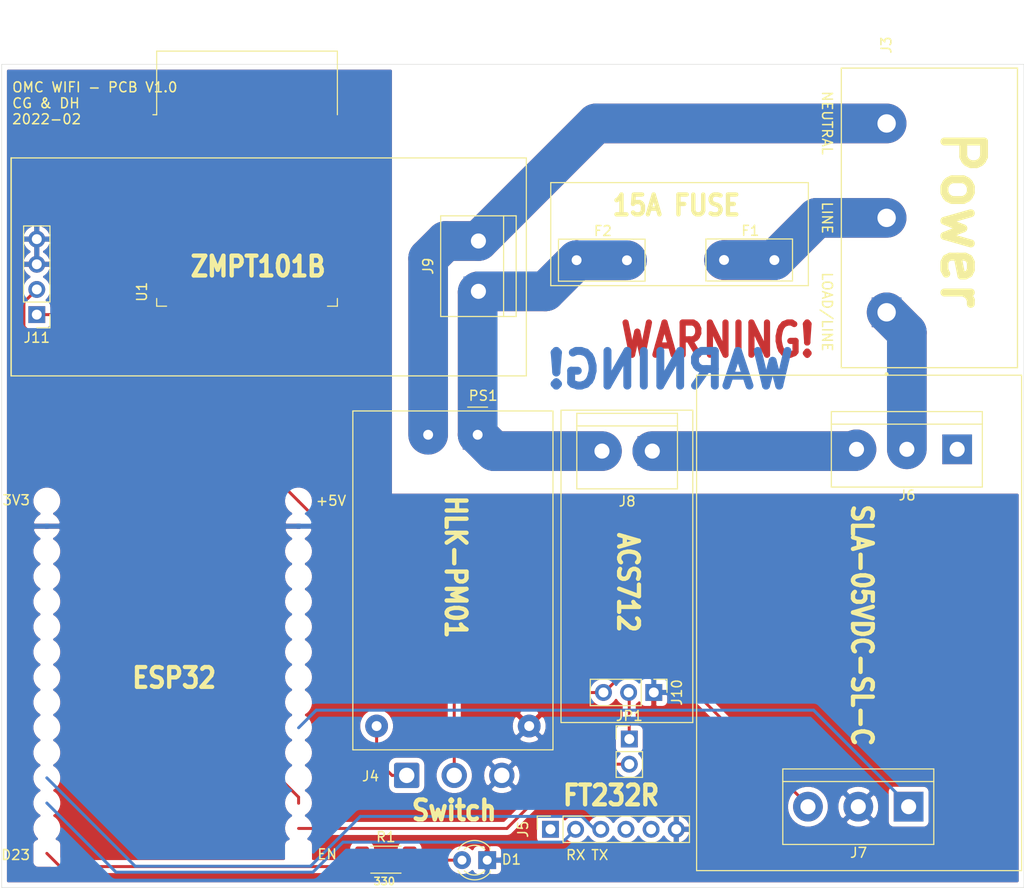
<source format=kicad_pcb>
(kicad_pcb (version 20171130) (host pcbnew 5.1.12-84ad8e8a86~92~ubuntu18.04.1)

  (general
    (thickness 1.6)
    (drawings 77)
    (tracks 89)
    (zones 0)
    (modules 16)
    (nets 49)
  )

  (page A4)
  (layers
    (0 F.Cu signal)
    (31 B.Cu signal)
    (32 B.Adhes user hide)
    (33 F.Adhes user)
    (34 B.Paste user)
    (35 F.Paste user)
    (36 B.SilkS user)
    (37 F.SilkS user)
    (38 B.Mask user hide)
    (39 F.Mask user)
    (40 Dwgs.User user hide)
    (41 Cmts.User user)
    (42 Eco1.User user)
    (43 Eco2.User user)
    (44 Edge.Cuts user)
    (45 Margin user)
    (46 B.CrtYd user)
    (47 F.CrtYd user)
    (48 B.Fab user)
    (49 F.Fab user hide)
  )

  (setup
    (last_trace_width 0.3)
    (trace_clearance 0.3)
    (zone_clearance 0.508)
    (zone_45_only no)
    (trace_min 0.2)
    (via_size 1.2)
    (via_drill 0.6)
    (via_min_size 0.4)
    (via_min_drill 0.3)
    (uvia_size 1.2)
    (uvia_drill 0.6)
    (uvias_allowed no)
    (uvia_min_size 0.2)
    (uvia_min_drill 0.1)
    (edge_width 0.05)
    (segment_width 0.2)
    (pcb_text_width 0.3)
    (pcb_text_size 1.5 1.5)
    (mod_edge_width 0.12)
    (mod_text_size 1 1)
    (mod_text_width 0.15)
    (pad_size 3 3)
    (pad_drill 1)
    (pad_to_mask_clearance 0.05)
    (aux_axis_origin 0 0)
    (visible_elements 7FFFFFFF)
    (pcbplotparams
      (layerselection 0x010fc_ffffffff)
      (usegerberextensions true)
      (usegerberattributes false)
      (usegerberadvancedattributes false)
      (creategerberjobfile false)
      (excludeedgelayer true)
      (linewidth 0.100000)
      (plotframeref false)
      (viasonmask false)
      (mode 1)
      (useauxorigin false)
      (hpglpennumber 1)
      (hpglpenspeed 20)
      (hpglpendiameter 15.000000)
      (psnegative false)
      (psa4output false)
      (plotreference true)
      (plotvalue false)
      (plotinvisibletext false)
      (padsonsilk false)
      (subtractmaskfromsilk true)
      (outputformat 1)
      (mirror false)
      (drillshape 0)
      (scaleselection 1)
      (outputdirectory "OMC_WIFI_GERBERS/"))
  )

  (net 0 "")
  (net 1 GND)
  (net 2 "Net-(D1-Pad2)")
  (net 3 +5V)
  (net 4 D32_RELAY)
  (net 5 EN)
  (net 6 TX0)
  (net 7 RX0)
  (net 8 LINE)
  (net 9 DTR)
  (net 10 VCC)
  (net 11 CTS)
  (net 12 NC)
  (net 13 COM)
  (net 14 NO)
  (net 15 "Net-(J4-Pad1)")
  (net 16 VN_ZMPT)
  (net 17 VP_ACS)
  (net 18 D23_LED)
  (net 19 NEUTRAL)
  (net 20 "Net-(F1-Pad1)")
  (net 21 "Net-(J10-Pad2)")
  (net 22 "Net-(U1-Pad36)")
  (net 23 "Net-(U1-Pad33)")
  (net 24 "Net-(U1-Pad32)")
  (net 25 "Net-(U1-Pad31)")
  (net 26 "Net-(U1-Pad30)")
  (net 27 "Net-(U1-Pad29)")
  (net 28 "Net-(U1-Pad28)")
  (net 29 "Net-(U1-Pad27)")
  (net 30 "Net-(U1-Pad26)")
  (net 31 BOOT)
  (net 32 "Net-(U1-Pad24)")
  (net 33 "Net-(U1-Pad23)")
  (net 34 "Net-(U1-Pad22)")
  (net 35 "Net-(U1-Pad21)")
  (net 36 "Net-(U1-Pad20)")
  (net 37 "Net-(U1-Pad19)")
  (net 38 "Net-(U1-Pad18)")
  (net 39 "Net-(U1-Pad17)")
  (net 40 "Net-(U1-Pad16)")
  (net 41 "Net-(U1-Pad14)")
  (net 42 "Net-(U1-Pad13)")
  (net 43 "Net-(U1-Pad12)")
  (net 44 "Net-(U1-Pad11)")
  (net 45 "Net-(U1-Pad10)")
  (net 46 "Net-(U1-Pad9)")
  (net 47 "Net-(U1-Pad7)")
  (net 48 "Net-(U1-Pad6)")

  (net_class Default "This is the default net class."
    (clearance 0.3)
    (trace_width 0.3)
    (via_dia 1.2)
    (via_drill 0.6)
    (uvia_dia 1.2)
    (uvia_drill 0.6)
    (diff_pair_width 0.3)
    (diff_pair_gap 0.3)
    (add_net +5V)
    (add_net BOOT)
    (add_net CTS)
    (add_net D23_LED)
    (add_net D32_RELAY)
    (add_net DTR)
    (add_net EN)
    (add_net GND)
    (add_net "Net-(D1-Pad2)")
    (add_net "Net-(J10-Pad2)")
    (add_net "Net-(J4-Pad1)")
    (add_net "Net-(U1-Pad10)")
    (add_net "Net-(U1-Pad11)")
    (add_net "Net-(U1-Pad12)")
    (add_net "Net-(U1-Pad13)")
    (add_net "Net-(U1-Pad14)")
    (add_net "Net-(U1-Pad16)")
    (add_net "Net-(U1-Pad17)")
    (add_net "Net-(U1-Pad18)")
    (add_net "Net-(U1-Pad19)")
    (add_net "Net-(U1-Pad20)")
    (add_net "Net-(U1-Pad21)")
    (add_net "Net-(U1-Pad22)")
    (add_net "Net-(U1-Pad23)")
    (add_net "Net-(U1-Pad24)")
    (add_net "Net-(U1-Pad26)")
    (add_net "Net-(U1-Pad27)")
    (add_net "Net-(U1-Pad28)")
    (add_net "Net-(U1-Pad29)")
    (add_net "Net-(U1-Pad30)")
    (add_net "Net-(U1-Pad31)")
    (add_net "Net-(U1-Pad32)")
    (add_net "Net-(U1-Pad33)")
    (add_net "Net-(U1-Pad36)")
    (add_net "Net-(U1-Pad6)")
    (add_net "Net-(U1-Pad7)")
    (add_net "Net-(U1-Pad9)")
    (add_net RX0)
    (add_net TX0)
    (add_net VCC)
    (add_net VN_ZMPT)
    (add_net VP_ACS)
  )

  (net_class "220V HC" ""
    (clearance 1)
    (trace_width 4)
    (via_dia 1.2)
    (via_drill 0.6)
    (uvia_dia 1.2)
    (uvia_drill 0.6)
    (diff_pair_width 0.3)
    (diff_pair_gap 0.3)
    (add_net COM)
    (add_net LINE)
    (add_net NC)
    (add_net NEUTRAL)
    (add_net NO)
    (add_net "Net-(F1-Pad1)")
  )

  (net_class "220V LC" ""
    (clearance 1)
    (trace_width 2)
    (via_dia 1.2)
    (via_drill 0.6)
    (uvia_dia 1.2)
    (uvia_drill 0.6)
    (diff_pair_width 0.3)
    (diff_pair_gap 0.3)
  )

  (module RF_Module:ESP32-WROOM-32 (layer F.Cu) (tedit 5B5B4654) (tstamp 6241C2FA)
    (at 601.345001 -967.404999)
    (descr "Single 2.4 GHz Wi-Fi and Bluetooth combo chip https://www.espressif.com/sites/default/files/documentation/esp32-wroom-32_datasheet_en.pdf")
    (tags "Single 2.4 GHz Wi-Fi and Bluetooth combo  chip")
    (path /623B9AA7)
    (attr smd)
    (fp_text reference U1 (at -10.61 8.43 90) (layer F.SilkS)
      (effects (font (size 1 1) (thickness 0.15)))
    )
    (fp_text value ESP32-WROOM-32 (at 0 11.5) (layer F.Fab)
      (effects (font (size 1 1) (thickness 0.15)))
    )
    (fp_text user "5 mm" (at 7.8 -19.075 90) (layer Cmts.User)
      (effects (font (size 0.5 0.5) (thickness 0.1)))
    )
    (fp_text user "5 mm" (at -11.2 -14.375) (layer Cmts.User)
      (effects (font (size 0.5 0.5) (thickness 0.1)))
    )
    (fp_text user "5 mm" (at 11.8 -14.375) (layer Cmts.User)
      (effects (font (size 0.5 0.5) (thickness 0.1)))
    )
    (fp_text user Antenna (at 0 -13) (layer Cmts.User)
      (effects (font (size 1 1) (thickness 0.15)))
    )
    (fp_text user "KEEP-OUT ZONE" (at 0 -19) (layer Cmts.User)
      (effects (font (size 1 1) (thickness 0.15)))
    )
    (fp_text user %R (at 0 0) (layer F.Fab)
      (effects (font (size 1 1) (thickness 0.15)))
    )
    (fp_line (start -14 -9.97) (end -14 -20.75) (layer Dwgs.User) (width 0.1))
    (fp_line (start 9 9.76) (end 9 -15.745) (layer F.Fab) (width 0.1))
    (fp_line (start -9 9.76) (end 9 9.76) (layer F.Fab) (width 0.1))
    (fp_line (start -9 -15.745) (end -9 -10.02) (layer F.Fab) (width 0.1))
    (fp_line (start -9 -15.745) (end 9 -15.745) (layer F.Fab) (width 0.1))
    (fp_line (start -9.75 10.5) (end -9.75 -9.72) (layer F.CrtYd) (width 0.05))
    (fp_line (start -9.75 10.5) (end 9.75 10.5) (layer F.CrtYd) (width 0.05))
    (fp_line (start 9.75 -9.72) (end 9.75 10.5) (layer F.CrtYd) (width 0.05))
    (fp_line (start -14.25 -21) (end 14.25 -21) (layer F.CrtYd) (width 0.05))
    (fp_line (start -9 -9.02) (end -9 9.76) (layer F.Fab) (width 0.1))
    (fp_line (start -8.5 -9.52) (end -9 -10.02) (layer F.Fab) (width 0.1))
    (fp_line (start -9 -9.02) (end -8.5 -9.52) (layer F.Fab) (width 0.1))
    (fp_line (start 14 -9.97) (end -14 -9.97) (layer Dwgs.User) (width 0.1))
    (fp_line (start 14 -9.97) (end 14 -20.75) (layer Dwgs.User) (width 0.1))
    (fp_line (start 14 -20.75) (end -14 -20.75) (layer Dwgs.User) (width 0.1))
    (fp_line (start -14.25 -21) (end -14.25 -9.72) (layer F.CrtYd) (width 0.05))
    (fp_line (start 14.25 -21) (end 14.25 -9.72) (layer F.CrtYd) (width 0.05))
    (fp_line (start -14.25 -9.72) (end -9.75 -9.72) (layer F.CrtYd) (width 0.05))
    (fp_line (start 9.75 -9.72) (end 14.25 -9.72) (layer F.CrtYd) (width 0.05))
    (fp_line (start -12.525 -20.75) (end -14 -19.66) (layer Dwgs.User) (width 0.1))
    (fp_line (start -10.525 -20.75) (end -14 -18.045) (layer Dwgs.User) (width 0.1))
    (fp_line (start -8.525 -20.75) (end -14 -16.43) (layer Dwgs.User) (width 0.1))
    (fp_line (start -6.525 -20.75) (end -14 -14.815) (layer Dwgs.User) (width 0.1))
    (fp_line (start -4.525 -20.75) (end -14 -13.2) (layer Dwgs.User) (width 0.1))
    (fp_line (start -2.525 -20.75) (end -14 -11.585) (layer Dwgs.User) (width 0.1))
    (fp_line (start -0.525 -20.75) (end -14 -9.97) (layer Dwgs.User) (width 0.1))
    (fp_line (start 1.475 -20.75) (end -12 -9.97) (layer Dwgs.User) (width 0.1))
    (fp_line (start 3.475 -20.75) (end -10 -9.97) (layer Dwgs.User) (width 0.1))
    (fp_line (start -8 -9.97) (end 5.475 -20.75) (layer Dwgs.User) (width 0.1))
    (fp_line (start 7.475 -20.75) (end -6 -9.97) (layer Dwgs.User) (width 0.1))
    (fp_line (start 9.475 -20.75) (end -4 -9.97) (layer Dwgs.User) (width 0.1))
    (fp_line (start 11.475 -20.75) (end -2 -9.97) (layer Dwgs.User) (width 0.1))
    (fp_line (start 13.475 -20.75) (end 0 -9.97) (layer Dwgs.User) (width 0.1))
    (fp_line (start 14 -19.66) (end 2 -9.97) (layer Dwgs.User) (width 0.1))
    (fp_line (start 14 -18.045) (end 4 -9.97) (layer Dwgs.User) (width 0.1))
    (fp_line (start 14 -16.43) (end 6 -9.97) (layer Dwgs.User) (width 0.1))
    (fp_line (start 14 -14.815) (end 8 -9.97) (layer Dwgs.User) (width 0.1))
    (fp_line (start 14 -13.2) (end 10 -9.97) (layer Dwgs.User) (width 0.1))
    (fp_line (start 14 -11.585) (end 12 -9.97) (layer Dwgs.User) (width 0.1))
    (fp_line (start 9.2 -13.875) (end 13.8 -13.875) (layer Cmts.User) (width 0.1))
    (fp_line (start 13.8 -13.875) (end 13.6 -14.075) (layer Cmts.User) (width 0.1))
    (fp_line (start 13.8 -13.875) (end 13.6 -13.675) (layer Cmts.User) (width 0.1))
    (fp_line (start 9.2 -13.875) (end 9.4 -14.075) (layer Cmts.User) (width 0.1))
    (fp_line (start 9.2 -13.875) (end 9.4 -13.675) (layer Cmts.User) (width 0.1))
    (fp_line (start -13.8 -13.875) (end -13.6 -14.075) (layer Cmts.User) (width 0.1))
    (fp_line (start -13.8 -13.875) (end -13.6 -13.675) (layer Cmts.User) (width 0.1))
    (fp_line (start -9.2 -13.875) (end -9.4 -13.675) (layer Cmts.User) (width 0.1))
    (fp_line (start -13.8 -13.875) (end -9.2 -13.875) (layer Cmts.User) (width 0.1))
    (fp_line (start -9.2 -13.875) (end -9.4 -14.075) (layer Cmts.User) (width 0.1))
    (fp_line (start 8.4 -16) (end 8.2 -16.2) (layer Cmts.User) (width 0.1))
    (fp_line (start 8.4 -16) (end 8.6 -16.2) (layer Cmts.User) (width 0.1))
    (fp_line (start 8.4 -20.6) (end 8.6 -20.4) (layer Cmts.User) (width 0.1))
    (fp_line (start 8.4 -16) (end 8.4 -20.6) (layer Cmts.User) (width 0.1))
    (fp_line (start 8.4 -20.6) (end 8.2 -20.4) (layer Cmts.User) (width 0.1))
    (fp_line (start -9.12 9.1) (end -9.12 9.88) (layer F.SilkS) (width 0.12))
    (fp_line (start -9.12 9.88) (end -8.12 9.88) (layer F.SilkS) (width 0.12))
    (fp_line (start 9.12 9.1) (end 9.12 9.88) (layer F.SilkS) (width 0.12))
    (fp_line (start 9.12 9.88) (end 8.12 9.88) (layer F.SilkS) (width 0.12))
    (fp_line (start -9.12 -15.865) (end 9.12 -15.865) (layer F.SilkS) (width 0.12))
    (fp_line (start 9.12 -15.865) (end 9.12 -9.445) (layer F.SilkS) (width 0.12))
    (fp_line (start -9.12 -15.865) (end -9.12 -9.445) (layer F.SilkS) (width 0.12))
    (fp_line (start -9.12 -9.445) (end -9.5 -9.445) (layer F.SilkS) (width 0.12))
    (pad 38 smd rect (at 8.5 -8.255) (size 2 0.9) (layers F.Cu F.Paste F.Mask)
      (net 1 GND))
    (pad 37 smd rect (at 8.5 -6.985) (size 2 0.9) (layers F.Cu F.Paste F.Mask)
      (net 18 D23_LED))
    (pad 36 smd rect (at 8.5 -5.715) (size 2 0.9) (layers F.Cu F.Paste F.Mask)
      (net 22 "Net-(U1-Pad36)"))
    (pad 35 smd rect (at 8.5 -4.445) (size 2 0.9) (layers F.Cu F.Paste F.Mask)
      (net 6 TX0))
    (pad 34 smd rect (at 8.5 -3.175) (size 2 0.9) (layers F.Cu F.Paste F.Mask)
      (net 7 RX0))
    (pad 33 smd rect (at 8.5 -1.905) (size 2 0.9) (layers F.Cu F.Paste F.Mask)
      (net 23 "Net-(U1-Pad33)"))
    (pad 32 smd rect (at 8.5 -0.635) (size 2 0.9) (layers F.Cu F.Paste F.Mask)
      (net 24 "Net-(U1-Pad32)"))
    (pad 31 smd rect (at 8.5 0.635) (size 2 0.9) (layers F.Cu F.Paste F.Mask)
      (net 25 "Net-(U1-Pad31)"))
    (pad 30 smd rect (at 8.5 1.905) (size 2 0.9) (layers F.Cu F.Paste F.Mask)
      (net 26 "Net-(U1-Pad30)"))
    (pad 29 smd rect (at 8.5 3.175) (size 2 0.9) (layers F.Cu F.Paste F.Mask)
      (net 27 "Net-(U1-Pad29)"))
    (pad 28 smd rect (at 8.5 4.445) (size 2 0.9) (layers F.Cu F.Paste F.Mask)
      (net 28 "Net-(U1-Pad28)"))
    (pad 27 smd rect (at 8.5 5.715) (size 2 0.9) (layers F.Cu F.Paste F.Mask)
      (net 29 "Net-(U1-Pad27)"))
    (pad 26 smd rect (at 8.5 6.985) (size 2 0.9) (layers F.Cu F.Paste F.Mask)
      (net 30 "Net-(U1-Pad26)"))
    (pad 25 smd rect (at 8.5 8.255) (size 2 0.9) (layers F.Cu F.Paste F.Mask)
      (net 31 BOOT))
    (pad 24 smd rect (at 5.715 9.255 90) (size 2 0.9) (layers F.Cu F.Paste F.Mask)
      (net 32 "Net-(U1-Pad24)"))
    (pad 23 smd rect (at 4.445 9.255 90) (size 2 0.9) (layers F.Cu F.Paste F.Mask)
      (net 33 "Net-(U1-Pad23)"))
    (pad 22 smd rect (at 3.175 9.255 90) (size 2 0.9) (layers F.Cu F.Paste F.Mask)
      (net 34 "Net-(U1-Pad22)"))
    (pad 21 smd rect (at 1.905 9.255 90) (size 2 0.9) (layers F.Cu F.Paste F.Mask)
      (net 35 "Net-(U1-Pad21)"))
    (pad 20 smd rect (at 0.635 9.255 90) (size 2 0.9) (layers F.Cu F.Paste F.Mask)
      (net 36 "Net-(U1-Pad20)"))
    (pad 19 smd rect (at -0.635 9.255 90) (size 2 0.9) (layers F.Cu F.Paste F.Mask)
      (net 37 "Net-(U1-Pad19)"))
    (pad 18 smd rect (at -1.905 9.255 90) (size 2 0.9) (layers F.Cu F.Paste F.Mask)
      (net 38 "Net-(U1-Pad18)"))
    (pad 17 smd rect (at -3.175 9.255 90) (size 2 0.9) (layers F.Cu F.Paste F.Mask)
      (net 39 "Net-(U1-Pad17)"))
    (pad 16 smd rect (at -4.445 9.255 90) (size 2 0.9) (layers F.Cu F.Paste F.Mask)
      (net 40 "Net-(U1-Pad16)"))
    (pad 15 smd rect (at -5.715 9.255 90) (size 2 0.9) (layers F.Cu F.Paste F.Mask)
      (net 1 GND))
    (pad 14 smd rect (at -8.5 8.255) (size 2 0.9) (layers F.Cu F.Paste F.Mask)
      (net 41 "Net-(U1-Pad14)"))
    (pad 13 smd rect (at -8.5 6.985) (size 2 0.9) (layers F.Cu F.Paste F.Mask)
      (net 42 "Net-(U1-Pad13)"))
    (pad 12 smd rect (at -8.5 5.715) (size 2 0.9) (layers F.Cu F.Paste F.Mask)
      (net 43 "Net-(U1-Pad12)"))
    (pad 11 smd rect (at -8.5 4.445) (size 2 0.9) (layers F.Cu F.Paste F.Mask)
      (net 44 "Net-(U1-Pad11)"))
    (pad 10 smd rect (at -8.5 3.175) (size 2 0.9) (layers F.Cu F.Paste F.Mask)
      (net 45 "Net-(U1-Pad10)"))
    (pad 9 smd rect (at -8.5 1.905) (size 2 0.9) (layers F.Cu F.Paste F.Mask)
      (net 46 "Net-(U1-Pad9)"))
    (pad 8 smd rect (at -8.5 0.635) (size 2 0.9) (layers F.Cu F.Paste F.Mask)
      (net 4 D32_RELAY))
    (pad 7 smd rect (at -8.5 -0.635) (size 2 0.9) (layers F.Cu F.Paste F.Mask)
      (net 47 "Net-(U1-Pad7)"))
    (pad 6 smd rect (at -8.5 -1.905) (size 2 0.9) (layers F.Cu F.Paste F.Mask)
      (net 48 "Net-(U1-Pad6)"))
    (pad 5 smd rect (at -8.5 -3.175) (size 2 0.9) (layers F.Cu F.Paste F.Mask)
      (net 16 VN_ZMPT))
    (pad 4 smd rect (at -8.5 -4.445) (size 2 0.9) (layers F.Cu F.Paste F.Mask)
      (net 17 VP_ACS))
    (pad 3 smd rect (at -8.5 -5.715) (size 2 0.9) (layers F.Cu F.Paste F.Mask)
      (net 5 EN))
    (pad 2 smd rect (at -8.5 -6.985) (size 2 0.9) (layers F.Cu F.Paste F.Mask)
      (net 3 +5V))
    (pad 1 smd rect (at -8.5 -8.255) (size 2 0.9) (layers F.Cu F.Paste F.Mask)
      (net 1 GND))
    (pad 39 smd rect (at -1 -0.755) (size 5 5) (layers F.Cu F.Paste F.Mask)
      (net 1 GND))
    (model ${KISYS3DMOD}/RF_Module.3dshapes/ESP32-WROOM-32.wrl
      (at (xyz 0 0 0))
      (scale (xyz 1 1 1))
      (rotate (xyz 0 0 0))
    )
  )

  (module Connector_PinSocket_2.54mm:PinSocket_1x06_P2.54mm_Vertical (layer F.Cu) (tedit 5A19A430) (tstamp 620BA394)
    (at 631.97 -904.73 90)
    (descr "Through hole straight socket strip, 1x06, 2.54mm pitch, single row (from Kicad 4.0.7), script generated")
    (tags "Through hole socket strip THT 1x06 2.54mm single row")
    (path /6239A494)
    (fp_text reference J5 (at 0 -2.77 90) (layer F.SilkS)
      (effects (font (size 1 1) (thickness 0.15)))
    )
    (fp_text value Pins_FT232R (at 0 15.47 90) (layer F.Fab)
      (effects (font (size 1 1) (thickness 0.15)))
    )
    (fp_line (start -1.8 14.45) (end -1.8 -1.8) (layer F.CrtYd) (width 0.05))
    (fp_line (start 1.75 14.45) (end -1.8 14.45) (layer F.CrtYd) (width 0.05))
    (fp_line (start 1.75 -1.8) (end 1.75 14.45) (layer F.CrtYd) (width 0.05))
    (fp_line (start -1.8 -1.8) (end 1.75 -1.8) (layer F.CrtYd) (width 0.05))
    (fp_line (start 0 -1.33) (end 1.33 -1.33) (layer F.SilkS) (width 0.12))
    (fp_line (start 1.33 -1.33) (end 1.33 0) (layer F.SilkS) (width 0.12))
    (fp_line (start 1.33 1.27) (end 1.33 14.03) (layer F.SilkS) (width 0.12))
    (fp_line (start -1.33 14.03) (end 1.33 14.03) (layer F.SilkS) (width 0.12))
    (fp_line (start -1.33 1.27) (end -1.33 14.03) (layer F.SilkS) (width 0.12))
    (fp_line (start -1.33 1.27) (end 1.33 1.27) (layer F.SilkS) (width 0.12))
    (fp_line (start -1.27 13.97) (end -1.27 -1.27) (layer F.Fab) (width 0.1))
    (fp_line (start 1.27 13.97) (end -1.27 13.97) (layer F.Fab) (width 0.1))
    (fp_line (start 1.27 -0.635) (end 1.27 13.97) (layer F.Fab) (width 0.1))
    (fp_line (start 0.635 -1.27) (end 1.27 -0.635) (layer F.Fab) (width 0.1))
    (fp_line (start -1.27 -1.27) (end 0.635 -1.27) (layer F.Fab) (width 0.1))
    (fp_text user %R (at 0 6.35) (layer F.Fab)
      (effects (font (size 1 1) (thickness 0.15)))
    )
    (pad 1 thru_hole rect (at 0 0 90) (size 1.7 1.7) (drill 1) (layers *.Cu *.Mask)
      (net 9 DTR))
    (pad 2 thru_hole oval (at 0 2.54 90) (size 1.7 1.7) (drill 1) (layers *.Cu *.Mask)
      (net 6 TX0))
    (pad 3 thru_hole oval (at 0 5.08 90) (size 1.7 1.7) (drill 1) (layers *.Cu *.Mask)
      (net 7 RX0))
    (pad 4 thru_hole oval (at 0 7.62 90) (size 1.7 1.7) (drill 1) (layers *.Cu *.Mask)
      (net 10 VCC))
    (pad 5 thru_hole oval (at 0 10.16 90) (size 1.7 1.7) (drill 1) (layers *.Cu *.Mask)
      (net 11 CTS))
    (pad 6 thru_hole oval (at 0 12.7 90) (size 1.7 1.7) (drill 1) (layers *.Cu *.Mask)
      (net 1 GND))
    (model ${KISYS3DMOD}/Connector_PinSocket_2.54mm.3dshapes/PinSocket_1x06_P2.54mm_Vertical.wrl
      (at (xyz 0 0 0))
      (scale (xyz 1 1 1))
      (rotate (xyz 0 0 0))
    )
  )

  (module Connector_PinHeader_2.54mm:PinHeader_1x02_P2.54mm_Vertical (layer F.Cu) (tedit 59FED5CC) (tstamp 6211312F)
    (at 639.93 -913.84)
    (descr "Through hole straight pin header, 1x02, 2.54mm pitch, single row")
    (tags "Through hole pin header THT 1x02 2.54mm single row")
    (path /621BDC2F)
    (fp_text reference JP1 (at 0 -2.33) (layer F.SilkS)
      (effects (font (size 1 1) (thickness 0.15)))
    )
    (fp_text value Jumper (at 0 4.87) (layer F.Fab)
      (effects (font (size 1 1) (thickness 0.15)))
    )
    (fp_line (start 1.8 -1.8) (end -1.8 -1.8) (layer F.CrtYd) (width 0.05))
    (fp_line (start 1.8 4.35) (end 1.8 -1.8) (layer F.CrtYd) (width 0.05))
    (fp_line (start -1.8 4.35) (end 1.8 4.35) (layer F.CrtYd) (width 0.05))
    (fp_line (start -1.8 -1.8) (end -1.8 4.35) (layer F.CrtYd) (width 0.05))
    (fp_line (start -1.33 -1.33) (end 0 -1.33) (layer F.SilkS) (width 0.12))
    (fp_line (start -1.33 0) (end -1.33 -1.33) (layer F.SilkS) (width 0.12))
    (fp_line (start -1.33 1.27) (end 1.33 1.27) (layer F.SilkS) (width 0.12))
    (fp_line (start 1.33 1.27) (end 1.33 3.87) (layer F.SilkS) (width 0.12))
    (fp_line (start -1.33 1.27) (end -1.33 3.87) (layer F.SilkS) (width 0.12))
    (fp_line (start -1.33 3.87) (end 1.33 3.87) (layer F.SilkS) (width 0.12))
    (fp_line (start -1.27 -0.635) (end -0.635 -1.27) (layer F.Fab) (width 0.1))
    (fp_line (start -1.27 3.81) (end -1.27 -0.635) (layer F.Fab) (width 0.1))
    (fp_line (start 1.27 3.81) (end -1.27 3.81) (layer F.Fab) (width 0.1))
    (fp_line (start 1.27 -1.27) (end 1.27 3.81) (layer F.Fab) (width 0.1))
    (fp_line (start -0.635 -1.27) (end 1.27 -1.27) (layer F.Fab) (width 0.1))
    (fp_text user %R (at 0 1.27 90) (layer F.Fab)
      (effects (font (size 1 1) (thickness 0.15)))
    )
    (pad 2 thru_hole oval (at 0 2.54) (size 1.7 1.7) (drill 1) (layers *.Cu *.Mask)
      (net 17 VP_ACS))
    (pad 1 thru_hole rect (at 0 0) (size 1.7 1.7) (drill 1) (layers *.Cu *.Mask)
      (net 21 "Net-(J10-Pad2)"))
    (model ${KISYS3DMOD}/Connector_PinHeader_2.54mm.3dshapes/PinHeader_1x02_P2.54mm_Vertical.wrl
      (at (xyz 0 0 0))
      (scale (xyz 1 1 1))
      (rotate (xyz 0 0 0))
    )
  )

  (module Fuse:Fuse_Littelfuse_395Series (layer F.Cu) (tedit 5A1C8B31) (tstamp 6210D1BE)
    (at 634.61 -962.17)
    (descr "Fuse, TE5, Littelfuse/Wickmann, No. 460, No560,")
    (tags "Fuse TE5 Littelfuse/Wickmann No. 460 No560 ")
    (path /6214DC3E)
    (fp_text reference F2 (at 2.65 -2.95) (layer F.SilkS)
      (effects (font (size 1 1) (thickness 0.15)))
    )
    (fp_text value Fuse (at 2.35 3.1) (layer F.Fab)
      (effects (font (size 1 1) (thickness 0.15)))
    )
    (fp_line (start -1.71 2) (end 6.79 2) (layer F.Fab) (width 0.1))
    (fp_line (start 6.79 2) (end 6.79 -2) (layer F.Fab) (width 0.1))
    (fp_line (start 6.79 -2) (end -1.71 -2) (layer F.Fab) (width 0.1))
    (fp_line (start -1.71 -2) (end -1.71 2) (layer F.Fab) (width 0.1))
    (fp_line (start -1.96 -2.25) (end 7.04 -2.25) (layer F.CrtYd) (width 0.05))
    (fp_line (start -1.96 -2.25) (end -1.96 2.25) (layer F.CrtYd) (width 0.05))
    (fp_line (start 7.04 2.25) (end 7.04 -2.25) (layer F.CrtYd) (width 0.05))
    (fp_line (start 7.04 2.25) (end -1.96 2.25) (layer F.CrtYd) (width 0.05))
    (fp_line (start -1.83 -2.12) (end 6.91 -2.12) (layer F.SilkS) (width 0.12))
    (fp_line (start -1.83 -2.12) (end -1.83 2.12) (layer F.SilkS) (width 0.12))
    (fp_line (start 6.91 2.12) (end 6.91 -2.12) (layer F.SilkS) (width 0.12))
    (fp_line (start 6.91 2.12) (end -1.83 2.12) (layer F.SilkS) (width 0.12))
    (fp_text user %R (at 2.75 -1.25) (layer F.Fab)
      (effects (font (size 1 1) (thickness 0.15)))
    )
    (pad 2 thru_hole circle (at 5.08 0.01) (size 2 2) (drill 1) (layers *.Cu *.Mask)
      (net 8 LINE))
    (pad 1 thru_hole circle (at 0 0) (size 2 2) (drill 1) (layers *.Cu *.Mask)
      (net 8 LINE))
    (model ${KISYS3DMOD}/Fuse.3dshapes/Fuse_Littelfuse_395Series.wrl
      (at (xyz 0 0 0))
      (scale (xyz 1 1 1))
      (rotate (xyz 0 0 0))
    )
  )

  (module Fuse:Fuse_Littelfuse_395Series (layer F.Cu) (tedit 5A1C8B31) (tstamp 62103D9A)
    (at 649.49 -962.19)
    (descr "Fuse, TE5, Littelfuse/Wickmann, No. 460, No560,")
    (tags "Fuse TE5 Littelfuse/Wickmann No. 460 No560 ")
    (path /6211FE5D)
    (fp_text reference F1 (at 2.65 -2.95) (layer F.SilkS)
      (effects (font (size 1 1) (thickness 0.15)))
    )
    (fp_text value Fuse (at 2.35 3.1) (layer F.Fab)
      (effects (font (size 1 1) (thickness 0.15)))
    )
    (fp_line (start -1.71 2) (end 6.79 2) (layer F.Fab) (width 0.1))
    (fp_line (start 6.79 2) (end 6.79 -2) (layer F.Fab) (width 0.1))
    (fp_line (start 6.79 -2) (end -1.71 -2) (layer F.Fab) (width 0.1))
    (fp_line (start -1.71 -2) (end -1.71 2) (layer F.Fab) (width 0.1))
    (fp_line (start -1.96 -2.25) (end 7.04 -2.25) (layer F.CrtYd) (width 0.05))
    (fp_line (start -1.96 -2.25) (end -1.96 2.25) (layer F.CrtYd) (width 0.05))
    (fp_line (start 7.04 2.25) (end 7.04 -2.25) (layer F.CrtYd) (width 0.05))
    (fp_line (start 7.04 2.25) (end -1.96 2.25) (layer F.CrtYd) (width 0.05))
    (fp_line (start -1.83 -2.12) (end 6.91 -2.12) (layer F.SilkS) (width 0.12))
    (fp_line (start -1.83 -2.12) (end -1.83 2.12) (layer F.SilkS) (width 0.12))
    (fp_line (start 6.91 2.12) (end 6.91 -2.12) (layer F.SilkS) (width 0.12))
    (fp_line (start 6.91 2.12) (end -1.83 2.12) (layer F.SilkS) (width 0.12))
    (fp_text user %R (at 2.75 -1.25) (layer F.Fab)
      (effects (font (size 1 1) (thickness 0.15)))
    )
    (pad 2 thru_hole circle (at 5.08 0.01) (size 2 2) (drill 1) (layers *.Cu *.Mask)
      (net 20 "Net-(F1-Pad1)"))
    (pad 1 thru_hole circle (at 0 0) (size 2 2) (drill 1) (layers *.Cu *.Mask)
      (net 20 "Net-(F1-Pad1)"))
    (model ${KISYS3DMOD}/Fuse.3dshapes/Fuse_Littelfuse_395Series.wrl
      (at (xyz 0 0 0))
      (scale (xyz 1 1 1))
      (rotate (xyz 0 0 0))
    )
  )

  (module TerminalBlock:TerminalBlock_bornier-2_P5.08mm (layer F.Cu) (tedit 59FF03AB) (tstamp 620BA3EE)
    (at 624.7 -959.025 90)
    (descr "simple 2-pin terminal block, pitch 5.08mm, revamped version of bornier2")
    (tags "terminal block bornier2")
    (path /62231822)
    (fp_text reference J9 (at 2.54 -5.08 90) (layer F.SilkS)
      (effects (font (size 1 1) (thickness 0.15)))
    )
    (fp_text value Line_ZMPT101B (at 2.54 5.08 90) (layer F.Fab)
      (effects (font (size 1 1) (thickness 0.15)))
    )
    (fp_line (start -2.41 2.55) (end 7.49 2.55) (layer F.Fab) (width 0.1))
    (fp_line (start -2.46 -3.75) (end -2.46 3.75) (layer F.Fab) (width 0.1))
    (fp_line (start -2.46 3.75) (end 7.54 3.75) (layer F.Fab) (width 0.1))
    (fp_line (start 7.54 3.75) (end 7.54 -3.75) (layer F.Fab) (width 0.1))
    (fp_line (start 7.54 -3.75) (end -2.46 -3.75) (layer F.Fab) (width 0.1))
    (fp_line (start 7.62 2.54) (end -2.54 2.54) (layer F.SilkS) (width 0.12))
    (fp_line (start 7.62 3.81) (end 7.62 -3.81) (layer F.SilkS) (width 0.12))
    (fp_line (start 7.62 -3.81) (end -2.54 -3.81) (layer F.SilkS) (width 0.12))
    (fp_line (start -2.54 -3.81) (end -2.54 3.81) (layer F.SilkS) (width 0.12))
    (fp_line (start -2.54 3.81) (end 7.62 3.81) (layer F.SilkS) (width 0.12))
    (fp_line (start -2.71 -4) (end 7.79 -4) (layer F.CrtYd) (width 0.05))
    (fp_line (start -2.71 -4) (end -2.71 4) (layer F.CrtYd) (width 0.05))
    (fp_line (start 7.79 4) (end 7.79 -4) (layer F.CrtYd) (width 0.05))
    (fp_line (start 7.79 4) (end -2.71 4) (layer F.CrtYd) (width 0.05))
    (fp_text user %R (at 2.54 0 90) (layer F.Fab)
      (effects (font (size 1 1) (thickness 0.15)))
    )
    (pad 1 thru_hole rect (at 0 0 90) (size 3 3) (drill 1.52) (layers *.Cu *.Mask)
      (net 8 LINE))
    (pad 2 thru_hole circle (at 5.08 0 90) (size 3 3) (drill 1.52) (layers *.Cu *.Mask)
      (net 19 NEUTRAL))
    (model ${KISYS3DMOD}/TerminalBlock.3dshapes/TerminalBlock_bornier-2_P5.08mm.wrl
      (offset (xyz 2.539999961853027 0 0))
      (scale (xyz 1 1 1))
      (rotate (xyz 0 0 0))
    )
  )

  (module TerminalBlock:TerminalBlock_bornier-3_P5.08mm (layer F.Cu) (tedit 59FF03B9) (tstamp 620BA3C2)
    (at 668.12 -907.01 180)
    (descr "simple 3-pin terminal block, pitch 5.08mm, revamped version of bornier3")
    (tags "terminal block bornier3")
    (path /623E700B)
    (fp_text reference J7 (at 5.05 -4.65) (layer F.SilkS)
      (effects (font (size 1 1) (thickness 0.15)))
    )
    (fp_text value Control_Relay (at 5.08 5.08) (layer F.Fab)
      (effects (font (size 1 1) (thickness 0.15)))
    )
    (fp_line (start 12.88 4) (end -2.72 4) (layer F.CrtYd) (width 0.05))
    (fp_line (start 12.88 4) (end 12.88 -4) (layer F.CrtYd) (width 0.05))
    (fp_line (start -2.72 -4) (end -2.72 4) (layer F.CrtYd) (width 0.05))
    (fp_line (start -2.72 -4) (end 12.88 -4) (layer F.CrtYd) (width 0.05))
    (fp_line (start -2.54 3.81) (end 12.7 3.81) (layer F.SilkS) (width 0.12))
    (fp_line (start -2.54 -3.81) (end 12.7 -3.81) (layer F.SilkS) (width 0.12))
    (fp_line (start -2.54 2.54) (end 12.7 2.54) (layer F.SilkS) (width 0.12))
    (fp_line (start 12.7 3.81) (end 12.7 -3.81) (layer F.SilkS) (width 0.12))
    (fp_line (start -2.54 3.81) (end -2.54 -3.81) (layer F.SilkS) (width 0.12))
    (fp_line (start -2.47 3.75) (end -2.47 -3.75) (layer F.Fab) (width 0.1))
    (fp_line (start 12.63 3.75) (end -2.47 3.75) (layer F.Fab) (width 0.1))
    (fp_line (start 12.63 -3.75) (end 12.63 3.75) (layer F.Fab) (width 0.1))
    (fp_line (start -2.47 -3.75) (end 12.63 -3.75) (layer F.Fab) (width 0.1))
    (fp_line (start -2.47 2.55) (end 12.63 2.55) (layer F.Fab) (width 0.1))
    (fp_text user %R (at 5.08 0) (layer F.Fab)
      (effects (font (size 1 1) (thickness 0.15)))
    )
    (pad 3 thru_hole circle (at 10.16 0 180) (size 3 3) (drill 1.52) (layers *.Cu *.Mask)
      (net 3 +5V))
    (pad 2 thru_hole circle (at 5.08 0 180) (size 3 3) (drill 1.52) (layers *.Cu *.Mask)
      (net 1 GND))
    (pad 1 thru_hole rect (at 0 0 180) (size 3 3) (drill 1.52) (layers *.Cu *.Mask)
      (net 4 D32_RELAY))
    (model ${KISYS3DMOD}/TerminalBlock.3dshapes/TerminalBlock_bornier-3_P5.08mm.wrl
      (offset (xyz 5.079999923706055 0 0))
      (scale (xyz 1 1 1))
      (rotate (xyz 0 0 0))
    )
  )

  (module TerminalBlock:TerminalBlock_bornier-2_P5.08mm (layer F.Cu) (tedit 59FF03AB) (tstamp 620D8EE7)
    (at 642.25 -942.9 180)
    (descr "simple 2-pin terminal block, pitch 5.08mm, revamped version of bornier2")
    (tags "terminal block bornier2")
    (path /621188AB)
    (fp_text reference J8 (at 2.54 -5.08) (layer F.SilkS)
      (effects (font (size 1 1) (thickness 0.15)))
    )
    (fp_text value Line_ACS712 (at 2.54 5.08) (layer F.Fab)
      (effects (font (size 1 1) (thickness 0.15)))
    )
    (fp_line (start -2.41 2.55) (end 7.49 2.55) (layer F.Fab) (width 0.1))
    (fp_line (start -2.46 -3.75) (end -2.46 3.75) (layer F.Fab) (width 0.1))
    (fp_line (start -2.46 3.75) (end 7.54 3.75) (layer F.Fab) (width 0.1))
    (fp_line (start 7.54 3.75) (end 7.54 -3.75) (layer F.Fab) (width 0.1))
    (fp_line (start 7.54 -3.75) (end -2.46 -3.75) (layer F.Fab) (width 0.1))
    (fp_line (start 7.62 2.54) (end -2.54 2.54) (layer F.SilkS) (width 0.12))
    (fp_line (start 7.62 3.81) (end 7.62 -3.81) (layer F.SilkS) (width 0.12))
    (fp_line (start 7.62 -3.81) (end -2.54 -3.81) (layer F.SilkS) (width 0.12))
    (fp_line (start -2.54 -3.81) (end -2.54 3.81) (layer F.SilkS) (width 0.12))
    (fp_line (start -2.54 3.81) (end 7.62 3.81) (layer F.SilkS) (width 0.12))
    (fp_line (start -2.71 -4) (end 7.79 -4) (layer F.CrtYd) (width 0.05))
    (fp_line (start -2.71 -4) (end -2.71 4) (layer F.CrtYd) (width 0.05))
    (fp_line (start 7.79 4) (end 7.79 -4) (layer F.CrtYd) (width 0.05))
    (fp_line (start 7.79 4) (end -2.71 4) (layer F.CrtYd) (width 0.05))
    (fp_text user %R (at 2.54 0) (layer F.Fab)
      (effects (font (size 1 1) (thickness 0.15)))
    )
    (pad 1 thru_hole rect (at 0 0 180) (size 3 3) (drill 1.52) (layers *.Cu *.Mask)
      (net 14 NO))
    (pad 2 thru_hole circle (at 5.08 0 180) (size 3 3) (drill 1.52) (layers *.Cu *.Mask)
      (net 8 LINE))
    (model ${KISYS3DMOD}/TerminalBlock.3dshapes/TerminalBlock_bornier-2_P5.08mm.wrl
      (offset (xyz 2.539999961853027 0 0))
      (scale (xyz 1 1 1))
      (rotate (xyz 0 0 0))
    )
  )

  (module TerminalBlock:TerminalBlock_bornier-3_P5.08mm (layer F.Cu) (tedit 59FF03B9) (tstamp 620D8ED1)
    (at 673.02 -943.08 180)
    (descr "simple 3-pin terminal block, pitch 5.08mm, revamped version of bornier3")
    (tags "terminal block bornier3")
    (path /623E5D69)
    (fp_text reference J6 (at 5.05 -4.65) (layer F.SilkS)
      (effects (font (size 1 1) (thickness 0.15)))
    )
    (fp_text value Line_Relay (at 5.08 5.08) (layer F.Fab)
      (effects (font (size 1 1) (thickness 0.15)))
    )
    (fp_line (start 12.88 4) (end -2.72 4) (layer F.CrtYd) (width 0.05))
    (fp_line (start 12.88 4) (end 12.88 -4) (layer F.CrtYd) (width 0.05))
    (fp_line (start -2.72 -4) (end -2.72 4) (layer F.CrtYd) (width 0.05))
    (fp_line (start -2.72 -4) (end 12.88 -4) (layer F.CrtYd) (width 0.05))
    (fp_line (start -2.54 3.81) (end 12.7 3.81) (layer F.SilkS) (width 0.12))
    (fp_line (start -2.54 -3.81) (end 12.7 -3.81) (layer F.SilkS) (width 0.12))
    (fp_line (start -2.54 2.54) (end 12.7 2.54) (layer F.SilkS) (width 0.12))
    (fp_line (start 12.7 3.81) (end 12.7 -3.81) (layer F.SilkS) (width 0.12))
    (fp_line (start -2.54 3.81) (end -2.54 -3.81) (layer F.SilkS) (width 0.12))
    (fp_line (start -2.47 3.75) (end -2.47 -3.75) (layer F.Fab) (width 0.1))
    (fp_line (start 12.63 3.75) (end -2.47 3.75) (layer F.Fab) (width 0.1))
    (fp_line (start 12.63 -3.75) (end 12.63 3.75) (layer F.Fab) (width 0.1))
    (fp_line (start -2.47 -3.75) (end 12.63 -3.75) (layer F.Fab) (width 0.1))
    (fp_line (start -2.47 2.55) (end 12.63 2.55) (layer F.Fab) (width 0.1))
    (fp_text user %R (at 5.08 0) (layer F.Fab)
      (effects (font (size 1 1) (thickness 0.15)))
    )
    (pad 3 thru_hole circle (at 10.16 0 180) (size 3 3) (drill 1.52) (layers *.Cu *.Mask)
      (net 14 NO))
    (pad 2 thru_hole circle (at 5.08 0 180) (size 3 3) (drill 1.52) (layers *.Cu *.Mask)
      (net 13 COM))
    (pad 1 thru_hole rect (at 0 0 180) (size 3 3) (drill 1.52) (layers *.Cu *.Mask)
      (net 12 NC))
    (model ${KISYS3DMOD}/TerminalBlock.3dshapes/TerminalBlock_bornier-3_P5.08mm.wrl
      (offset (xyz 5.079999923706055 0 0))
      (scale (xyz 1 1 1))
      (rotate (xyz 0 0 0))
    )
  )

  (module LED_THT:LED_D3.0mm (layer F.Cu) (tedit 587A3A7B) (tstamp 620BA30B)
    (at 625.585 -901.615 180)
    (descr "LED, diameter 3.0mm, 2 pins")
    (tags "LED diameter 3.0mm 2 pins")
    (path /621083D3)
    (fp_text reference D1 (at -2.445 0.065 180) (layer F.SilkS)
      (effects (font (size 1 1) (thickness 0.15)))
    )
    (fp_text value LED (at 1.27 2.96) (layer F.Fab)
      (effects (font (size 1 1) (thickness 0.15)))
    )
    (fp_line (start 3.7 -2.25) (end -1.15 -2.25) (layer F.CrtYd) (width 0.05))
    (fp_line (start 3.7 2.25) (end 3.7 -2.25) (layer F.CrtYd) (width 0.05))
    (fp_line (start -1.15 2.25) (end 3.7 2.25) (layer F.CrtYd) (width 0.05))
    (fp_line (start -1.15 -2.25) (end -1.15 2.25) (layer F.CrtYd) (width 0.05))
    (fp_line (start -0.29 1.08) (end -0.29 1.236) (layer F.SilkS) (width 0.12))
    (fp_line (start -0.29 -1.236) (end -0.29 -1.08) (layer F.SilkS) (width 0.12))
    (fp_line (start -0.23 -1.16619) (end -0.23 1.16619) (layer F.Fab) (width 0.1))
    (fp_circle (center 1.27 0) (end 2.77 0) (layer F.Fab) (width 0.1))
    (fp_arc (start 1.27 0) (end -0.23 -1.16619) (angle 284.3) (layer F.Fab) (width 0.1))
    (fp_arc (start 1.27 0) (end -0.29 -1.235516) (angle 108.8) (layer F.SilkS) (width 0.12))
    (fp_arc (start 1.27 0) (end -0.29 1.235516) (angle -108.8) (layer F.SilkS) (width 0.12))
    (fp_arc (start 1.27 0) (end 0.229039 -1.08) (angle 87.9) (layer F.SilkS) (width 0.12))
    (fp_arc (start 1.27 0) (end 0.229039 1.08) (angle -87.9) (layer F.SilkS) (width 0.12))
    (pad 1 thru_hole rect (at 0 0 180) (size 1.8 1.8) (drill 0.9) (layers *.Cu *.Mask)
      (net 1 GND))
    (pad 2 thru_hole circle (at 2.54 0 180) (size 1.8 1.8) (drill 0.9) (layers *.Cu *.Mask)
      (net 2 "Net-(D1-Pad2)"))
    (model ${KISYS3DMOD}/LED_THT.3dshapes/LED_D3.0mm.wrl
      (at (xyz 0 0 0))
      (scale (xyz 1 1 1))
      (rotate (xyz 0 0 0))
    )
  )

  (module 6PCV-03-006:TE_5-1437652-4 (layer F.Cu) (tedit 620F917C) (tstamp 620BA369)
    (at 665.9 -956.91 90)
    (path /6243119F)
    (fp_text reference J3 (at 26.97 -0.03 270) (layer F.SilkS)
      (effects (font (size 1 1) (thickness 0.15)))
    )
    (fp_text value Power_In (at 2.302 14.823 90) (layer F.Fab)
      (effects (font (size 1 1) (thickness 0.15)))
    )
    (fp_line (start -5.588 13.208) (end -5.588 -4.572) (layer F.Fab) (width 0.127))
    (fp_line (start -5.588 -4.572) (end 24.648 -4.572) (layer F.Fab) (width 0.127))
    (fp_line (start 24.648 -4.572) (end 24.648 13.208) (layer F.Fab) (width 0.127))
    (fp_line (start 24.648 13.208) (end -5.588 13.208) (layer F.Fab) (width 0.127))
    (fp_line (start -5.588 13.208) (end -5.588 13.208) (layer F.Fab) (width 0.127))
    (fp_line (start -5.588 13.208) (end 24.648 13.208) (layer F.Fab) (width 0.127))
    (fp_line (start 24.648 13.208) (end 24.648 13.208) (layer F.Fab) (width 0.127))
    (fp_line (start -5.588 13.208) (end -5.588 -4.572) (layer F.SilkS) (width 0.127))
    (fp_line (start 24.648 -4.572) (end 24.648 13.208) (layer F.SilkS) (width 0.127))
    (fp_line (start 24.648 -4.572) (end -5.588 -4.572) (layer F.SilkS) (width 0.127))
    (fp_line (start 24.648 13.208) (end -5.588 13.208) (layer F.SilkS) (width 0.127))
    (fp_line (start -5.838 13.458) (end -5.838 -4.822) (layer F.CrtYd) (width 0.05))
    (fp_line (start -5.838 -4.822) (end 24.898 -4.822) (layer F.CrtYd) (width 0.05))
    (fp_line (start 24.898 -4.822) (end 24.898 13.458) (layer F.CrtYd) (width 0.05))
    (fp_line (start 24.898 13.458) (end -5.838 13.458) (layer F.CrtYd) (width 0.05))
    (fp_circle (center -6.238 0) (end -6.138 0) (layer F.SilkS) (width 0.2))
    (fp_circle (center -6.238 0) (end -6.138 0) (layer F.Fab) (width 0.2))
    (pad 3 thru_hole circle (at 19.06 0 90) (size 3 3) (drill 1.854) (layers *.Cu *.Mask)
      (net 19 NEUTRAL))
    (pad 2 thru_hole circle (at 9.53 0 90) (size 3 3) (drill 1.854) (layers *.Cu *.Mask)
      (net 20 "Net-(F1-Pad1)"))
    (pad 1 thru_hole rect (at 0 0 90) (size 3 3) (drill 1.854) (layers *.Cu *.Mask)
      (net 13 COM))
  )

  (module Connector_PinHeader_2.54mm:PinHeader_1x03_P2.54mm_Vertical (layer F.Cu) (tedit 59FED5CC) (tstamp 620BA405)
    (at 642.4 -918.54 270)
    (descr "Through hole straight pin header, 1x03, 2.54mm pitch, single row")
    (tags "Through hole pin header THT 1x03 2.54mm single row")
    (path /620C97A5)
    (fp_text reference J10 (at 0 -2.33 90) (layer F.SilkS)
      (effects (font (size 1 1) (thickness 0.15)))
    )
    (fp_text value Control_ACS712 (at 0 7.41 90) (layer F.Fab)
      (effects (font (size 1 1) (thickness 0.15)))
    )
    (fp_line (start -0.635 -1.27) (end 1.27 -1.27) (layer F.Fab) (width 0.1))
    (fp_line (start 1.27 -1.27) (end 1.27 6.35) (layer F.Fab) (width 0.1))
    (fp_line (start 1.27 6.35) (end -1.27 6.35) (layer F.Fab) (width 0.1))
    (fp_line (start -1.27 6.35) (end -1.27 -0.635) (layer F.Fab) (width 0.1))
    (fp_line (start -1.27 -0.635) (end -0.635 -1.27) (layer F.Fab) (width 0.1))
    (fp_line (start -1.33 6.41) (end 1.33 6.41) (layer F.SilkS) (width 0.12))
    (fp_line (start -1.33 1.27) (end -1.33 6.41) (layer F.SilkS) (width 0.12))
    (fp_line (start 1.33 1.27) (end 1.33 6.41) (layer F.SilkS) (width 0.12))
    (fp_line (start -1.33 1.27) (end 1.33 1.27) (layer F.SilkS) (width 0.12))
    (fp_line (start -1.33 0) (end -1.33 -1.33) (layer F.SilkS) (width 0.12))
    (fp_line (start -1.33 -1.33) (end 0 -1.33) (layer F.SilkS) (width 0.12))
    (fp_line (start -1.8 -1.8) (end -1.8 6.85) (layer F.CrtYd) (width 0.05))
    (fp_line (start -1.8 6.85) (end 1.8 6.85) (layer F.CrtYd) (width 0.05))
    (fp_line (start 1.8 6.85) (end 1.8 -1.8) (layer F.CrtYd) (width 0.05))
    (fp_line (start 1.8 -1.8) (end -1.8 -1.8) (layer F.CrtYd) (width 0.05))
    (fp_text user %R (at 0 2.54) (layer F.Fab)
      (effects (font (size 1 1) (thickness 0.15)))
    )
    (pad 3 thru_hole oval (at 0 5.08 270) (size 1.7 1.7) (drill 1) (layers *.Cu *.Mask)
      (net 3 +5V))
    (pad 2 thru_hole oval (at 0 2.54 270) (size 1.7 1.7) (drill 1) (layers *.Cu *.Mask)
      (net 21 "Net-(J10-Pad2)"))
    (pad 1 thru_hole rect (at 0 0 270) (size 1.7 1.7) (drill 1) (layers *.Cu *.Mask)
      (net 1 GND))
    (model ${KISYS3DMOD}/Connector_PinHeader_2.54mm.3dshapes/PinHeader_1x03_P2.54mm_Vertical.wrl
      (at (xyz 0 0 0))
      (scale (xyz 1 1 1))
      (rotate (xyz 0 0 0))
    )
  )

  (module Connector_PinHeader_2.54mm:PinHeader_1x04_P2.54mm_Vertical (layer F.Cu) (tedit 59FED5CC) (tstamp 620BA41D)
    (at 580.125 -956.675 180)
    (descr "Through hole straight pin header, 1x04, 2.54mm pitch, single row")
    (tags "Through hole pin header THT 1x04 2.54mm single row")
    (path /62243A42)
    (fp_text reference J11 (at 0 -2.33) (layer F.SilkS)
      (effects (font (size 1 1) (thickness 0.15)))
    )
    (fp_text value Control_ZMPT101B (at 0 9.95) (layer F.Fab)
      (effects (font (size 1 1) (thickness 0.15)))
    )
    (fp_line (start -0.635 -1.27) (end 1.27 -1.27) (layer F.Fab) (width 0.1))
    (fp_line (start 1.27 -1.27) (end 1.27 8.89) (layer F.Fab) (width 0.1))
    (fp_line (start 1.27 8.89) (end -1.27 8.89) (layer F.Fab) (width 0.1))
    (fp_line (start -1.27 8.89) (end -1.27 -0.635) (layer F.Fab) (width 0.1))
    (fp_line (start -1.27 -0.635) (end -0.635 -1.27) (layer F.Fab) (width 0.1))
    (fp_line (start -1.33 8.95) (end 1.33 8.95) (layer F.SilkS) (width 0.12))
    (fp_line (start -1.33 1.27) (end -1.33 8.95) (layer F.SilkS) (width 0.12))
    (fp_line (start 1.33 1.27) (end 1.33 8.95) (layer F.SilkS) (width 0.12))
    (fp_line (start -1.33 1.27) (end 1.33 1.27) (layer F.SilkS) (width 0.12))
    (fp_line (start -1.33 0) (end -1.33 -1.33) (layer F.SilkS) (width 0.12))
    (fp_line (start -1.33 -1.33) (end 0 -1.33) (layer F.SilkS) (width 0.12))
    (fp_line (start -1.8 -1.8) (end -1.8 9.4) (layer F.CrtYd) (width 0.05))
    (fp_line (start -1.8 9.4) (end 1.8 9.4) (layer F.CrtYd) (width 0.05))
    (fp_line (start 1.8 9.4) (end 1.8 -1.8) (layer F.CrtYd) (width 0.05))
    (fp_line (start 1.8 -1.8) (end -1.8 -1.8) (layer F.CrtYd) (width 0.05))
    (fp_text user %R (at 0 3.81 90) (layer F.Fab)
      (effects (font (size 1 1) (thickness 0.15)))
    )
    (pad 4 thru_hole oval (at 0 7.62 180) (size 1.7 1.7) (drill 1) (layers *.Cu *.Mask)
      (net 1 GND))
    (pad 3 thru_hole oval (at 0 5.08 180) (size 1.7 1.7) (drill 1) (layers *.Cu *.Mask)
      (net 1 GND))
    (pad 2 thru_hole oval (at 0 2.54 180) (size 1.7 1.7) (drill 1) (layers *.Cu *.Mask)
      (net 16 VN_ZMPT))
    (pad 1 thru_hole rect (at 0 0 180) (size 1.7 1.7) (drill 1) (layers *.Cu *.Mask)
      (net 3 +5V))
    (model ${KISYS3DMOD}/Connector_PinHeader_2.54mm.3dshapes/PinHeader_1x04_P2.54mm_Vertical.wrl
      (at (xyz 0 0 0))
      (scale (xyz 1 1 1))
      (rotate (xyz 0 0 0))
    )
  )

  (module Converter_ACDC:Converter_ACDC_HiLink_HLK-PMxx (layer F.Cu) (tedit 620F975E) (tstamp 620BA44E)
    (at 624.625 -944.55 270)
    (descr "ACDC-Converter, 3W, HiLink, HLK-PMxx, THT, http://www.hlktech.net/product_detail.php?ProId=54")
    (tags "ACDC-Converter 3W THT HiLink board mount module")
    (path /622A159D)
    (fp_text reference PS1 (at -3.94 -0.55) (layer F.SilkS)
      (effects (font (size 1 1) (thickness 0.15)))
    )
    (fp_text value HLK-PM01 (at 15.79 13.85 90) (layer F.Fab)
      (effects (font (size 1 1) (thickness 0.15)))
    )
    (fp_line (start -2.79 -1) (end -2.79 1.01) (layer F.SilkS) (width 0.12))
    (fp_line (start 31.8 -7.6) (end -2.4 -7.6) (layer F.SilkS) (width 0.12))
    (fp_line (start 31.8 12.6) (end 31.8 -7.6) (layer F.SilkS) (width 0.12))
    (fp_line (start -2.4 12.6) (end 31.8 12.6) (layer F.SilkS) (width 0.12))
    (fp_line (start -2.4 -7.6) (end -2.4 12.6) (layer F.SilkS) (width 0.12))
    (fp_line (start -2.55 -7.75) (end -2.55 12.75) (layer F.CrtYd) (width 0.05))
    (fp_line (start 31.95 -7.75) (end -2.55 -7.75) (layer F.CrtYd) (width 0.05))
    (fp_line (start 31.95 12.75) (end 31.95 -7.75) (layer F.CrtYd) (width 0.05))
    (fp_line (start -2.55 12.75) (end 31.95 12.75) (layer F.CrtYd) (width 0.05))
    (fp_line (start -2.3 -1) (end -2.3 -7.5) (layer F.Fab) (width 0.1))
    (fp_line (start -2.29 -1) (end -1.29 0) (layer F.Fab) (width 0.1))
    (fp_line (start -1.29 0) (end -2.29 1) (layer F.Fab) (width 0.1))
    (fp_line (start -2.3 -7.5) (end 31.7 -7.5) (layer F.Fab) (width 0.1))
    (fp_line (start -2.3 12.5) (end -2.3 0.99) (layer F.Fab) (width 0.1))
    (fp_line (start 31.7 12.5) (end 31.7 -7.5) (layer F.Fab) (width 0.1))
    (fp_line (start -2.3 12.5) (end 31.7 12.5) (layer F.Fab) (width 0.1))
    (fp_text user %R (at 14.68 1.17 90) (layer F.Fab)
      (effects (font (size 1 1) (thickness 0.15)))
    )
    (pad 3 thru_hole circle (at 29.4 -5.2 270) (size 2.3 2.3) (drill 1) (layers *.Cu *.Mask)
      (net 1 GND))
    (pad 1 thru_hole rect (at 0 0 270) (size 3 3) (drill 1) (layers *.Cu *.Mask)
      (net 8 LINE))
    (pad 2 thru_hole circle (at 0 5 270) (size 3 3) (drill 1) (layers *.Cu *.Mask)
      (net 19 NEUTRAL))
    (pad 4 thru_hole circle (at 29.4 10.2 270) (size 2.3 2.3) (drill 1) (layers *.Cu *.Mask)
      (net 15 "Net-(J4-Pad1)"))
    (model ${KISYS3DMOD}/Converter_ACDC.3dshapes/Converter_ACDC_HiLink_HLK-PMxx.wrl
      (at (xyz 0 0 0))
      (scale (xyz 1 1 1))
      (rotate (xyz 0 0 0))
    )
  )

  (module Resistor_SMD:R_2010_5025Metric_Pad1.40x2.65mm_HandSolder (layer F.Cu) (tedit 5F68FEEE) (tstamp 620BA45F)
    (at 615.36 -901.665)
    (descr "Resistor SMD 2010 (5025 Metric), square (rectangular) end terminal, IPC_7351 nominal with elongated pad for handsoldering. (Body size source: IPC-SM-782 page 72, https://www.pcb-3d.com/wordpress/wp-content/uploads/ipc-sm-782a_amendment_1_and_2.pdf), generated with kicad-footprint-generator")
    (tags "resistor handsolder")
    (path /620FCE7F)
    (attr smd)
    (fp_text reference R1 (at 0 -2.28) (layer F.SilkS)
      (effects (font (size 1 1) (thickness 0.15)))
    )
    (fp_text value 330 (at 0 2.28) (layer F.Fab)
      (effects (font (size 1 1) (thickness 0.15)))
    )
    (fp_line (start 3.35 1.58) (end -3.35 1.58) (layer F.CrtYd) (width 0.05))
    (fp_line (start 3.35 -1.58) (end 3.35 1.58) (layer F.CrtYd) (width 0.05))
    (fp_line (start -3.35 -1.58) (end 3.35 -1.58) (layer F.CrtYd) (width 0.05))
    (fp_line (start -3.35 1.58) (end -3.35 -1.58) (layer F.CrtYd) (width 0.05))
    (fp_line (start -1.527064 1.36) (end 1.527064 1.36) (layer F.SilkS) (width 0.12))
    (fp_line (start -1.527064 -1.36) (end 1.527064 -1.36) (layer F.SilkS) (width 0.12))
    (fp_line (start 2.5 1.25) (end -2.5 1.25) (layer F.Fab) (width 0.1))
    (fp_line (start 2.5 -1.25) (end 2.5 1.25) (layer F.Fab) (width 0.1))
    (fp_line (start -2.5 -1.25) (end 2.5 -1.25) (layer F.Fab) (width 0.1))
    (fp_line (start -2.5 1.25) (end -2.5 -1.25) (layer F.Fab) (width 0.1))
    (fp_text user %R (at 0 0) (layer F.Fab)
      (effects (font (size 1 1) (thickness 0.15)))
    )
    (pad 1 smd roundrect (at -2.4 0) (size 1.4 2.65) (layers F.Cu F.Paste F.Mask) (roundrect_rratio 0.1785707142857143)
      (net 18 D23_LED))
    (pad 2 smd roundrect (at 2.4 0) (size 1.4 2.65) (layers F.Cu F.Paste F.Mask) (roundrect_rratio 0.1785707142857143)
      (net 2 "Net-(D1-Pad2)"))
    (model ${KISYS3DMOD}/Resistor_SMD.3dshapes/R_2010_5025Metric.wrl
      (at (xyz 0 0 0))
      (scale (xyz 1 1 1))
      (rotate (xyz 0 0 0))
    )
  )

  (module Connector_Wire:SolderWire-0.75sqmm_1x03_P4.8mm_D1.25mm_OD2.3mm (layer F.Cu) (tedit 5EB70B43) (tstamp 620D8ED0)
    (at 617.46 -910.17)
    (descr "Soldered wire connection, for 3 times 0.75 mm² wires, basic insulation, conductor diameter 1.25mm, outer diameter 2.3mm, size source Multi-Contact FLEXI-E 0.75 (https://ec.staubli.com/AcroFiles/Catalogues/TM_Cab-Main-11014119_(en)_hi.pdf), bend radius 3 times outer diameter, generated with kicad-footprint-generator")
    (tags "connector wire 0.75sqmm")
    (path /6216C21C)
    (attr virtual)
    (fp_text reference J4 (at -3.65 0.09) (layer F.SilkS)
      (effects (font (size 1 1) (thickness 0.15)))
    )
    (fp_text value Switch (at 4.8 2.47) (layer F.Fab)
      (effects (font (size 1 1) (thickness 0.15)))
    )
    (fp_line (start 11.5 -1.78) (end 7.7 -1.78) (layer F.CrtYd) (width 0.05))
    (fp_line (start 11.5 1.78) (end 11.5 -1.78) (layer F.CrtYd) (width 0.05))
    (fp_line (start 7.7 1.78) (end 11.5 1.78) (layer F.CrtYd) (width 0.05))
    (fp_line (start 7.7 -1.78) (end 7.7 1.78) (layer F.CrtYd) (width 0.05))
    (fp_line (start 6.7 -1.78) (end 2.9 -1.78) (layer F.CrtYd) (width 0.05))
    (fp_line (start 6.7 1.78) (end 6.7 -1.78) (layer F.CrtYd) (width 0.05))
    (fp_line (start 2.9 1.78) (end 6.7 1.78) (layer F.CrtYd) (width 0.05))
    (fp_line (start 2.9 -1.78) (end 2.9 1.78) (layer F.CrtYd) (width 0.05))
    (fp_line (start 1.9 -1.78) (end -1.9 -1.78) (layer F.CrtYd) (width 0.05))
    (fp_line (start 1.9 1.78) (end 1.9 -1.78) (layer F.CrtYd) (width 0.05))
    (fp_line (start -1.9 1.78) (end 1.9 1.78) (layer F.CrtYd) (width 0.05))
    (fp_line (start -1.9 -1.78) (end -1.9 1.78) (layer F.CrtYd) (width 0.05))
    (fp_circle (center 9.6 0) (end 10.75 0) (layer F.Fab) (width 0.1))
    (fp_circle (center 4.8 0) (end 5.95 0) (layer F.Fab) (width 0.1))
    (fp_circle (center 0 0) (end 1.15 0) (layer F.Fab) (width 0.1))
    (fp_text user %R (at 4.8 0) (layer F.Fab)
      (effects (font (size 0.58 0.58) (thickness 0.09)))
    )
    (pad 3 thru_hole circle (at 9.6 0) (size 2.55 2.55) (drill 1.55) (layers *.Cu *.Mask)
      (net 1 GND))
    (pad 2 thru_hole circle (at 4.8 0) (size 2.55 2.55) (drill 1.55) (layers *.Cu *.Mask)
      (net 3 +5V))
    (pad 1 thru_hole roundrect (at 0 0) (size 2.55 2.55) (drill 1.55) (layers *.Cu *.Mask) (roundrect_rratio 0.09803882352941176)
      (net 15 "Net-(J4-Pad1)"))
    (model ${KISYS3DMOD}/Connector_Wire.3dshapes/SolderWire-0.75sqmm_1x03_P4.8mm_D1.25mm_OD2.3mm.wrl
      (at (xyz 0 0 0))
      (scale (xyz 1 1 1))
      (rotate (xyz 0 0 0))
    )
  )

  (dimension 2.63 (width 0.15) (layer Dwgs.User)
    (gr_text "2,630 mm" (at 672.98 -901.885 270) (layer Dwgs.User)
      (effects (font (size 1 1) (thickness 0.15)))
    )
    (feature1 (pts (xy 670.66 -900.57) (xy 672.266421 -900.57)))
    (feature2 (pts (xy 670.66 -903.2) (xy 672.266421 -903.2)))
    (crossbar (pts (xy 671.68 -903.2) (xy 671.68 -900.57)))
    (arrow1a (pts (xy 671.68 -900.57) (xy 671.093579 -901.696504)))
    (arrow1b (pts (xy 671.68 -900.57) (xy 672.266421 -901.696504)))
    (arrow2a (pts (xy 671.68 -903.2) (xy 671.093579 -902.073496)))
    (arrow2b (pts (xy 671.68 -903.2) (xy 672.266421 -902.073496)))
  )
  (dimension 8.84 (width 0.15) (layer Dwgs.User)
    (gr_text "8,840 mm" (at 675.08 -913.33) (layer Dwgs.User)
      (effects (font (size 1 1) (thickness 0.15)))
    )
    (feature1 (pts (xy 679.5 -910.82) (xy 679.5 -912.616421)))
    (feature2 (pts (xy 670.66 -910.82) (xy 670.66 -912.616421)))
    (crossbar (pts (xy 670.66 -912.03) (xy 679.5 -912.03)))
    (arrow1a (pts (xy 679.5 -912.03) (xy 678.373496 -911.443579)))
    (arrow1b (pts (xy 679.5 -912.03) (xy 678.373496 -912.616421)))
    (arrow2a (pts (xy 670.66 -912.03) (xy 671.786504 -911.443579)))
    (arrow2b (pts (xy 670.66 -912.03) (xy 671.786504 -912.616421)))
  )
  (dimension 8.69 (width 0.15) (layer Dwgs.User)
    (gr_text "8,690 mm" (at 651.075 -913.33) (layer Dwgs.User)
      (effects (font (size 1 1) (thickness 0.15)))
    )
    (feature1 (pts (xy 646.73 -910.82) (xy 646.73 -912.616421)))
    (feature2 (pts (xy 655.42 -910.82) (xy 655.42 -912.616421)))
    (crossbar (pts (xy 655.42 -912.03) (xy 646.73 -912.03)))
    (arrow1a (pts (xy 646.73 -912.03) (xy 647.856504 -912.616421)))
    (arrow1b (pts (xy 646.73 -912.03) (xy 647.856504 -911.443579)))
    (arrow2a (pts (xy 655.42 -912.03) (xy 654.293496 -912.616421)))
    (arrow2b (pts (xy 655.42 -912.03) (xy 654.293496 -911.443579)))
  )
  (dimension 2.95 (width 0.15) (layer Dwgs.User)
    (gr_text "2,950 mm" (at 634.515 -921.85) (layer Dwgs.User)
      (effects (font (size 1 1) (thickness 0.15)))
    )
    (feature1 (pts (xy 633.04 -919.87) (xy 633.04 -921.136421)))
    (feature2 (pts (xy 635.99 -919.87) (xy 635.99 -921.136421)))
    (crossbar (pts (xy 635.99 -920.55) (xy 633.04 -920.55)))
    (arrow1a (pts (xy 633.04 -920.55) (xy 634.166504 -921.136421)))
    (arrow1b (pts (xy 633.04 -920.55) (xy 634.166504 -919.963579)))
    (arrow2a (pts (xy 635.99 -920.55) (xy 634.863496 -921.136421)))
    (arrow2b (pts (xy 635.99 -920.55) (xy 634.863496 -919.963579)))
  )
  (dimension 2.98 (width 0.15) (layer Dwgs.User)
    (gr_text "2,980 mm" (at 645.22 -922.19) (layer Dwgs.User)
      (effects (font (size 1 1) (thickness 0.15)))
    )
    (feature1 (pts (xy 646.71 -919.87) (xy 646.71 -921.476421)))
    (feature2 (pts (xy 643.73 -919.87) (xy 643.73 -921.476421)))
    (crossbar (pts (xy 643.73 -920.89) (xy 646.71 -920.89)))
    (arrow1a (pts (xy 646.71 -920.89) (xy 645.583496 -920.303579)))
    (arrow1b (pts (xy 646.71 -920.89) (xy 645.583496 -921.476421)))
    (arrow2a (pts (xy 643.73 -920.89) (xy 644.856504 -920.303579)))
    (arrow2b (pts (xy 643.73 -920.89) (xy 644.856504 -921.476421)))
  )
  (dimension 13.59 (width 0.15) (layer Dwgs.User)
    (gr_text "13,590 mm" (at 653.525 -937.26) (layer Dwgs.User)
      (effects (font (size 1 1) (thickness 0.15)))
    )
    (feature1 (pts (xy 646.73 -939.27) (xy 646.73 -937.973579)))
    (feature2 (pts (xy 660.32 -939.27) (xy 660.32 -937.973579)))
    (crossbar (pts (xy 660.32 -938.56) (xy 646.73 -938.56)))
    (arrow1a (pts (xy 646.73 -938.56) (xy 647.856504 -939.146421)))
    (arrow1b (pts (xy 646.73 -938.56) (xy 647.856504 -937.973579)))
    (arrow2a (pts (xy 660.32 -938.56) (xy 659.193496 -939.146421)))
    (arrow2b (pts (xy 660.32 -938.56) (xy 659.193496 -937.973579)))
  )
  (dimension 3.95 (width 0.15) (layer Dwgs.User)
    (gr_text "3,950 mm" (at 677.535 -937.1) (layer Dwgs.User)
      (effects (font (size 1 1) (thickness 0.15)))
    )
    (feature1 (pts (xy 679.51 -939.27) (xy 679.51 -937.813579)))
    (feature2 (pts (xy 675.56 -939.27) (xy 675.56 -937.813579)))
    (crossbar (pts (xy 675.56 -938.4) (xy 679.51 -938.4)))
    (arrow1a (pts (xy 679.51 -938.4) (xy 678.383496 -937.813579)))
    (arrow1b (pts (xy 679.51 -938.4) (xy 678.383496 -938.986421)))
    (arrow2a (pts (xy 675.56 -938.4) (xy 676.686504 -937.813579)))
    (arrow2b (pts (xy 675.56 -938.4) (xy 676.686504 -938.986421)))
  )
  (dimension 3.67 (width 0.15) (layer Dwgs.User)
    (gr_text "3,670 mm" (at 677.62 -948.725 90) (layer Dwgs.User)
      (effects (font (size 1 1) (thickness 0.15)))
    )
    (feature1 (pts (xy 675.56 -950.56) (xy 676.906421 -950.56)))
    (feature2 (pts (xy 675.56 -946.89) (xy 676.906421 -946.89)))
    (crossbar (pts (xy 676.32 -946.89) (xy 676.32 -950.56)))
    (arrow1a (pts (xy 676.32 -950.56) (xy 676.906421 -949.433496)))
    (arrow1b (pts (xy 676.32 -950.56) (xy 675.733579 -949.433496)))
    (arrow2a (pts (xy 676.32 -946.89) (xy 676.906421 -948.016504)))
    (arrow2b (pts (xy 676.32 -946.89) (xy 675.733579 -948.016504)))
  )
  (gr_text "OMC WIFI - PCB V1.0\nCG & DH\n2022-02" (at 577.55 -978.01) (layer F.SilkS) (tstamp 62142A9E)
    (effects (font (size 1 1) (thickness 0.15)) (justify left))
  )
  (dimension 22.74 (width 0.15) (layer Dwgs.User) (tstamp 62141D85)
    (gr_text "22.740 mm" (at 593.84 -941.674628) (layer Dwgs.User) (tstamp 62141D85)
      (effects (font (size 1 1) (thickness 0.15)))
    )
    (feature1 (pts (xy 605.21 -939.19) (xy 605.21 -940.961049)))
    (feature2 (pts (xy 582.47 -939.19) (xy 582.47 -940.961049)))
    (crossbar (pts (xy 582.47 -940.374628) (xy 605.21 -940.374628)))
    (arrow1a (pts (xy 605.21 -940.374628) (xy 604.083496 -939.788207)))
    (arrow1b (pts (xy 605.21 -940.374628) (xy 604.083496 -940.961049)))
    (arrow2a (pts (xy 582.47 -940.374628) (xy 583.596504 -939.788207)))
    (arrow2b (pts (xy 582.47 -940.374628) (xy 583.596504 -940.961049)))
  )
  (dimension 83.08 (width 0.15) (layer Dwgs.User)
    (gr_text "83,080 mm" (at 684.59 -940.39 90) (layer Dwgs.User)
      (effects (font (size 1 1) (thickness 0.15)))
    )
    (feature1 (pts (xy 679.76 -981.93) (xy 683.876421 -981.93)))
    (feature2 (pts (xy 679.76 -898.85) (xy 683.876421 -898.85)))
    (crossbar (pts (xy 683.29 -898.85) (xy 683.29 -981.93)))
    (arrow1a (pts (xy 683.29 -981.93) (xy 683.876421 -980.803496)))
    (arrow1b (pts (xy 683.29 -981.93) (xy 682.703579 -980.803496)))
    (arrow2a (pts (xy 683.29 -898.85) (xy 683.876421 -899.976504)))
    (arrow2b (pts (xy 683.29 -898.85) (xy 682.703579 -899.976504)))
  )
  (gr_line (start 632 -959.6) (end 632 -962.4) (layer F.SilkS) (width 0.12) (tstamp 621397C7))
  (gr_line (start 658 -959.6) (end 632 -959.6) (layer F.SilkS) (width 0.12))
  (gr_line (start 658 -970) (end 658 -959.6) (layer F.SilkS) (width 0.12))
  (gr_line (start 632 -970) (end 658 -970) (layer F.SilkS) (width 0.12))
  (gr_line (start 632 -962.4) (end 632 -970) (layer F.SilkS) (width 0.12))
  (gr_text "15A FUSE" (at 644.68 -967.7) (layer F.SilkS) (tstamp 621397BC)
    (effects (font (size 2 1.75) (thickness 0.4375)))
  )
  (gr_text "330\n" (at 615.2 -899.48) (layer F.SilkS) (tstamp 621131E0)
    (effects (font (size 0.75 0.75) (thickness 0.15)))
  )
  (dimension 9.8 (width 0.15) (layer Dwgs.User)
    (gr_text "9,800 mm" (at 644.59 -956.99) (layer Dwgs.User)
      (effects (font (size 1 1) (thickness 0.15)))
    )
    (feature1 (pts (xy 649.49 -962.16) (xy 649.49 -957.703579)))
    (feature2 (pts (xy 639.69 -962.16) (xy 639.69 -957.703579)))
    (crossbar (pts (xy 639.69 -958.29) (xy 649.49 -958.29)))
    (arrow1a (pts (xy 649.49 -958.29) (xy 648.363496 -957.703579)))
    (arrow1b (pts (xy 649.49 -958.29) (xy 648.363496 -958.876421)))
    (arrow2a (pts (xy 639.69 -958.29) (xy 640.816504 -957.703579)))
    (arrow2b (pts (xy 639.69 -958.29) (xy 640.816504 -958.876421)))
  )
  (dimension 5.09001 (width 0.15) (layer Dwgs.User)
    (gr_text "5,090 mm" (at 652.044237 -966.886496 359.8874348) (layer Dwgs.User)
      (effects (font (size 1 1) (thickness 0.15)))
    )
    (feature1 (pts (xy 654.58 -962.18) (xy 654.587835 -966.167919)))
    (feature2 (pts (xy 649.49 -962.19) (xy 649.497835 -966.177919)))
    (crossbar (pts (xy 649.496683 -965.591499) (xy 654.586683 -965.581499)))
    (arrow1a (pts (xy 654.586683 -965.581499) (xy 653.459029 -964.997293)))
    (arrow1b (pts (xy 654.586683 -965.581499) (xy 653.461334 -966.170132)))
    (arrow2a (pts (xy 649.496683 -965.591499) (xy 650.622032 -965.002866)))
    (arrow2b (pts (xy 649.496683 -965.591499) (xy 650.624337 -966.175705)))
  )
  (dimension 5.05001 (width 0.15) (layer B.Mask)
    (gr_text "5,050 mm" (at 635.500279 -953.83893 0.1134568408) (layer B.Mask)
      (effects (font (size 1 1) (thickness 0.15)))
    )
    (feature1 (pts (xy 638.02 -956.51) (xy 638.023866 -954.557507)))
    (feature2 (pts (xy 632.97 -956.5) (xy 632.973866 -954.547507)))
    (crossbar (pts (xy 632.972705 -955.133927) (xy 638.022705 -955.143927)))
    (arrow1a (pts (xy 638.022705 -955.143927) (xy 636.897365 -954.555277)))
    (arrow1b (pts (xy 638.022705 -955.143927) (xy 636.895042 -955.728116)))
    (arrow2a (pts (xy 632.972705 -955.133927) (xy 634.100368 -954.549738)))
    (arrow2b (pts (xy 632.972705 -955.133927) (xy 634.098045 -955.722577)))
  )
  (gr_circle (center 667.94 -942.89) (end 669.7 -942.96) (layer B.Mask) (width 0.5))
  (gr_poly (pts (xy 617.7 -961.68) (xy 617.67 -961.65) (xy 617.67 -961.73)) (layer B.Mask) (width 0.1))
  (gr_text WARNING! (at 644.06 -951.09) (layer B.Cu) (tstamp 620FF641)
    (effects (font (size 3.5 3.5) (thickness 0.8)) (justify mirror))
  )
  (gr_text "WARNING!\n" (at 648.85 -954.1) (layer F.Cu)
    (effects (font (size 3.25 2.75) (thickness 0.625)))
  )
  (gr_text "LOAD/LINE\n" (at 659.89 -956.95 -90) (layer F.SilkS) (tstamp 620F8E58)
    (effects (font (size 1 1) (thickness 0.15)))
  )
  (gr_text LINE (at 659.89 -966.44 -90) (layer F.SilkS) (tstamp 620F8E56)
    (effects (font (size 1 1) (thickness 0.15)))
  )
  (gr_text NEUTRAL (at 659.89 -976.02 -90) (layer F.SilkS) (tstamp 620F8DDA)
    (effects (font (size 1 1) (thickness 0.15)))
  )
  (dimension 103.180031 (width 0.15) (layer Dwgs.User)
    (gr_text "103.180 mm" (at 628.17314 -894.840001 0.04442393335) (layer Dwgs.User)
      (effects (font (size 1 1) (thickness 0.15)))
    )
    (feature1 (pts (xy 576.58 -898.85) (xy 576.582587 -895.51358)))
    (feature2 (pts (xy 679.76 -898.93) (xy 679.762587 -895.59358)))
    (crossbar (pts (xy 679.762132 -896.180001) (xy 576.582132 -896.100001)))
    (arrow1a (pts (xy 576.582132 -896.100001) (xy 577.708181 -896.687295)))
    (arrow1b (pts (xy 576.582132 -896.100001) (xy 577.70909 -895.514454)))
    (arrow2a (pts (xy 679.762132 -896.180001) (xy 678.635174 -896.765548)))
    (arrow2b (pts (xy 679.762132 -896.180001) (xy 678.636083 -895.592707)))
  )
  (gr_text Switch (at 622.25 -906.64) (layer F.SilkS) (tstamp 620EF072)
    (effects (font (size 2 1.75) (thickness 0.4375)))
  )
  (dimension 8.785 (width 0.15) (layer Dwgs.User) (tstamp 621419AD)
    (gr_text "8,785 mm" (at 609.797499 -943.60676 89.96738347) (layer Dwgs.User) (tstamp 621419AD)
      (effects (font (size 1 1) (thickness 0.15)))
    )
    (feature1 (pts (xy 607.750015 -948.000427) (xy 609.086421 -947.999666)))
    (feature2 (pts (xy 607.745014 -939.215428) (xy 609.08142 -939.214667)))
    (crossbar (pts (xy 608.494999 -939.215001) (xy 608.5 -948)))
    (arrow1a (pts (xy 608.5 -948) (xy 609.085779 -946.873163)))
    (arrow1b (pts (xy 608.5 -948) (xy 607.912938 -946.87383)))
    (arrow2a (pts (xy 608.494999 -939.215001) (xy 609.082061 -940.341171)))
    (arrow2b (pts (xy 608.494999 -939.215001) (xy 607.90922 -940.341838)))
  )
  (dimension 49.990004 (width 0.15) (layer Dwgs.User)
    (gr_text "49,990 mm" (at 682.439855 -925.556172 270.0229229) (layer Dwgs.User)
      (effects (font (size 1 1) (thickness 0.15)))
    )
    (feature1 (pts (xy 679.52 -900.56) (xy 681.736276 -900.560887)))
    (feature2 (pts (xy 679.5 -950.55) (xy 681.716276 -950.550887)))
    (crossbar (pts (xy 681.129855 -950.550652) (xy 681.149855 -900.560652)))
    (arrow1a (pts (xy 681.149855 -900.560652) (xy 680.562984 -901.686921)))
    (arrow1b (pts (xy 681.149855 -900.560652) (xy 681.735825 -901.68739)))
    (arrow2a (pts (xy 681.129855 -950.550652) (xy 680.543885 -949.423914)))
    (arrow2b (pts (xy 681.129855 -950.550652) (xy 681.716726 -949.424383)))
  )
  (dimension 1.610031 (width 0.15) (layer Dwgs.User)
    (gr_text "1,610 mm" (at 633.836926 -937.305025 -0.3558698306) (layer Dwgs.User)
      (effects (font (size 1 1) (thickness 0.15)))
    )
    (feature1 (pts (xy 633.042949 -939.084826) (xy 633.036357 -938.023591)))
    (feature2 (pts (xy 634.652949 -939.074826) (xy 634.646357 -938.013591)))
    (crossbar (pts (xy 634.65 -938.6) (xy 633.04 -938.61)))
    (arrow1a (pts (xy 633.04 -938.61) (xy 634.170124 -939.189413)))
    (arrow1b (pts (xy 633.04 -938.61) (xy 634.16284 -938.016594)))
    (arrow2a (pts (xy 634.65 -938.6) (xy 633.52716 -939.193406)))
    (arrow2b (pts (xy 634.65 -938.6) (xy 633.519876 -938.020587)))
  )
  (gr_text "RX\n" (at 634.52 -902.13) (layer F.SilkS) (tstamp 620D4E81)
    (effects (font (size 1 1) (thickness 0.15)))
  )
  (gr_line (start 576.58 -898.85) (end 576.58 -981.93) (layer Edge.Cuts) (width 0.05) (tstamp 620D21DD))
  (gr_line (start 576.58 -981.93) (end 679.76 -981.93) (layer Edge.Cuts) (width 0.05) (tstamp 620D4F11))
  (gr_line (start 679.76 -898.85) (end 679.76 -981.93) (layer Edge.Cuts) (width 0.05) (tstamp 620D4F02))
  (gr_line (start 576.58 -898.85) (end 679.76 -898.85) (layer Edge.Cuts) (width 0.05) (tstamp 620D4ED1))
  (gr_text "TX\n" (at 636.95 -902.13) (layer F.SilkS) (tstamp 620D4E7E)
    (effects (font (size 1 1) (thickness 0.15)))
  )
  (gr_text D23 (at 577.99 -902.14) (layer F.SilkS) (tstamp 620D3245)
    (effects (font (size 1 1) (thickness 0.15)))
  )
  (gr_text 3V3 (at 578.05 -937.95) (layer F.SilkS) (tstamp 620D3241)
    (effects (font (size 1 1) (thickness 0.15)))
  )
  (gr_text +5V (at 609.82 -937.89) (layer F.SilkS) (tstamp 620D323C)
    (effects (font (size 1 1) (thickness 0.15)))
  )
  (gr_text EN (at 609.43 -902.21) (layer F.SilkS) (tstamp 620D322B)
    (effects (font (size 1 1) (thickness 0.15)))
  )
  (gr_text ESP32 (at 593.99 -920.01) (layer F.SilkS) (tstamp 620D3222)
    (effects (font (size 2 1.75) (thickness 0.43)))
  )
  (gr_text FT232R (at 638.09 -908.15) (layer F.SilkS) (tstamp 620D321B)
    (effects (font (size 2 1.75) (thickness 0.4375)))
  )
  (gr_text Power (at 673.54 -966.24 -90) (layer F.SilkS) (tstamp 620D3202)
    (effects (font (size 4 4) (thickness 0.8)))
  )
  (gr_text HLK-PM01 (at 622.4 -931.2 -90) (layer F.SilkS) (tstamp 620D31E9)
    (effects (font (size 2 1.75) (thickness 0.4375)))
  )
  (gr_text ACS712 (at 639.805 -929.635 -90) (layer F.SilkS) (tstamp 620D31EE)
    (effects (font (size 2 1.75) (thickness 0.4375)))
  )
  (dimension 38.22 (width 0.15) (layer Dwgs.User)
    (gr_text "38.220 mm" (at 577.266903 -920.08 270) (layer Dwgs.User)
      (effects (font (size 1 1) (thickness 0.15)))
    )
    (feature1 (pts (xy 579.81 -900.97) (xy 577.980482 -900.97)))
    (feature2 (pts (xy 579.81 -939.19) (xy 577.980482 -939.19)))
    (crossbar (pts (xy 578.566903 -939.19) (xy 578.566903 -900.97)))
    (arrow1a (pts (xy 578.566903 -900.97) (xy 577.980482 -902.096504)))
    (arrow1b (pts (xy 578.566903 -900.97) (xy 579.153324 -902.096504)))
    (arrow2a (pts (xy 578.566903 -939.19) (xy 577.980482 -938.063496)))
    (arrow2b (pts (xy 578.566903 -939.19) (xy 579.153324 -938.063496)))
  )
  (dimension 25.4 (width 0.15) (layer Dwgs.User)
    (gr_text "25.400 mm" (at 593.84 -943.811673) (layer Dwgs.User)
      (effects (font (size 1 1) (thickness 0.15)))
    )
    (feature1 (pts (xy 606.54 -939.2) (xy 606.54 -943.098094)))
    (feature2 (pts (xy 581.14 -939.2) (xy 581.14 -943.098094)))
    (crossbar (pts (xy 581.14 -942.511673) (xy 606.54 -942.511673)))
    (arrow1a (pts (xy 606.54 -942.511673) (xy 605.413496 -941.925252)))
    (arrow1b (pts (xy 606.54 -942.511673) (xy 605.413496 -943.098094)))
    (arrow2a (pts (xy 581.14 -942.511673) (xy 582.266504 -941.925252)))
    (arrow2b (pts (xy 581.14 -942.511673) (xy 582.266504 -943.098094)))
  )
  (dimension 1.695007 (width 0.15) (layer Dwgs.User)
    (gr_text "1,695 mm" (at 644.912841 -916.341511 89.83098639) (layer Dwgs.User)
      (effects (font (size 1 1) (thickness 0.15)))
    )
    (feature1 (pts (xy 641.185 -915.505) (xy 644.196766 -915.496116)))
    (feature2 (pts (xy 641.19 -917.2) (xy 644.201766 -917.191116)))
    (crossbar (pts (xy 643.615347 -917.192846) (xy 643.610347 -915.497846)))
    (arrow1a (pts (xy 643.610347 -915.497846) (xy 643.027252 -916.626075)))
    (arrow1b (pts (xy 643.610347 -915.497846) (xy 644.200088 -916.622615)))
    (arrow2a (pts (xy 643.615347 -917.192846) (xy 643.025606 -916.068077)))
    (arrow2b (pts (xy 643.615347 -917.192846) (xy 644.198442 -916.064617)))
  )
  (dimension 1.55 (width 0.15) (layer Dwgs.User)
    (gr_text "1,550 mm" (at 645.56 -937.255) (layer Dwgs.User)
      (effects (font (size 1 1) (thickness 0.15)))
    )
    (feature1 (pts (xy 646.335 -939.08) (xy 646.335 -937.968579)))
    (feature2 (pts (xy 644.785 -939.08) (xy 644.785 -937.968579)))
    (crossbar (pts (xy 644.785 -938.555) (xy 646.335 -938.555)))
    (arrow1a (pts (xy 646.335 -938.555) (xy 645.208496 -937.968579)))
    (arrow1b (pts (xy 646.335 -938.555) (xy 645.208496 -939.141421)))
    (arrow2a (pts (xy 644.785 -938.555) (xy 645.911504 -937.968579)))
    (arrow2b (pts (xy 644.785 -938.555) (xy 645.911504 -939.141421)))
  )
  (dimension 31.525 (width 0.15) (layer Dwgs.User)
    (gr_text "31,525 mm" (at 631.075 -931.2625 90) (layer Dwgs.User)
      (effects (font (size 1 1) (thickness 0.15)))
    )
    (feature1 (pts (xy 633.05 -947.025) (xy 631.788579 -947.025)))
    (feature2 (pts (xy 633.05 -915.5) (xy 631.788579 -915.5)))
    (crossbar (pts (xy 632.375 -915.5) (xy 632.375 -947.025)))
    (arrow1a (pts (xy 632.375 -947.025) (xy 632.961421 -945.898496)))
    (arrow1b (pts (xy 632.375 -947.025) (xy 631.788579 -945.898496)))
    (arrow2a (pts (xy 632.375 -915.5) (xy 632.961421 -916.626504)))
    (arrow2b (pts (xy 632.375 -915.5) (xy 631.788579 -916.626504)))
  )
  (dimension 13.3 (width 0.15) (layer Dwgs.User)
    (gr_text "13,300 mm" (at 639.685 -913.105) (layer Dwgs.User)
      (effects (font (size 1 1) (thickness 0.15)))
    )
    (feature1 (pts (xy 646.335 -915.505) (xy 646.335 -913.818579)))
    (feature2 (pts (xy 633.035 -915.505) (xy 633.035 -913.818579)))
    (crossbar (pts (xy 633.035 -914.405) (xy 646.335 -914.405)))
    (arrow1a (pts (xy 646.335 -914.405) (xy 645.208496 -913.818579)))
    (arrow1b (pts (xy 646.335 -914.405) (xy 645.208496 -914.991421)))
    (arrow2a (pts (xy 633.035 -914.405) (xy 634.161504 -913.818579)))
    (arrow2b (pts (xy 633.035 -914.405) (xy 634.161504 -914.991421)))
  )
  (dimension 6.035 (width 0.15) (layer Dwgs.User)
    (gr_text "6,035 mm" (at 617.625 -953.4925 -90) (layer Dwgs.User)
      (effects (font (size 1 1) (thickness 0.15)))
    )
    (feature1 (pts (xy 620.875 -950.475) (xy 618.338579 -950.475)))
    (feature2 (pts (xy 620.875 -956.51) (xy 618.338579 -956.51)))
    (crossbar (pts (xy 618.925 -956.51) (xy 618.925 -950.475)))
    (arrow1a (pts (xy 618.925 -950.475) (xy 618.338579 -951.601504)))
    (arrow1b (pts (xy 618.925 -950.475) (xy 619.511421 -951.601504)))
    (arrow2a (pts (xy 618.925 -956.51) (xy 618.338579 -955.383496)))
    (arrow2b (pts (xy 618.925 -956.51) (xy 619.511421 -955.383496)))
  )
  (dimension 1.30501 (width 0.15) (layer Dwgs.User)
    (gr_text "1,305 mm" (at 578.212366 -952.827529 0.219523) (layer Dwgs.User)
      (effects (font (size 1 1) (thickness 0.15)))
    )
    (feature1 (pts (xy 577.55 -955.4) (xy 577.557132 -953.538603)))
    (feature2 (pts (xy 578.855 -955.405) (xy 578.862132 -953.543603)))
    (crossbar (pts (xy 578.859885 -954.130019) (xy 577.554885 -954.125019)))
    (arrow1a (pts (xy 577.554885 -954.125019) (xy 578.679134 -954.715752)))
    (arrow1b (pts (xy 577.554885 -954.125019) (xy 578.683627 -953.542919)))
    (arrow2a (pts (xy 578.859885 -954.130019) (xy 577.731143 -954.712119)))
    (arrow2b (pts (xy 578.859885 -954.130019) (xy 577.735636 -953.539286)))
  )
  (dimension 4.820003 (width 0.15) (layer Dwgs.User)
    (gr_text "4,820 mm" (at 583.32768 -952.933054 89.9405646) (layer Dwgs.User)
      (effects (font (size 1 1) (thickness 0.15)))
    )
    (feature1 (pts (xy 581.45 -950.525) (xy 582.611601 -950.523795)))
    (feature2 (pts (xy 581.455 -955.345) (xy 582.616601 -955.343795)))
    (crossbar (pts (xy 582.030181 -955.344403) (xy 582.025181 -950.524403)))
    (arrow1a (pts (xy 582.025181 -950.524403) (xy 581.439929 -951.651514)))
    (arrow1b (pts (xy 582.025181 -950.524403) (xy 582.61277 -951.650298)))
    (arrow2a (pts (xy 582.030181 -955.344403) (xy 581.442592 -954.218508)))
    (arrow2b (pts (xy 582.030181 -955.344403) (xy 582.615433 -954.217292)))
  )
  (dimension 6.900002 (width 0.15) (layer Dwgs.User)
    (gr_text "6,900 mm" (at 583.452445 -969.076449 -89.95848133) (layer Dwgs.User)
      (effects (font (size 1 1) (thickness 0.15)))
    )
    (feature1 (pts (xy 581.45 -972.525) (xy 582.736365 -972.525932)))
    (feature2 (pts (xy 581.455 -965.625) (xy 582.741365 -965.625932)))
    (crossbar (pts (xy 582.154945 -965.625507) (xy 582.149945 -972.525507)))
    (arrow1a (pts (xy 582.149945 -972.525507) (xy 582.737182 -971.399428)))
    (arrow1b (pts (xy 582.149945 -972.525507) (xy 581.564341 -971.398579)))
    (arrow2a (pts (xy 582.154945 -965.625507) (xy 582.740549 -966.752435)))
    (arrow2b (pts (xy 582.154945 -965.625507) (xy 581.567708 -966.751586)))
  )
  (dimension 5.885008 (width 0.15) (layer Dwgs.User)
    (gr_text "5,885 mm" (at 617.020817 -969.538956 -90.09735892) (layer Dwgs.User)
      (effects (font (size 1 1) (thickness 0.15)))
    )
    (feature1 (pts (xy 620.825 -972.475) (xy 617.739395 -972.480243)))
    (feature2 (pts (xy 620.815 -966.59) (xy 617.729395 -966.595243)))
    (crossbar (pts (xy 618.315815 -966.594247) (xy 618.325815 -972.479247)))
    (arrow1a (pts (xy 618.325815 -972.479247) (xy 618.910321 -971.351748)))
    (arrow1b (pts (xy 618.325815 -972.479247) (xy 617.737481 -971.353741)))
    (arrow2a (pts (xy 618.315815 -966.594247) (xy 618.904149 -967.719753)))
    (arrow2b (pts (xy 618.315815 -966.594247) (xy 617.731309 -967.721746)))
  )
  (dimension 1.090011 (width 0.15) (layer Dwgs.User)
    (gr_text "1,090 mm" (at 628.970022 -954.252303 -0.26282283) (layer Dwgs.User)
      (effects (font (size 1 1) (thickness 0.15)))
    )
    (feature1 (pts (xy 629.525 -956.425) (xy 629.518295 -954.963375)))
    (feature2 (pts (xy 628.435 -956.43) (xy 628.428295 -954.968375)))
    (crossbar (pts (xy 628.430985 -955.554789) (xy 629.520985 -955.549789)))
    (arrow1a (pts (xy 629.520985 -955.549789) (xy 628.391803 -954.968542)))
    (arrow1b (pts (xy 629.520985 -955.549789) (xy 628.397183 -956.141371)))
    (arrow2a (pts (xy 628.430985 -955.554789) (xy 629.554787 -954.963207)))
    (arrow2b (pts (xy 628.430985 -955.554789) (xy 629.560167 -956.136036)))
  )
  (gr_text SLA-05VDC-SL-C (at 663.41 -925.32 -90) (layer F.SilkS) (tstamp 620DAC3C)
    (effects (font (size 2 1.75) (thickness 0.4375)))
  )
  (dimension 32.8 (width 0.15) (layer Dwgs.User)
    (gr_text "32,800 mm" (at 663.12 -897.36) (layer Dwgs.User)
      (effects (font (size 1 1) (thickness 0.15)))
    )
    (feature1 (pts (xy 679.52 -900.56) (xy 679.52 -898.073579)))
    (feature2 (pts (xy 646.72 -900.56) (xy 646.72 -898.073579)))
    (crossbar (pts (xy 646.72 -898.66) (xy 679.52 -898.66)))
    (arrow1a (pts (xy 679.52 -898.66) (xy 678.393496 -898.073579)))
    (arrow1b (pts (xy 679.52 -898.66) (xy 678.393496 -899.246421)))
    (arrow2a (pts (xy 646.72 -898.66) (xy 647.846504 -898.073579)))
    (arrow2b (pts (xy 646.72 -898.66) (xy 647.846504 -899.246421)))
  )
  (gr_line (start 633.035 -947.03) (end 646.335 -947.03) (layer F.SilkS) (width 0.12) (tstamp 620BCAC0))
  (gr_line (start 633.035 -915.505) (end 633.035 -947.005) (layer F.SilkS) (width 0.12))
  (gr_line (start 646.335 -915.505) (end 633.035 -915.505) (layer F.SilkS) (width 0.12))
  (gr_line (start 646.335 -947.005) (end 646.335 -915.505) (layer F.SilkS) (width 0.12))
  (gr_line (start 679.52 -900.56) (end 679.52 -950.56) (layer F.SilkS) (width 0.12) (tstamp 620BCA70))
  (gr_line (start 646.72 -900.56) (end 679.52 -900.56) (layer F.SilkS) (width 0.12))
  (gr_line (start 646.72 -950.56) (end 646.72 -900.56) (layer F.SilkS) (width 0.12))
  (gr_line (start 679.52 -950.56) (end 646.72 -950.56) (layer F.SilkS) (width 0.12))
  (gr_text ZMPT101B (at 602.465 -961.53) (layer F.SilkS)
    (effects (font (size 2 1.75) (thickness 0.4375)))
  )
  (dimension 22 (width 0.15) (layer Dwgs.User)
    (gr_text "22,000 mm" (at 574.895 -961.49 -90) (layer Dwgs.User)
      (effects (font (size 1 1) (thickness 0.15)))
    )
    (feature1 (pts (xy 577.535 -950.49) (xy 575.608579 -950.49)))
    (feature2 (pts (xy 577.535 -972.49) (xy 575.608579 -972.49)))
    (crossbar (pts (xy 576.195 -972.49) (xy 576.195 -950.49)))
    (arrow1a (pts (xy 576.195 -950.49) (xy 575.608579 -951.616504)))
    (arrow1b (pts (xy 576.195 -950.49) (xy 576.781421 -951.616504)))
    (arrow2a (pts (xy 576.195 -972.49) (xy 575.608579 -971.363496)))
    (arrow2b (pts (xy 576.195 -972.49) (xy 576.781421 -971.363496)))
  )
  (gr_line (start 629.535 -950.49) (end 629.535 -972.49) (layer F.SilkS) (width 0.12) (tstamp 620C5187))
  (gr_line (start 577.535 -950.49) (end 629.535 -950.49) (layer F.SilkS) (width 0.12))
  (dimension 52 (width 0.15) (layer Dwgs.User)
    (gr_text "52,000 mm" (at 603.56 -975.06) (layer Dwgs.User)
      (effects (font (size 1 1) (thickness 0.15)))
    )
    (feature1 (pts (xy 577.56 -972.49) (xy 577.56 -974.346421)))
    (feature2 (pts (xy 629.56 -972.49) (xy 629.56 -974.346421)))
    (crossbar (pts (xy 629.56 -973.76) (xy 577.56 -973.76)))
    (arrow1a (pts (xy 577.56 -973.76) (xy 578.686504 -974.346421)))
    (arrow1b (pts (xy 577.56 -973.76) (xy 578.686504 -973.173579)))
    (arrow2a (pts (xy 629.56 -973.76) (xy 628.433496 -974.346421)))
    (arrow2b (pts (xy 629.56 -973.76) (xy 628.433496 -973.173579)))
  )
  (gr_line (start 577.535 -972.49) (end 577.535 -950.49) (layer F.SilkS) (width 0.15))
  (gr_line (start 577.535 -972.49) (end 629.535 -972.49) (layer F.SilkS) (width 0.12))

  (segment (start 622.995 -901.665) (end 623.045 -901.615) (width 0.3) (layer F.Cu) (net 2))
  (segment (start 617.81 -901.615) (end 617.76 -901.665) (width 0.3) (layer F.Cu) (net 2))
  (segment (start 623.045 -901.615) (end 617.81 -901.615) (width 0.3) (layer F.Cu) (net 2))
  (segment (start 587.71 -956.675) (end 606.549999 -937.835001) (width 0.3) (layer F.Cu) (net 3))
  (segment (start 580.125 -956.675) (end 587.71 -956.675) (width 0.3) (layer F.Cu) (net 3))
  (segment (start 622.26 -910.17) (end 622.26 -922.125) (width 0.3) (layer F.Cu) (net 3))
  (segment (start 621.5775 -922.8075) (end 606.549999 -937.835001) (width 0.3) (layer F.Cu) (net 3))
  (segment (start 622.26 -922.125) (end 621.5775 -922.8075) (width 0.3) (layer F.Cu) (net 3))
  (segment (start 625.855 -918.53) (end 622.26 -922.125) (width 0.3) (layer F.Cu) (net 3))
  (segment (start 637.38 -918.53) (end 625.855 -918.53) (width 0.3) (layer F.Cu) (net 3))
  (segment (start 637.38 -918.53) (end 638.91 -920.06) (width 0.3) (layer F.Cu) (net 3))
  (segment (start 638.91 -920.06) (end 645.06 -920.06) (width 0.3) (layer F.Cu) (net 3))
  (segment (start 645.06 -920.06) (end 658.06 -907.06) (width 0.3) (layer F.Cu) (net 3))
  (segment (start 607.789998 -916.215) (end 606.549999 -914.975001) (width 0.3) (layer B.Cu) (net 4))
  (segment (start 608.324999 -916.750001) (end 607.789998 -916.215) (width 0.3) (layer B.Cu) (net 4))
  (segment (start 658.529999 -916.750001) (end 608.324999 -916.750001) (width 0.3) (layer B.Cu) (net 4))
  (segment (start 668.22 -907.06) (end 658.529999 -916.750001) (width 0.3) (layer B.Cu) (net 4))
  (segment (start 588.120011 -900.399989) (end 581.14 -907.38) (width 0.3) (layer B.Cu) (net 6))
  (segment (start 607.998533 -900.399989) (end 588.120011 -900.399989) (width 0.3) (layer B.Cu) (net 6))
  (segment (start 611.028543 -903.429999) (end 607.998533 -900.399989) (width 0.3) (layer B.Cu) (net 6))
  (segment (start 633.209999 -903.429999) (end 611.028543 -903.429999) (width 0.3) (layer B.Cu) (net 6))
  (segment (start 634.51 -904.73) (end 633.209999 -903.429999) (width 0.3) (layer B.Cu) (net 6))
  (segment (start 607.750001 -900.999999) (end 590.060001 -900.999999) (width 0.3) (layer B.Cu) (net 7))
  (segment (start 590.060001 -900.999999) (end 581.14 -909.92) (width 0.3) (layer B.Cu) (net 7))
  (segment (start 612.780003 -906.030001) (end 607.750001 -900.999999) (width 0.3) (layer B.Cu) (net 7))
  (segment (start 635.134001 -906.030001) (end 612.780003 -906.030001) (width 0.3) (layer B.Cu) (net 7))
  (segment (start 636.434002 -904.73) (end 635.134001 -906.030001) (width 0.3) (layer B.Cu) (net 7))
  (segment (start 637.05 -904.73) (end 636.434002 -904.73) (width 0.3) (layer B.Cu) (net 7))
  (segment (start 631.465 -959.025) (end 624.7 -959.025) (width 4) (layer B.Cu) (net 8))
  (segment (start 634.61 -962.17) (end 631.465 -959.025) (width 4) (layer B.Cu) (net 8))
  (segment (start 626.275 -942.9) (end 624.625 -944.55) (width 4) (layer B.Cu) (net 8))
  (segment (start 637.17 -942.9) (end 626.275 -942.9) (width 4) (layer B.Cu) (net 8))
  (segment (start 634.62 -962.16) (end 634.61 -962.17) (width 4) (layer B.Cu) (net 8))
  (segment (start 639.69 -962.16) (end 634.62 -962.16) (width 4) (layer B.Cu) (net 8))
  (segment (start 624.625 -944.55) (end 624.625 -958.95) (width 4) (layer B.Cu) (net 8))
  (segment (start 624.625 -958.95) (end 624.7 -959.025) (width 4) (layer B.Cu) (net 8))
  (segment (start 624.625 -958.95) (end 624.7 -959.025) (width 4) (layer F.Cu) (net 8))
  (segment (start 624.625 -944.55) (end 624.625 -958.95) (width 4) (layer F.Cu) (net 8))
  (segment (start 631.465 -959.025) (end 634.61 -962.17) (width 4) (layer F.Cu) (net 8))
  (segment (start 624.7 -959.025) (end 631.465 -959.025) (width 4) (layer F.Cu) (net 8))
  (segment (start 634.62 -962.16) (end 634.61 -962.17) (width 4) (layer F.Cu) (net 8))
  (segment (start 639.69 -962.16) (end 634.62 -962.16) (width 4) (layer F.Cu) (net 8))
  (segment (start 624.625 -944.55) (end 624.63 -944.55) (width 4) (layer F.Cu) (net 8))
  (segment (start 626.28 -942.9) (end 637.17 -942.9) (width 4) (layer F.Cu) (net 8))
  (segment (start 624.63 -944.55) (end 626.28 -942.9) (width 4) (layer F.Cu) (net 8))
  (segment (start 667.94 -954.87) (end 665.9 -956.91) (width 4) (layer B.Cu) (net 13))
  (segment (start 667.94 -943.08) (end 667.94 -954.87) (width 4) (layer B.Cu) (net 13))
  (segment (start 667.94 -954.87) (end 667.94 -943.08) (width 4) (layer F.Cu) (net 13))
  (segment (start 665.9 -956.91) (end 667.94 -954.87) (width 4) (layer F.Cu) (net 13))
  (segment (start 662.68 -942.9) (end 662.86 -943.08) (width 4) (layer B.Cu) (net 14))
  (segment (start 642.25 -942.9) (end 662.68 -942.9) (width 4) (layer B.Cu) (net 14))
  (segment (start 662.68 -942.9) (end 662.86 -943.08) (width 4) (layer F.Cu) (net 14))
  (segment (start 642.25 -942.9) (end 662.68 -942.9) (width 4) (layer F.Cu) (net 14))
  (segment (start 614.425 -915.15) (end 614.425 -911.725) (width 0.3) (layer F.Cu) (net 15))
  (segment (start 615.98 -910.17) (end 614.425 -911.725) (width 0.3) (layer F.Cu) (net 15))
  (segment (start 617.46 -910.17) (end 615.98 -910.17) (width 0.3) (layer F.Cu) (net 15))
  (segment (start 578.824999 -957.914999) (end 580.125 -959.215) (width 0.3) (layer F.Cu) (net 16))
  (segment (start 578.824999 -955.464999) (end 578.824999 -957.914999) (width 0.3) (layer F.Cu) (net 16))
  (segment (start 584.45 -949.839998) (end 578.824999 -955.464999) (width 0.3) (layer F.Cu) (net 16))
  (segment (start 584.45 -930.070998) (end 584.45 -949.839998) (width 0.3) (layer F.Cu) (net 16))
  (segment (start 606.549999 -907.970999) (end 584.45 -930.070998) (width 0.3) (layer F.Cu) (net 16))
  (segment (start 606.549999 -907.355001) (end 606.549999 -907.970999) (width 0.3) (layer F.Cu) (net 16))
  (segment (start 627.575001 -904.815001) (end 606.549999 -904.815001) (width 0.3) (layer F.Cu) (net 17))
  (segment (start 634.06 -911.3) (end 627.575001 -904.815001) (width 0.3) (layer F.Cu) (net 17))
  (segment (start 639.93 -911.3) (end 634.06 -911.3) (width 0.3) (layer F.Cu) (net 17))
  (segment (start 612.27 -900.975) (end 612.96 -901.665) (width 0.3) (layer F.Cu) (net 18))
  (segment (start 582.475 -900.965) (end 581.14 -902.3) (width 0.3) (layer F.Cu) (net 18))
  (segment (start 612.26 -900.965) (end 582.475 -900.965) (width 0.3) (layer F.Cu) (net 18))
  (segment (start 612.96 -901.665) (end 612.26 -900.965) (width 0.3) (layer F.Cu) (net 18))
  (segment (start 619.625 -962.350002) (end 621.379998 -964.105) (width 4) (layer B.Cu) (net 19))
  (segment (start 619.625 -944.55) (end 619.625 -962.350002) (width 4) (layer B.Cu) (net 19))
  (segment (start 621.379998 -964.105) (end 624.7 -964.105) (width 4) (layer B.Cu) (net 19))
  (segment (start 665.9 -975.97) (end 636.565 -975.97) (width 4) (layer B.Cu) (net 19))
  (segment (start 636.565 -975.97) (end 624.7 -964.105) (width 4) (layer B.Cu) (net 19))
  (segment (start 636.565 -975.97) (end 624.7 -964.105) (width 4) (layer F.Cu) (net 19))
  (segment (start 665.9 -975.97) (end 636.565 -975.97) (width 4) (layer F.Cu) (net 19))
  (segment (start 619.625 -962.350002) (end 619.625 -944.55) (width 4) (layer F.Cu) (net 19))
  (segment (start 624.7 -964.105) (end 621.379998 -964.105) (width 4) (layer F.Cu) (net 19))
  (segment (start 621.379998 -964.105) (end 619.625 -962.350002) (width 4) (layer F.Cu) (net 19))
  (segment (start 654.56 -962.19) (end 654.57 -962.18) (width 4) (layer B.Cu) (net 20))
  (segment (start 649.49 -962.19) (end 654.56 -962.19) (width 4) (layer B.Cu) (net 20))
  (segment (start 658.83 -966.44) (end 654.57 -962.18) (width 4) (layer B.Cu) (net 20) (status 40000))
  (segment (start 665.9 -966.44) (end 658.83 -966.44) (width 4) (layer B.Cu) (net 20) (status 40000))
  (segment (start 658.83 -966.44) (end 654.57 -962.18) (width 4) (layer F.Cu) (net 20))
  (segment (start 665.9 -966.44) (end 658.83 -966.44) (width 4) (layer F.Cu) (net 20))
  (segment (start 649.5 -962.18) (end 649.49 -962.19) (width 4) (layer F.Cu) (net 20))
  (segment (start 654.57 -962.18) (end 649.5 -962.18) (width 4) (layer F.Cu) (net 20))
  (segment (start 639.92 -913.85) (end 639.93 -913.84) (width 0.3) (layer F.Cu) (net 21))
  (segment (start 639.92 -918.53) (end 639.92 -913.85) (width 0.3) (layer F.Cu) (net 21))

  (zone (net 0) (net_name "") (layers F&B.Cu) (tstamp 0) (hatch edge 0.508)
    (connect_pads (clearance 0.508))
    (min_thickness 0.254)
    (keepout (tracks not_allowed) (vias not_allowed) (copperpour not_allowed))
    (fill (arc_segments 32) (thermal_gap 0.508) (thermal_bridge_width 0.508))
    (polygon
      (pts
        (xy 679.76 -938.6) (xy 615.97 -938.6) (xy 615.97 -981.93) (xy 679.76 -981.93)
      )
    )
  )
  (zone (net 0) (net_name "") (layer B.Mask) (tstamp 6216584C) (hatch edge 0.508)
    (connect_pads (clearance 0.508))
    (min_thickness 0.254)
    (fill yes (arc_segments 32) (thermal_gap 0.508) (thermal_bridge_width 0.508))
    (polygon
      (pts
        (xy 679.76 -938.98) (xy 616.48 -938.98) (xy 616.48 -981.93) (xy 679.76 -981.93)
      )
    )
    (filled_polygon
      (pts
        (xy 679.633 -939.107) (xy 616.607 -939.107) (xy 616.607 -981.803) (xy 679.633 -981.803)
      )
    )
  )
  (zone (net 1) (net_name GND) (layer B.Cu) (tstamp 62165849) (hatch edge 0.508)
    (connect_pads (clearance 0.508))
    (min_thickness 0.254)
    (fill yes (arc_segments 32) (thermal_gap 0.508) (thermal_bridge_width 0.508))
    (polygon
      (pts
        (xy 615.97 -938.6) (xy 679.76 -938.6) (xy 679.76 -898.85) (xy 576.58 -898.85) (xy 576.58 -981.93)
        (xy 615.97 -981.93)
      )
    )
    (filled_polygon
      (pts
        (xy 615.843 -938.6) (xy 615.84544 -938.575224) (xy 615.852667 -938.551399) (xy 615.864403 -938.529443) (xy 615.880197 -938.510197)
        (xy 615.899443 -938.494403) (xy 615.921399 -938.482667) (xy 615.945224 -938.47544) (xy 615.97 -938.473) (xy 679.1 -938.473)
        (xy 679.1 -899.51) (xy 577.24 -899.51) (xy 577.24 -903.15) (xy 579.651928 -903.15) (xy 579.651928 -901.45)
        (xy 579.664188 -901.325518) (xy 579.700498 -901.20582) (xy 579.759463 -901.095506) (xy 579.838815 -900.998815) (xy 579.935506 -900.919463)
        (xy 580.04582 -900.860498) (xy 580.165518 -900.824188) (xy 580.29 -900.811928) (xy 581.99 -900.811928) (xy 582.114482 -900.824188)
        (xy 582.23418 -900.860498) (xy 582.344494 -900.919463) (xy 582.441185 -900.998815) (xy 582.520537 -901.095506) (xy 582.579502 -901.20582)
        (xy 582.615812 -901.325518) (xy 582.628072 -901.45) (xy 582.628072 -903.15) (xy 582.615812 -903.274482) (xy 582.579502 -903.39418)
        (xy 582.520537 -903.504494) (xy 582.441185 -903.601185) (xy 582.344494 -903.680537) (xy 582.23418 -903.739502) (xy 582.16162 -903.761513)
        (xy 582.293475 -903.893368) (xy 582.45599 -904.136589) (xy 582.567932 -904.406842) (xy 582.625 -904.69374) (xy 582.625 -904.784843)
        (xy 587.537669 -899.872173) (xy 587.562247 -899.842225) (xy 587.592195 -899.817647) (xy 587.592198 -899.817644) (xy 587.62157 -899.793539)
        (xy 587.681778 -899.744127) (xy 587.818151 -899.671235) (xy 587.931683 -899.636795) (xy 587.966123 -899.626348) (xy 587.980501 -899.624932)
        (xy 588.08145 -899.614989) (xy 588.081457 -899.614989) (xy 588.12001 -899.611192) (xy 588.158563 -899.614989) (xy 607.95998 -899.614989)
        (xy 607.998533 -899.611192) (xy 608.037086 -899.614989) (xy 608.037094 -899.614989) (xy 608.15242 -899.626348) (xy 608.300393 -899.671235)
        (xy 608.436766 -899.744127) (xy 608.556297 -899.842225) (xy 608.58088 -899.872179) (xy 611.353701 -902.644999) (xy 621.904182 -902.644999)
        (xy 621.852688 -902.593505) (xy 621.684701 -902.342095) (xy 621.568989 -902.062743) (xy 621.51 -901.766184) (xy 621.51 -901.463816)
        (xy 621.568989 -901.167257) (xy 621.684701 -900.887905) (xy 621.852688 -900.636495) (xy 622.066495 -900.422688) (xy 622.317905 -900.254701)
        (xy 622.597257 -900.138989) (xy 622.893816 -900.08) (xy 623.196184 -900.08) (xy 623.492743 -900.138989) (xy 623.772095 -900.254701)
        (xy 624.023505 -900.422688) (xy 624.089944 -900.489127) (xy 624.095498 -900.47082) (xy 624.154463 -900.360506) (xy 624.233815 -900.263815)
        (xy 624.330506 -900.184463) (xy 624.44082 -900.125498) (xy 624.560518 -900.089188) (xy 624.685 -900.076928) (xy 625.29925 -900.08)
        (xy 625.458 -900.23875) (xy 625.458 -901.488) (xy 625.712 -901.488) (xy 625.712 -900.23875) (xy 625.87075 -900.08)
        (xy 626.485 -900.076928) (xy 626.609482 -900.089188) (xy 626.72918 -900.125498) (xy 626.839494 -900.184463) (xy 626.936185 -900.263815)
        (xy 627.015537 -900.360506) (xy 627.074502 -900.47082) (xy 627.110812 -900.590518) (xy 627.123072 -900.715) (xy 627.12 -901.32925)
        (xy 626.96125 -901.488) (xy 625.712 -901.488) (xy 625.458 -901.488) (xy 625.438 -901.488) (xy 625.438 -901.742)
        (xy 625.458 -901.742) (xy 625.458 -901.762) (xy 625.712 -901.762) (xy 625.712 -901.742) (xy 626.96125 -901.742)
        (xy 627.12 -901.90075) (xy 627.123072 -902.515) (xy 627.110812 -902.639482) (xy 627.109138 -902.644999) (xy 633.171446 -902.644999)
        (xy 633.209999 -902.641202) (xy 633.248552 -902.644999) (xy 633.24856 -902.644999) (xy 633.363886 -902.656358) (xy 633.511859 -902.701245)
        (xy 633.648232 -902.774137) (xy 633.767763 -902.872235) (xy 633.792346 -902.902189) (xy 634.173082 -903.282925) (xy 634.36374 -903.245)
        (xy 634.65626 -903.245) (xy 634.943158 -903.302068) (xy 635.213411 -903.41401) (xy 635.456632 -903.576525) (xy 635.663475 -903.783368)
        (xy 635.78 -903.95776) (xy 635.896525 -903.783368) (xy 636.103368 -903.576525) (xy 636.346589 -903.41401) (xy 636.616842 -903.302068)
        (xy 636.90374 -903.245) (xy 637.19626 -903.245) (xy 637.483158 -903.302068) (xy 637.753411 -903.41401) (xy 637.996632 -903.576525)
        (xy 638.203475 -903.783368) (xy 638.32 -903.95776) (xy 638.436525 -903.783368) (xy 638.643368 -903.576525) (xy 638.886589 -903.41401)
        (xy 639.156842 -903.302068) (xy 639.44374 -903.245) (xy 639.73626 -903.245) (xy 640.023158 -903.302068) (xy 640.293411 -903.41401)
        (xy 640.536632 -903.576525) (xy 640.743475 -903.783368) (xy 640.86 -903.95776) (xy 640.976525 -903.783368) (xy 641.183368 -903.576525)
        (xy 641.426589 -903.41401) (xy 641.696842 -903.302068) (xy 641.98374 -903.245) (xy 642.27626 -903.245) (xy 642.563158 -903.302068)
        (xy 642.833411 -903.41401) (xy 643.076632 -903.576525) (xy 643.283475 -903.783368) (xy 643.405195 -903.965534) (xy 643.474822 -903.848645)
        (xy 643.669731 -903.632412) (xy 643.90308 -903.458359) (xy 644.165901 -903.333175) (xy 644.31311 -903.288524) (xy 644.543 -903.409845)
        (xy 644.543 -904.603) (xy 644.797 -904.603) (xy 644.797 -903.409845) (xy 645.02689 -903.288524) (xy 645.174099 -903.333175)
        (xy 645.43692 -903.458359) (xy 645.670269 -903.632412) (xy 645.865178 -903.848645) (xy 646.014157 -904.098748) (xy 646.111481 -904.373109)
        (xy 645.990814 -904.603) (xy 644.797 -904.603) (xy 644.543 -904.603) (xy 644.523 -904.603) (xy 644.523 -904.857)
        (xy 644.543 -904.857) (xy 644.543 -906.050155) (xy 644.797 -906.050155) (xy 644.797 -904.857) (xy 645.990814 -904.857)
        (xy 646.111481 -905.086891) (xy 646.014157 -905.361252) (xy 645.865178 -905.611355) (xy 645.670269 -905.827588) (xy 645.43692 -906.001641)
        (xy 645.174099 -906.126825) (xy 645.02689 -906.171476) (xy 644.797 -906.050155) (xy 644.543 -906.050155) (xy 644.31311 -906.171476)
        (xy 644.165901 -906.126825) (xy 643.90308 -906.001641) (xy 643.669731 -905.827588) (xy 643.474822 -905.611355) (xy 643.405195 -905.494466)
        (xy 643.283475 -905.676632) (xy 643.076632 -905.883475) (xy 642.833411 -906.04599) (xy 642.563158 -906.157932) (xy 642.27626 -906.215)
        (xy 641.98374 -906.215) (xy 641.696842 -906.157932) (xy 641.426589 -906.04599) (xy 641.183368 -905.883475) (xy 640.976525 -905.676632)
        (xy 640.86 -905.50224) (xy 640.743475 -905.676632) (xy 640.536632 -905.883475) (xy 640.293411 -906.04599) (xy 640.023158 -906.157932)
        (xy 639.73626 -906.215) (xy 639.44374 -906.215) (xy 639.156842 -906.157932) (xy 638.886589 -906.04599) (xy 638.643368 -905.883475)
        (xy 638.436525 -905.676632) (xy 638.32 -905.50224) (xy 638.203475 -905.676632) (xy 637.996632 -905.883475) (xy 637.753411 -906.04599)
        (xy 637.483158 -906.157932) (xy 637.19626 -906.215) (xy 636.90374 -906.215) (xy 636.616842 -906.157932) (xy 636.346589 -906.04599)
        (xy 636.275602 -905.998558) (xy 635.716348 -906.557811) (xy 635.691765 -906.587765) (xy 635.572234 -906.685863) (xy 635.435861 -906.758755)
        (xy 635.287888 -906.803642) (xy 635.172562 -906.815001) (xy 635.172554 -906.815001) (xy 635.134001 -906.818798) (xy 635.095448 -906.815001)
        (xy 612.818555 -906.815001) (xy 612.780002 -906.818798) (xy 612.741449 -906.815001) (xy 612.741442 -906.815001) (xy 612.626116 -906.803642)
        (xy 612.478143 -906.758755) (xy 612.34177 -906.685863) (xy 612.281562 -906.636451) (xy 612.25219 -906.612346) (xy 612.252187 -906.612343)
        (xy 612.222239 -906.587765) (xy 612.197661 -906.557817) (xy 608.028072 -902.388227) (xy 608.028072 -903.15) (xy 608.015812 -903.274482)
        (xy 607.979502 -903.39418) (xy 607.920537 -903.504494) (xy 607.841185 -903.601185) (xy 607.744494 -903.680537) (xy 607.63418 -903.739502)
        (xy 607.56162 -903.761513) (xy 607.693475 -903.893368) (xy 607.85599 -904.136589) (xy 607.967932 -904.406842) (xy 608.025 -904.69374)
        (xy 608.025 -904.98626) (xy 607.967932 -905.273158) (xy 607.85599 -905.543411) (xy 607.693475 -905.786632) (xy 607.486632 -905.993475)
        (xy 607.31224 -906.11) (xy 607.486632 -906.226525) (xy 607.693475 -906.433368) (xy 607.85599 -906.676589) (xy 607.967932 -906.946842)
        (xy 608.022322 -907.220279) (xy 655.825 -907.220279) (xy 655.825 -906.799721) (xy 655.907047 -906.387244) (xy 656.067988 -905.998698)
        (xy 656.301637 -905.649017) (xy 656.599017 -905.351637) (xy 656.948698 -905.117988) (xy 657.337244 -904.957047) (xy 657.749721 -904.875)
        (xy 658.170279 -904.875) (xy 658.582756 -904.957047) (xy 658.971302 -905.117988) (xy 659.320983 -905.351637) (xy 659.487693 -905.518347)
        (xy 661.727952 -905.518347) (xy 661.883962 -905.202786) (xy 662.258745 -905.01198) (xy 662.663551 -904.897956) (xy 663.082824 -904.865098)
        (xy 663.500451 -904.914666) (xy 663.900383 -905.044757) (xy 664.196038 -905.202786) (xy 664.352048 -905.518347) (xy 663.04 -906.830395)
        (xy 661.727952 -905.518347) (xy 659.487693 -905.518347) (xy 659.618363 -905.649017) (xy 659.852012 -905.998698) (xy 660.012953 -906.387244)
        (xy 660.095 -906.799721) (xy 660.095 -906.967176) (xy 660.895098 -906.967176) (xy 660.944666 -906.549549) (xy 661.074757 -906.149617)
        (xy 661.232786 -905.853962) (xy 661.548347 -905.697952) (xy 662.860395 -907.01) (xy 663.219605 -907.01) (xy 664.531653 -905.697952)
        (xy 664.847214 -905.853962) (xy 665.03802 -906.228745) (xy 665.152044 -906.633551) (xy 665.184902 -907.052824) (xy 665.135334 -907.470451)
        (xy 665.005243 -907.870383) (xy 664.847214 -908.166038) (xy 664.531653 -908.322048) (xy 663.219605 -907.01) (xy 662.860395 -907.01)
        (xy 661.548347 -908.322048) (xy 661.232786 -908.166038) (xy 661.04198 -907.791255) (xy 660.927956 -907.386449) (xy 660.895098 -906.967176)
        (xy 660.095 -906.967176) (xy 660.095 -907.220279) (xy 660.012953 -907.632756) (xy 659.852012 -908.021302) (xy 659.618363 -908.370983)
        (xy 659.487693 -908.501653) (xy 661.727952 -908.501653) (xy 663.04 -907.189605) (xy 664.352048 -908.501653) (xy 664.196038 -908.817214)
        (xy 663.821255 -909.00802) (xy 663.416449 -909.122044) (xy 662.997176 -909.154902) (xy 662.579549 -909.105334) (xy 662.179617 -908.975243)
        (xy 661.883962 -908.817214) (xy 661.727952 -908.501653) (xy 659.487693 -908.501653) (xy 659.320983 -908.668363) (xy 658.971302 -908.902012)
        (xy 658.582756 -909.062953) (xy 658.170279 -909.145) (xy 657.749721 -909.145) (xy 657.337244 -909.062953) (xy 656.948698 -908.902012)
        (xy 656.599017 -908.668363) (xy 656.301637 -908.370983) (xy 656.067988 -908.021302) (xy 655.907047 -907.632756) (xy 655.825 -907.220279)
        (xy 608.022322 -907.220279) (xy 608.025 -907.23374) (xy 608.025 -907.52626) (xy 607.967932 -907.813158) (xy 607.85599 -908.083411)
        (xy 607.693475 -908.326632) (xy 607.486632 -908.533475) (xy 607.31224 -908.65) (xy 607.486632 -908.766525) (xy 607.693475 -908.973368)
        (xy 607.85599 -909.216589) (xy 607.967932 -909.486842) (xy 608.025 -909.77374) (xy 608.025 -910.06626) (xy 607.967932 -910.353158)
        (xy 607.85599 -910.623411) (xy 607.693475 -910.866632) (xy 607.486632 -911.073475) (xy 607.31224 -911.19) (xy 607.319724 -911.195001)
        (xy 615.546928 -911.195001) (xy 615.546928 -909.144999) (xy 615.563992 -908.971745) (xy 615.614528 -908.805149) (xy 615.696595 -908.651613)
        (xy 615.807038 -908.517038) (xy 615.941613 -908.406595) (xy 616.095149 -908.324528) (xy 616.261745 -908.273992) (xy 616.434999 -908.256928)
        (xy 618.485001 -908.256928) (xy 618.658255 -908.273992) (xy 618.824851 -908.324528) (xy 618.978387 -908.406595) (xy 619.112962 -908.517038)
        (xy 619.223405 -908.651613) (xy 619.305472 -908.805149) (xy 619.356008 -908.971745) (xy 619.373072 -909.144999) (xy 619.373072 -910.358119)
        (xy 620.35 -910.358119) (xy 620.35 -909.981881) (xy 620.4234 -909.612873) (xy 620.56738 -909.265276) (xy 620.776406 -908.952446)
        (xy 621.042446 -908.686406) (xy 621.355276 -908.47738) (xy 621.702873 -908.3334) (xy 622.071881 -908.26) (xy 622.448119 -908.26)
        (xy 622.817127 -908.3334) (xy 623.164724 -908.47738) (xy 623.477554 -908.686406) (xy 623.629733 -908.838585) (xy 625.90819 -908.838585)
        (xy 626.037116 -908.546055) (xy 626.373586 -908.377704) (xy 626.736435 -908.278229) (xy 627.111718 -908.251455) (xy 627.485015 -908.298409)
        (xy 627.841978 -908.417287) (xy 628.082884 -908.546055) (xy 628.21181 -908.838585) (xy 627.06 -909.990395) (xy 625.90819 -908.838585)
        (xy 623.629733 -908.838585) (xy 623.743594 -908.952446) (xy 623.95262 -909.265276) (xy 624.0966 -909.612873) (xy 624.17 -909.981881)
        (xy 624.17 -910.118282) (xy 625.141455 -910.118282) (xy 625.188409 -909.744985) (xy 625.307287 -909.388022) (xy 625.436055 -909.147116)
        (xy 625.728585 -909.01819) (xy 626.880395 -910.17) (xy 627.239605 -910.17) (xy 628.391415 -909.01819) (xy 628.683945 -909.147116)
        (xy 628.852296 -909.483586) (xy 628.951771 -909.846435) (xy 628.978545 -910.221718) (xy 628.931591 -910.595015) (xy 628.812713 -910.951978)
        (xy 628.683945 -911.192884) (xy 628.391415 -911.32181) (xy 627.239605 -910.17) (xy 626.880395 -910.17) (xy 625.728585 -911.32181)
        (xy 625.436055 -911.192884) (xy 625.267704 -910.856414) (xy 625.168229 -910.493565) (xy 625.141455 -910.118282) (xy 624.17 -910.118282)
        (xy 624.17 -910.358119) (xy 624.0966 -910.727127) (xy 623.95262 -911.074724) (xy 623.743594 -911.387554) (xy 623.629733 -911.501415)
        (xy 625.90819 -911.501415) (xy 627.06 -910.349605) (xy 628.21181 -911.501415) (xy 628.082884 -911.793945) (xy 627.746414 -911.962296)
        (xy 627.383565 -912.061771) (xy 627.008282 -912.088545) (xy 626.634985 -912.041591) (xy 626.278022 -911.922713) (xy 626.037116 -911.793945)
        (xy 625.90819 -911.501415) (xy 623.629733 -911.501415) (xy 623.477554 -911.653594) (xy 623.164724 -911.86262) (xy 622.817127 -912.0066)
        (xy 622.448119 -912.08) (xy 622.071881 -912.08) (xy 621.702873 -912.0066) (xy 621.355276 -911.86262) (xy 621.042446 -911.653594)
        (xy 620.776406 -911.387554) (xy 620.56738 -911.074724) (xy 620.4234 -910.727127) (xy 620.35 -910.358119) (xy 619.373072 -910.358119)
        (xy 619.373072 -911.195001) (xy 619.356008 -911.368255) (xy 619.305472 -911.534851) (xy 619.223405 -911.688387) (xy 619.112962 -911.822962)
        (xy 618.978387 -911.933405) (xy 618.824851 -912.015472) (xy 618.658255 -912.066008) (xy 618.485001 -912.083072) (xy 616.434999 -912.083072)
        (xy 616.261745 -912.066008) (xy 616.095149 -912.015472) (xy 615.941613 -911.933405) (xy 615.807038 -911.822962) (xy 615.696595 -911.688387)
        (xy 615.614528 -911.534851) (xy 615.563992 -911.368255) (xy 615.546928 -911.195001) (xy 607.319724 -911.195001) (xy 607.486632 -911.306525)
        (xy 607.693475 -911.513368) (xy 607.85599 -911.756589) (xy 607.967932 -912.026842) (xy 608.025 -912.31374) (xy 608.025 -912.60626)
        (xy 607.967932 -912.893158) (xy 607.85599 -913.163411) (xy 607.693475 -913.406632) (xy 607.486632 -913.613475) (xy 607.31224 -913.73)
        (xy 607.486632 -913.846525) (xy 607.693475 -914.053368) (xy 607.85599 -914.296589) (xy 607.967932 -914.566842) (xy 608.025 -914.85374)
        (xy 608.025 -915.14626) (xy 607.992882 -915.307726) (xy 608.372343 -915.687187) (xy 608.372348 -915.687193) (xy 608.650156 -915.965001)
        (xy 612.830514 -915.965001) (xy 612.708596 -915.670665) (xy 612.64 -915.325807) (xy 612.64 -914.974193) (xy 612.708596 -914.629335)
        (xy 612.843153 -914.304485) (xy 613.0385 -914.012129) (xy 613.287129 -913.7635) (xy 613.579485 -913.568153) (xy 613.904335 -913.433596)
        (xy 614.249193 -913.365) (xy 614.600807 -913.365) (xy 614.945665 -913.433596) (xy 615.270515 -913.568153) (xy 615.562871 -913.7635)
        (xy 615.707022 -913.907651) (xy 628.762256 -913.907651) (xy 628.876118 -913.62791) (xy 629.191296 -913.472039) (xy 629.530826 -913.380651)
        (xy 629.881661 -913.357259) (xy 630.230319 -913.40276) (xy 630.5634 -913.515406) (xy 630.773882 -913.62791) (xy 630.887744 -913.907651)
        (xy 629.825 -914.970395) (xy 628.762256 -913.907651) (xy 615.707022 -913.907651) (xy 615.8115 -914.012129) (xy 616.006847 -914.304485)
        (xy 616.141404 -914.629335) (xy 616.21 -914.974193) (xy 616.21 -915.325807) (xy 616.141404 -915.670665) (xy 616.019486 -915.965001)
        (xy 628.236699 -915.965001) (xy 628.147039 -915.783704) (xy 628.055651 -915.444174) (xy 628.032259 -915.093339) (xy 628.07776 -914.744681)
        (xy 628.190406 -914.4116) (xy 628.30291 -914.201118) (xy 628.582651 -914.087256) (xy 629.645395 -915.15) (xy 629.631253 -915.164143)
        (xy 629.810858 -915.343748) (xy 629.825 -915.329605) (xy 629.839143 -915.343748) (xy 630.018748 -915.164143) (xy 630.004605 -915.15)
        (xy 631.067349 -914.087256) (xy 631.34709 -914.201118) (xy 631.502961 -914.516296) (xy 631.549715 -914.69) (xy 638.441928 -914.69)
        (xy 638.441928 -912.99) (xy 638.454188 -912.865518) (xy 638.490498 -912.74582) (xy 638.549463 -912.635506) (xy 638.628815 -912.538815)
        (xy 638.725506 -912.459463) (xy 638.83582 -912.400498) (xy 638.90838 -912.378487) (xy 638.776525 -912.246632) (xy 638.61401 -912.003411)
        (xy 638.502068 -911.733158) (xy 638.445 -911.44626) (xy 638.445 -911.15374) (xy 638.502068 -910.866842) (xy 638.61401 -910.596589)
        (xy 638.776525 -910.353368) (xy 638.983368 -910.146525) (xy 639.226589 -909.98401) (xy 639.496842 -909.872068) (xy 639.78374 -909.815)
        (xy 640.07626 -909.815) (xy 640.363158 -909.872068) (xy 640.633411 -909.98401) (xy 640.876632 -910.146525) (xy 641.083475 -910.353368)
        (xy 641.24599 -910.596589) (xy 641.357932 -910.866842) (xy 641.415 -911.15374) (xy 641.415 -911.44626) (xy 641.357932 -911.733158)
        (xy 641.24599 -912.003411) (xy 641.083475 -912.246632) (xy 640.95162 -912.378487) (xy 641.02418 -912.400498) (xy 641.134494 -912.459463)
        (xy 641.231185 -912.538815) (xy 641.310537 -912.635506) (xy 641.369502 -912.74582) (xy 641.405812 -912.865518) (xy 641.418072 -912.99)
        (xy 641.418072 -914.69) (xy 641.405812 -914.814482) (xy 641.369502 -914.93418) (xy 641.310537 -915.044494) (xy 641.231185 -915.141185)
        (xy 641.134494 -915.220537) (xy 641.02418 -915.279502) (xy 640.904482 -915.315812) (xy 640.78 -915.328072) (xy 639.08 -915.328072)
        (xy 638.955518 -915.315812) (xy 638.83582 -915.279502) (xy 638.725506 -915.220537) (xy 638.628815 -915.141185) (xy 638.549463 -915.044494)
        (xy 638.490498 -914.93418) (xy 638.454188 -914.814482) (xy 638.441928 -914.69) (xy 631.549715 -914.69) (xy 631.594349 -914.855826)
        (xy 631.617741 -915.206661) (xy 631.57224 -915.555319) (xy 631.459594 -915.8884) (xy 631.41865 -915.965001) (xy 658.204842 -915.965001)
        (xy 665.981928 -908.187915) (xy 665.981928 -905.51) (xy 665.994188 -905.385518) (xy 666.030498 -905.26582) (xy 666.089463 -905.155506)
        (xy 666.168815 -905.058815) (xy 666.265506 -904.979463) (xy 666.37582 -904.920498) (xy 666.495518 -904.884188) (xy 666.62 -904.871928)
        (xy 669.62 -904.871928) (xy 669.744482 -904.884188) (xy 669.86418 -904.920498) (xy 669.974494 -904.979463) (xy 670.071185 -905.058815)
        (xy 670.150537 -905.155506) (xy 670.209502 -905.26582) (xy 670.245812 -905.385518) (xy 670.258072 -905.51) (xy 670.258072 -908.51)
        (xy 670.245812 -908.634482) (xy 670.209502 -908.75418) (xy 670.150537 -908.864494) (xy 670.071185 -908.961185) (xy 669.974494 -909.040537)
        (xy 669.86418 -909.099502) (xy 669.744482 -909.135812) (xy 669.62 -909.148072) (xy 667.242085 -909.148072) (xy 659.112346 -917.277811)
        (xy 659.087763 -917.307765) (xy 658.968232 -917.405863) (xy 658.831859 -917.478755) (xy 658.683886 -917.523642) (xy 658.56856 -917.535001)
        (xy 658.568552 -917.535001) (xy 658.529999 -917.538798) (xy 658.491446 -917.535001) (xy 643.866555 -917.535001) (xy 643.875812 -917.565518)
        (xy 643.888072 -917.69) (xy 643.885 -918.25425) (xy 643.72625 -918.413) (xy 642.527 -918.413) (xy 642.527 -918.393)
        (xy 642.273 -918.393) (xy 642.273 -918.413) (xy 642.253 -918.413) (xy 642.253 -918.667) (xy 642.273 -918.667)
        (xy 642.273 -919.86625) (xy 642.527 -919.86625) (xy 642.527 -918.667) (xy 643.72625 -918.667) (xy 643.885 -918.82575)
        (xy 643.888072 -919.39) (xy 643.875812 -919.514482) (xy 643.839502 -919.63418) (xy 643.780537 -919.744494) (xy 643.701185 -919.841185)
        (xy 643.604494 -919.920537) (xy 643.49418 -919.979502) (xy 643.374482 -920.015812) (xy 643.25 -920.028072) (xy 642.68575 -920.025)
        (xy 642.527 -919.86625) (xy 642.273 -919.86625) (xy 642.11425 -920.025) (xy 641.55 -920.028072) (xy 641.425518 -920.015812)
        (xy 641.30582 -919.979502) (xy 641.195506 -919.920537) (xy 641.098815 -919.841185) (xy 641.019463 -919.744494) (xy 640.960498 -919.63418)
        (xy 640.938487 -919.56162) (xy 640.806632 -919.693475) (xy 640.563411 -919.85599) (xy 640.293158 -919.967932) (xy 640.00626 -920.025)
        (xy 639.71374 -920.025) (xy 639.426842 -919.967932) (xy 639.156589 -919.85599) (xy 638.913368 -919.693475) (xy 638.706525 -919.486632)
        (xy 638.59 -919.31224) (xy 638.473475 -919.486632) (xy 638.266632 -919.693475) (xy 638.023411 -919.85599) (xy 637.753158 -919.967932)
        (xy 637.46626 -920.025) (xy 637.17374 -920.025) (xy 636.886842 -919.967932) (xy 636.616589 -919.85599) (xy 636.373368 -919.693475)
        (xy 636.166525 -919.486632) (xy 636.00401 -919.243411) (xy 635.892068 -918.973158) (xy 635.835 -918.68626) (xy 635.835 -918.39374)
        (xy 635.892068 -918.106842) (xy 636.00401 -917.836589) (xy 636.166525 -917.593368) (xy 636.224892 -917.535001) (xy 608.363555 -917.535001)
        (xy 608.324999 -917.538798) (xy 608.286443 -917.535001) (xy 608.286438 -917.535001) (xy 608.246025 -917.531021) (xy 608.171112 -917.523643)
        (xy 608.025 -917.47932) (xy 608.025 -917.68626) (xy 607.967932 -917.973158) (xy 607.85599 -918.243411) (xy 607.693475 -918.486632)
        (xy 607.486632 -918.693475) (xy 607.31224 -918.81) (xy 607.486632 -918.926525) (xy 607.693475 -919.133368) (xy 607.85599 -919.376589)
        (xy 607.967932 -919.646842) (xy 608.025 -919.93374) (xy 608.025 -920.22626) (xy 607.967932 -920.513158) (xy 607.85599 -920.783411)
        (xy 607.693475 -921.026632) (xy 607.486632 -921.233475) (xy 607.31224 -921.35) (xy 607.486632 -921.466525) (xy 607.693475 -921.673368)
        (xy 607.85599 -921.916589) (xy 607.967932 -922.186842) (xy 608.025 -922.47374) (xy 608.025 -922.76626) (xy 607.967932 -923.053158)
        (xy 607.85599 -923.323411) (xy 607.693475 -923.566632) (xy 607.486632 -923.773475) (xy 607.31224 -923.89) (xy 607.486632 -924.006525)
        (xy 607.693475 -924.213368) (xy 607.85599 -924.456589) (xy 607.967932 -924.726842) (xy 608.025 -925.01374) (xy 608.025 -925.30626)
        (xy 607.967932 -925.593158) (xy 607.85599 -925.863411) (xy 607.693475 -926.106632) (xy 607.486632 -926.313475) (xy 607.31224 -926.43)
        (xy 607.486632 -926.546525) (xy 607.693475 -926.753368) (xy 607.85599 -926.996589) (xy 607.967932 -927.266842) (xy 608.025 -927.55374)
        (xy 608.025 -927.84626) (xy 607.967932 -928.133158) (xy 607.85599 -928.403411) (xy 607.693475 -928.646632) (xy 607.486632 -928.853475)
        (xy 607.31224 -928.97) (xy 607.486632 -929.086525) (xy 607.693475 -929.293368) (xy 607.85599 -929.536589) (xy 607.967932 -929.806842)
        (xy 608.025 -930.09374) (xy 608.025 -930.38626) (xy 607.967932 -930.673158) (xy 607.85599 -930.943411) (xy 607.693475 -931.186632)
        (xy 607.486632 -931.393475) (xy 607.31224 -931.51) (xy 607.486632 -931.626525) (xy 607.693475 -931.833368) (xy 607.85599 -932.076589)
        (xy 607.967932 -932.346842) (xy 608.025 -932.63374) (xy 608.025 -932.92626) (xy 607.967932 -933.213158) (xy 607.85599 -933.483411)
        (xy 607.693475 -933.726632) (xy 607.486632 -933.933475) (xy 607.304466 -934.055195) (xy 607.421355 -934.124822) (xy 607.637588 -934.319731)
        (xy 607.811641 -934.55308) (xy 607.936825 -934.815901) (xy 607.981476 -934.96311) (xy 607.860155 -935.193) (xy 606.667 -935.193)
        (xy 606.667 -935.173) (xy 606.413 -935.173) (xy 606.413 -935.193) (xy 605.219845 -935.193) (xy 605.098524 -934.96311)
        (xy 605.143175 -934.815901) (xy 605.268359 -934.55308) (xy 605.442412 -934.319731) (xy 605.658645 -934.124822) (xy 605.775534 -934.055195)
        (xy 605.593368 -933.933475) (xy 605.386525 -933.726632) (xy 605.22401 -933.483411) (xy 605.112068 -933.213158) (xy 605.055 -932.92626)
        (xy 605.055 -932.63374) (xy 605.112068 -932.346842) (xy 605.22401 -932.076589) (xy 605.386525 -931.833368) (xy 605.593368 -931.626525)
        (xy 605.76776 -931.51) (xy 605.593368 -931.393475) (xy 605.386525 -931.186632) (xy 605.22401 -930.943411) (xy 605.112068 -930.673158)
        (xy 605.055 -930.38626) (xy 605.055 -930.09374) (xy 605.112068 -929.806842) (xy 605.22401 -929.536589) (xy 605.386525 -929.293368)
        (xy 605.593368 -929.086525) (xy 605.76776 -928.97) (xy 605.593368 -928.853475) (xy 605.386525 -928.646632) (xy 605.22401 -928.403411)
        (xy 605.112068 -928.133158) (xy 605.055 -927.84626) (xy 605.055 -927.55374) (xy 605.112068 -927.266842) (xy 605.22401 -926.996589)
        (xy 605.386525 -926.753368) (xy 605.593368 -926.546525) (xy 605.76776 -926.43) (xy 605.593368 -926.313475) (xy 605.386525 -926.106632)
        (xy 605.22401 -925.863411) (xy 605.112068 -925.593158) (xy 605.055 -925.30626) (xy 605.055 -925.01374) (xy 605.112068 -924.726842)
        (xy 605.22401 -924.456589) (xy 605.386525 -924.213368) (xy 605.593368 -924.006525) (xy 605.76776 -923.89) (xy 605.593368 -923.773475)
        (xy 605.386525 -923.566632) (xy 605.22401 -923.323411) (xy 605.112068 -923.053158) (xy 605.055 -922.76626) (xy 605.055 -922.47374)
        (xy 605.112068 -922.186842) (xy 605.22401 -921.916589) (xy 605.386525 -921.673368) (xy 605.593368 -921.466525) (xy 605.76776 -921.35)
        (xy 605.593368 -921.233475) (xy 605.386525 -921.026632) (xy 605.22401 -920.783411) (xy 605.112068 -920.513158) (xy 605.055 -920.22626)
        (xy 605.055 -919.93374) (xy 605.112068 -919.646842) (xy 605.22401 -919.376589) (xy 605.386525 -919.133368) (xy 605.593368 -918.926525)
        (xy 605.76776 -918.81) (xy 605.593368 -918.693475) (xy 605.386525 -918.486632) (xy 605.22401 -918.243411) (xy 605.112068 -917.973158)
        (xy 605.055 -917.68626) (xy 605.055 -917.39374) (xy 605.112068 -917.106842) (xy 605.22401 -916.836589) (xy 605.386525 -916.593368)
        (xy 605.593368 -916.386525) (xy 605.76776 -916.27) (xy 605.593368 -916.153475) (xy 605.386525 -915.946632) (xy 605.22401 -915.703411)
        (xy 605.112068 -915.433158) (xy 605.055 -915.14626) (xy 605.055 -914.85374) (xy 605.112068 -914.566842) (xy 605.22401 -914.296589)
        (xy 605.386525 -914.053368) (xy 605.593368 -913.846525) (xy 605.76776 -913.73) (xy 605.593368 -913.613475) (xy 605.386525 -913.406632)
        (xy 605.22401 -913.163411) (xy 605.112068 -912.893158) (xy 605.055 -912.60626) (xy 605.055 -912.31374) (xy 605.112068 -912.026842)
        (xy 605.22401 -911.756589) (xy 605.386525 -911.513368) (xy 605.593368 -911.306525) (xy 605.76776 -911.19) (xy 605.593368 -911.073475)
        (xy 605.386525 -910.866632) (xy 605.22401 -910.623411) (xy 605.112068 -910.353158) (xy 605.055 -910.06626) (xy 605.055 -909.77374)
        (xy 605.112068 -909.486842) (xy 605.22401 -909.216589) (xy 605.386525 -908.973368) (xy 605.593368 -908.766525) (xy 605.76776 -908.65)
        (xy 605.593368 -908.533475) (xy 605.386525 -908.326632) (xy 605.22401 -908.083411) (xy 605.112068 -907.813158) (xy 605.055 -907.52626)
        (xy 605.055 -907.23374) (xy 605.112068 -906.946842) (xy 605.22401 -906.676589) (xy 605.386525 -906.433368) (xy 605.593368 -906.226525)
        (xy 605.76776 -906.11) (xy 605.593368 -905.993475) (xy 605.386525 -905.786632) (xy 605.22401 -905.543411) (xy 605.112068 -905.273158)
        (xy 605.055 -904.98626) (xy 605.055 -904.69374) (xy 605.112068 -904.406842) (xy 605.22401 -904.136589) (xy 605.386525 -903.893368)
        (xy 605.51838 -903.761513) (xy 605.44582 -903.739502) (xy 605.335506 -903.680537) (xy 605.238815 -903.601185) (xy 605.159463 -903.504494)
        (xy 605.100498 -903.39418) (xy 605.064188 -903.274482) (xy 605.051928 -903.15) (xy 605.051928 -901.784999) (xy 590.385159 -901.784999)
        (xy 582.587075 -909.583082) (xy 582.625 -909.77374) (xy 582.625 -910.06626) (xy 582.567932 -910.353158) (xy 582.45599 -910.623411)
        (xy 582.293475 -910.866632) (xy 582.086632 -911.073475) (xy 581.91224 -911.19) (xy 582.086632 -911.306525) (xy 582.293475 -911.513368)
        (xy 582.45599 -911.756589) (xy 582.567932 -912.026842) (xy 582.625 -912.31374) (xy 582.625 -912.60626) (xy 582.567932 -912.893158)
        (xy 582.45599 -913.163411) (xy 582.293475 -913.406632) (xy 582.086632 -913.613475) (xy 581.91224 -913.73) (xy 582.086632 -913.846525)
        (xy 582.293475 -914.053368) (xy 582.45599 -914.296589) (xy 582.567932 -914.566842) (xy 582.625 -914.85374) (xy 582.625 -915.14626)
        (xy 582.567932 -915.433158) (xy 582.45599 -915.703411) (xy 582.293475 -915.946632) (xy 582.086632 -916.153475) (xy 581.91224 -916.27)
        (xy 582.086632 -916.386525) (xy 582.293475 -916.593368) (xy 582.45599 -916.836589) (xy 582.567932 -917.106842) (xy 582.625 -917.39374)
        (xy 582.625 -917.68626) (xy 582.567932 -917.973158) (xy 582.45599 -918.243411) (xy 582.293475 -918.486632) (xy 582.086632 -918.693475)
        (xy 581.91224 -918.81) (xy 582.086632 -918.926525) (xy 582.293475 -919.133368) (xy 582.45599 -919.376589) (xy 582.567932 -919.646842)
        (xy 582.625 -919.93374) (xy 582.625 -920.22626) (xy 582.567932 -920.513158) (xy 582.45599 -920.783411) (xy 582.293475 -921.026632)
        (xy 582.086632 -921.233475) (xy 581.91224 -921.35) (xy 582.086632 -921.466525) (xy 582.293475 -921.673368) (xy 582.45599 -921.916589)
        (xy 582.567932 -922.186842) (xy 582.625 -922.47374) (xy 582.625 -922.76626) (xy 582.567932 -923.053158) (xy 582.45599 -923.323411)
        (xy 582.293475 -923.566632) (xy 582.086632 -923.773475) (xy 581.91224 -923.89) (xy 582.086632 -924.006525) (xy 582.293475 -924.213368)
        (xy 582.45599 -924.456589) (xy 582.567932 -924.726842) (xy 582.625 -925.01374) (xy 582.625 -925.30626) (xy 582.567932 -925.593158)
        (xy 582.45599 -925.863411) (xy 582.293475 -926.106632) (xy 582.086632 -926.313475) (xy 581.91224 -926.43) (xy 582.086632 -926.546525)
        (xy 582.293475 -926.753368) (xy 582.45599 -926.996589) (xy 582.567932 -927.266842) (xy 582.625 -927.55374) (xy 582.625 -927.84626)
        (xy 582.567932 -928.133158) (xy 582.45599 -928.403411) (xy 582.293475 -928.646632) (xy 582.086632 -928.853475) (xy 581.91224 -928.97)
        (xy 582.086632 -929.086525) (xy 582.293475 -929.293368) (xy 582.45599 -929.536589) (xy 582.567932 -929.806842) (xy 582.625 -930.09374)
        (xy 582.625 -930.38626) (xy 582.567932 -930.673158) (xy 582.45599 -930.943411) (xy 582.293475 -931.186632) (xy 582.086632 -931.393475)
        (xy 581.91224 -931.51) (xy 582.086632 -931.626525) (xy 582.293475 -931.833368) (xy 582.45599 -932.076589) (xy 582.567932 -932.346842)
        (xy 582.625 -932.63374) (xy 582.625 -932.92626) (xy 582.567932 -933.213158) (xy 582.45599 -933.483411) (xy 582.293475 -933.726632)
        (xy 582.086632 -933.933475) (xy 581.904466 -934.055195) (xy 582.021355 -934.124822) (xy 582.237588 -934.319731) (xy 582.411641 -934.55308)
        (xy 582.536825 -934.815901) (xy 582.581476 -934.96311) (xy 582.460155 -935.193) (xy 581.267 -935.193) (xy 581.267 -935.173)
        (xy 581.013 -935.173) (xy 581.013 -935.193) (xy 579.819845 -935.193) (xy 579.698524 -934.96311) (xy 579.743175 -934.815901)
        (xy 579.868359 -934.55308) (xy 580.042412 -934.319731) (xy 580.258645 -934.124822) (xy 580.375534 -934.055195) (xy 580.193368 -933.933475)
        (xy 579.986525 -933.726632) (xy 579.82401 -933.483411) (xy 579.712068 -933.213158) (xy 579.655 -932.92626) (xy 579.655 -932.63374)
        (xy 579.712068 -932.346842) (xy 579.82401 -932.076589) (xy 579.986525 -931.833368) (xy 580.193368 -931.626525) (xy 580.36776 -931.51)
        (xy 580.193368 -931.393475) (xy 579.986525 -931.186632) (xy 579.82401 -930.943411) (xy 579.712068 -930.673158) (xy 579.655 -930.38626)
        (xy 579.655 -930.09374) (xy 579.712068 -929.806842) (xy 579.82401 -929.536589) (xy 579.986525 -929.293368) (xy 580.193368 -929.086525)
        (xy 580.36776 -928.97) (xy 580.193368 -928.853475) (xy 579.986525 -928.646632) (xy 579.82401 -928.403411) (xy 579.712068 -928.133158)
        (xy 579.655 -927.84626) (xy 579.655 -927.55374) (xy 579.712068 -927.266842) (xy 579.82401 -926.996589) (xy 579.986525 -926.753368)
        (xy 580.193368 -926.546525) (xy 580.36776 -926.43) (xy 580.193368 -926.313475) (xy 579.986525 -926.106632) (xy 579.82401 -925.863411)
        (xy 579.712068 -925.593158) (xy 579.655 -925.30626) (xy 579.655 -925.01374) (xy 579.712068 -924.726842) (xy 579.82401 -924.456589)
        (xy 579.986525 -924.213368) (xy 580.193368 -924.006525) (xy 580.36776 -923.89) (xy 580.193368 -923.773475) (xy 579.986525 -923.566632)
        (xy 579.82401 -923.323411) (xy 579.712068 -923.053158) (xy 579.655 -922.76626) (xy 579.655 -922.47374) (xy 579.712068 -922.186842)
        (xy 579.82401 -921.916589) (xy 579.986525 -921.673368) (xy 580.193368 -921.466525) (xy 580.36776 -921.35) (xy 580.193368 -921.233475)
        (xy 579.986525 -921.026632) (xy 579.82401 -920.783411) (xy 579.712068 -920.513158) (xy 579.655 -920.22626) (xy 579.655 -919.93374)
        (xy 579.712068 -919.646842) (xy 579.82401 -919.376589) (xy 579.986525 -919.133368) (xy 580.193368 -918.926525) (xy 580.36776 -918.81)
        (xy 580.193368 -918.693475) (xy 579.986525 -918.486632) (xy 579.82401 -918.243411) (xy 579.712068 -917.973158) (xy 579.655 -917.68626)
        (xy 579.655 -917.39374) (xy 579.712068 -917.106842) (xy 579.82401 -916.836589) (xy 579.986525 -916.593368) (xy 580.193368 -916.386525)
        (xy 580.36776 -916.27) (xy 580.193368 -916.153475) (xy 579.986525 -915.946632) (xy 579.82401 -915.703411) (xy 579.712068 -915.433158)
        (xy 579.655 -915.14626) (xy 579.655 -914.85374) (xy 579.712068 -914.566842) (xy 579.82401 -914.296589) (xy 579.986525 -914.053368)
        (xy 580.193368 -913.846525) (xy 580.36776 -913.73) (xy 580.193368 -913.613475) (xy 579.986525 -913.406632) (xy 579.82401 -913.163411)
        (xy 579.712068 -912.893158) (xy 579.655 -912.60626) (xy 579.655 -912.31374) (xy 579.712068 -912.026842) (xy 579.82401 -911.756589)
        (xy 579.986525 -911.513368) (xy 580.193368 -911.306525) (xy 580.36776 -911.19) (xy 580.193368 -911.073475) (xy 579.986525 -910.866632)
        (xy 579.82401 -910.623411) (xy 579.712068 -910.353158) (xy 579.655 -910.06626) (xy 579.655 -909.77374) (xy 579.712068 -909.486842)
        (xy 579.82401 -909.216589) (xy 579.986525 -908.973368) (xy 580.193368 -908.766525) (xy 580.36776 -908.65) (xy 580.193368 -908.533475)
        (xy 579.986525 -908.326632) (xy 579.82401 -908.083411) (xy 579.712068 -907.813158) (xy 579.655 -907.52626) (xy 579.655 -907.23374)
        (xy 579.712068 -906.946842) (xy 579.82401 -906.676589) (xy 579.986525 -906.433368) (xy 580.193368 -906.226525) (xy 580.36776 -906.11)
        (xy 580.193368 -905.993475) (xy 579.986525 -905.786632) (xy 579.82401 -905.543411) (xy 579.712068 -905.273158) (xy 579.655 -904.98626)
        (xy 579.655 -904.69374) (xy 579.712068 -904.406842) (xy 579.82401 -904.136589) (xy 579.986525 -903.893368) (xy 580.11838 -903.761513)
        (xy 580.04582 -903.739502) (xy 579.935506 -903.680537) (xy 579.838815 -903.601185) (xy 579.759463 -903.504494) (xy 579.700498 -903.39418)
        (xy 579.664188 -903.274482) (xy 579.651928 -903.15) (xy 577.24 -903.15) (xy 577.24 -938.00626) (xy 579.655 -938.00626)
        (xy 579.655 -937.71374) (xy 579.712068 -937.426842) (xy 579.82401 -937.156589) (xy 579.986525 -936.913368) (xy 580.193368 -936.706525)
        (xy 580.375534 -936.584805) (xy 580.258645 -936.515178) (xy 580.042412 -936.320269) (xy 579.868359 -936.08692) (xy 579.743175 -935.824099)
        (xy 579.698524 -935.67689) (xy 579.819845 -935.447) (xy 581.013 -935.447) (xy 581.013 -935.467) (xy 581.267 -935.467)
        (xy 581.267 -935.447) (xy 582.460155 -935.447) (xy 582.581476 -935.67689) (xy 582.536825 -935.824099) (xy 582.411641 -936.08692)
        (xy 582.237588 -936.320269) (xy 582.021355 -936.515178) (xy 581.904466 -936.584805) (xy 582.086632 -936.706525) (xy 582.293475 -936.913368)
        (xy 582.45599 -937.156589) (xy 582.567932 -937.426842) (xy 582.625 -937.71374) (xy 582.625 -938.00626) (xy 605.055 -938.00626)
        (xy 605.055 -937.71374) (xy 605.112068 -937.426842) (xy 605.22401 -937.156589) (xy 605.386525 -936.913368) (xy 605.593368 -936.706525)
        (xy 605.775534 -936.584805) (xy 605.658645 -936.515178) (xy 605.442412 -936.320269) (xy 605.268359 -936.08692) (xy 605.143175 -935.824099)
        (xy 605.098524 -935.67689) (xy 605.219845 -935.447) (xy 606.413 -935.447) (xy 606.413 -935.467) (xy 606.667 -935.467)
        (xy 606.667 -935.447) (xy 607.860155 -935.447) (xy 607.981476 -935.67689) (xy 607.936825 -935.824099) (xy 607.811641 -936.08692)
        (xy 607.637588 -936.320269) (xy 607.421355 -936.515178) (xy 607.304466 -936.584805) (xy 607.486632 -936.706525) (xy 607.693475 -936.913368)
        (xy 607.85599 -937.156589) (xy 607.967932 -937.426842) (xy 608.025 -937.71374) (xy 608.025 -938.00626) (xy 607.967932 -938.293158)
        (xy 607.85599 -938.563411) (xy 607.693475 -938.806632) (xy 607.486632 -939.013475) (xy 607.243411 -939.17599) (xy 606.973158 -939.287932)
        (xy 606.68626 -939.345) (xy 606.39374 -939.345) (xy 606.106842 -939.287932) (xy 605.836589 -939.17599) (xy 605.593368 -939.013475)
        (xy 605.386525 -938.806632) (xy 605.22401 -938.563411) (xy 605.112068 -938.293158) (xy 605.055 -938.00626) (xy 582.625 -938.00626)
        (xy 582.567932 -938.293158) (xy 582.45599 -938.563411) (xy 582.293475 -938.806632) (xy 582.086632 -939.013475) (xy 581.843411 -939.17599)
        (xy 581.573158 -939.287932) (xy 581.28626 -939.345) (xy 580.99374 -939.345) (xy 580.706842 -939.287932) (xy 580.436589 -939.17599)
        (xy 580.193368 -939.013475) (xy 579.986525 -938.806632) (xy 579.82401 -938.563411) (xy 579.712068 -938.293158) (xy 579.655 -938.00626)
        (xy 577.24 -938.00626) (xy 577.24 -957.525) (xy 578.636928 -957.525) (xy 578.636928 -955.825) (xy 578.649188 -955.700518)
        (xy 578.685498 -955.58082) (xy 578.744463 -955.470506) (xy 578.823815 -955.373815) (xy 578.920506 -955.294463) (xy 579.03082 -955.235498)
        (xy 579.150518 -955.199188) (xy 579.275 -955.186928) (xy 580.975 -955.186928) (xy 581.099482 -955.199188) (xy 581.21918 -955.235498)
        (xy 581.329494 -955.294463) (xy 581.426185 -955.373815) (xy 581.505537 -955.470506) (xy 581.564502 -955.58082) (xy 581.600812 -955.700518)
        (xy 581.613072 -955.825) (xy 581.613072 -957.525) (xy 581.600812 -957.649482) (xy 581.564502 -957.76918) (xy 581.505537 -957.879494)
        (xy 581.426185 -957.976185) (xy 581.329494 -958.055537) (xy 581.21918 -958.114502) (xy 581.14662 -958.136513) (xy 581.278475 -958.268368)
        (xy 581.44099 -958.511589) (xy 581.552932 -958.781842) (xy 581.61 -959.06874) (xy 581.61 -959.36126) (xy 581.552932 -959.648158)
        (xy 581.44099 -959.918411) (xy 581.278475 -960.161632) (xy 581.071632 -960.368475) (xy 580.889466 -960.490195) (xy 581.006355 -960.559822)
        (xy 581.222588 -960.754731) (xy 581.396641 -960.98808) (xy 581.521825 -961.250901) (xy 581.566476 -961.39811) (xy 581.445155 -961.628)
        (xy 580.252 -961.628) (xy 580.252 -961.608) (xy 579.998 -961.608) (xy 579.998 -961.628) (xy 578.804845 -961.628)
        (xy 578.683524 -961.39811) (xy 578.728175 -961.250901) (xy 578.853359 -960.98808) (xy 579.027412 -960.754731) (xy 579.243645 -960.559822)
        (xy 579.360534 -960.490195) (xy 579.178368 -960.368475) (xy 578.971525 -960.161632) (xy 578.80901 -959.918411) (xy 578.697068 -959.648158)
        (xy 578.64 -959.36126) (xy 578.64 -959.06874) (xy 578.697068 -958.781842) (xy 578.80901 -958.511589) (xy 578.971525 -958.268368)
        (xy 579.10338 -958.136513) (xy 579.03082 -958.114502) (xy 578.920506 -958.055537) (xy 578.823815 -957.976185) (xy 578.744463 -957.879494)
        (xy 578.685498 -957.76918) (xy 578.649188 -957.649482) (xy 578.636928 -957.525) (xy 577.24 -957.525) (xy 577.24 -963.93811)
        (xy 578.683524 -963.93811) (xy 578.728175 -963.790901) (xy 578.853359 -963.52808) (xy 579.027412 -963.294731) (xy 579.243645 -963.099822)
        (xy 579.369255 -963.025) (xy 579.243645 -962.950178) (xy 579.027412 -962.755269) (xy 578.853359 -962.52192) (xy 578.728175 -962.259099)
        (xy 578.683524 -962.11189) (xy 578.804845 -961.882) (xy 579.998 -961.882) (xy 579.998 -964.168) (xy 580.252 -964.168)
        (xy 580.252 -961.882) (xy 581.445155 -961.882) (xy 581.566476 -962.11189) (xy 581.521825 -962.259099) (xy 581.396641 -962.52192)
        (xy 581.222588 -962.755269) (xy 581.006355 -962.950178) (xy 580.880745 -963.025) (xy 581.006355 -963.099822) (xy 581.222588 -963.294731)
        (xy 581.396641 -963.52808) (xy 581.521825 -963.790901) (xy 581.566476 -963.93811) (xy 581.445155 -964.168) (xy 580.252 -964.168)
        (xy 579.998 -964.168) (xy 578.804845 -964.168) (xy 578.683524 -963.93811) (xy 577.24 -963.93811) (xy 577.24 -964.65189)
        (xy 578.683524 -964.65189) (xy 578.804845 -964.422) (xy 579.998 -964.422) (xy 579.998 -965.615814) (xy 580.252 -965.615814)
        (xy 580.252 -964.422) (xy 581.445155 -964.422) (xy 581.566476 -964.65189) (xy 581.521825 -964.799099) (xy 581.396641 -965.06192)
        (xy 581.222588 -965.295269) (xy 581.006355 -965.490178) (xy 580.756252 -965.639157) (xy 580.481891 -965.736481) (xy 580.252 -965.615814)
        (xy 579.998 -965.615814) (xy 579.768109 -965.736481) (xy 579.493748 -965.639157) (xy 579.243645 -965.490178) (xy 579.027412 -965.295269)
        (xy 578.853359 -965.06192) (xy 578.728175 -964.799099) (xy 578.683524 -964.65189) (xy 577.24 -964.65189) (xy 577.24 -981.27)
        (xy 615.843 -981.27)
      )
    )
  )
  (zone (net 1) (net_name GND) (layer F.Cu) (tstamp 62165846) (hatch edge 0.508)
    (connect_pads (clearance 0.508))
    (min_thickness 0.254)
    (fill yes (arc_segments 32) (thermal_gap 0.508) (thermal_bridge_width 0.508))
    (polygon
      (pts
        (xy 615.97 -981.92) (xy 615.97 -938.6) (xy 679.76 -938.6) (xy 679.76 -898.85) (xy 576.58 -898.85)
        (xy 576.58 -981.93)
      )
    )
    (filled_polygon
      (pts
        (xy 615.843 -938.6) (xy 615.84544 -938.575224) (xy 615.852667 -938.551399) (xy 615.864403 -938.529443) (xy 615.880197 -938.510197)
        (xy 615.899443 -938.494403) (xy 615.921399 -938.482667) (xy 615.945224 -938.47544) (xy 615.97 -938.473) (xy 679.1 -938.473)
        (xy 679.1 -899.51) (xy 577.24 -899.51) (xy 577.24 -938.00626) (xy 579.655 -938.00626) (xy 579.655 -937.71374)
        (xy 579.712068 -937.426842) (xy 579.82401 -937.156589) (xy 579.986525 -936.913368) (xy 580.193368 -936.706525) (xy 580.375534 -936.584805)
        (xy 580.258645 -936.515178) (xy 580.042412 -936.320269) (xy 579.868359 -936.08692) (xy 579.743175 -935.824099) (xy 579.698524 -935.67689)
        (xy 579.819845 -935.447) (xy 581.013 -935.447) (xy 581.013 -935.467) (xy 581.267 -935.467) (xy 581.267 -935.447)
        (xy 582.460155 -935.447) (xy 582.581476 -935.67689) (xy 582.536825 -935.824099) (xy 582.411641 -936.08692) (xy 582.237588 -936.320269)
        (xy 582.021355 -936.515178) (xy 581.904466 -936.584805) (xy 582.086632 -936.706525) (xy 582.293475 -936.913368) (xy 582.45599 -937.156589)
        (xy 582.567932 -937.426842) (xy 582.625 -937.71374) (xy 582.625 -938.00626) (xy 582.567932 -938.293158) (xy 582.45599 -938.563411)
        (xy 582.293475 -938.806632) (xy 582.086632 -939.013475) (xy 581.843411 -939.17599) (xy 581.573158 -939.287932) (xy 581.28626 -939.345)
        (xy 580.99374 -939.345) (xy 580.706842 -939.287932) (xy 580.436589 -939.17599) (xy 580.193368 -939.013475) (xy 579.986525 -938.806632)
        (xy 579.82401 -938.563411) (xy 579.712068 -938.293158) (xy 579.655 -938.00626) (xy 577.24 -938.00626) (xy 577.24 -957.914999)
        (xy 578.036202 -957.914999) (xy 578.04 -957.876436) (xy 578.039999 -955.503552) (xy 578.036202 -955.464999) (xy 578.039999 -955.426446)
        (xy 578.039999 -955.426439) (xy 578.051358 -955.311113) (xy 578.096245 -955.16314) (xy 578.169137 -955.026767) (xy 578.267235 -954.907235)
        (xy 578.297189 -954.882652) (xy 583.665001 -949.51484) (xy 583.665 -930.109551) (xy 583.661203 -930.070998) (xy 583.665 -930.032445)
        (xy 583.665 -930.032438) (xy 583.676359 -929.917112) (xy 583.721246 -929.769139) (xy 583.794138 -929.632766) (xy 583.892236 -929.513234)
        (xy 583.92219 -929.488651) (xy 605.265434 -908.145406) (xy 605.22401 -908.083411) (xy 605.112068 -907.813158) (xy 605.055 -907.52626)
        (xy 605.055 -907.23374) (xy 605.112068 -906.946842) (xy 605.22401 -906.676589) (xy 605.386525 -906.433368) (xy 605.593368 -906.226525)
        (xy 605.76776 -906.11) (xy 605.593368 -905.993475) (xy 605.386525 -905.786632) (xy 605.22401 -905.543411) (xy 605.112068 -905.273158)
        (xy 605.055 -904.98626) (xy 605.055 -904.69374) (xy 605.112068 -904.406842) (xy 605.22401 -904.136589) (xy 605.386525 -903.893368)
        (xy 605.51838 -903.761513) (xy 605.44582 -903.739502) (xy 605.335506 -903.680537) (xy 605.238815 -903.601185) (xy 605.159463 -903.504494)
        (xy 605.100498 -903.39418) (xy 605.064188 -903.274482) (xy 605.051928 -903.15) (xy 605.051928 -901.75) (xy 582.800158 -901.75)
        (xy 582.628072 -901.922086) (xy 582.628072 -903.15) (xy 582.615812 -903.274482) (xy 582.579502 -903.39418) (xy 582.520537 -903.504494)
        (xy 582.441185 -903.601185) (xy 582.344494 -903.680537) (xy 582.23418 -903.739502) (xy 582.16162 -903.761513) (xy 582.293475 -903.893368)
        (xy 582.45599 -904.136589) (xy 582.567932 -904.406842) (xy 582.625 -904.69374) (xy 582.625 -904.98626) (xy 582.567932 -905.273158)
        (xy 582.45599 -905.543411) (xy 582.293475 -905.786632) (xy 582.086632 -905.993475) (xy 581.91224 -906.11) (xy 582.086632 -906.226525)
        (xy 582.293475 -906.433368) (xy 582.45599 -906.676589) (xy 582.567932 -906.946842) (xy 582.625 -907.23374) (xy 582.625 -907.52626)
        (xy 582.567932 -907.813158) (xy 582.45599 -908.083411) (xy 582.293475 -908.326632) (xy 582.086632 -908.533475) (xy 581.91224 -908.65)
        (xy 582.086632 -908.766525) (xy 582.293475 -908.973368) (xy 582.45599 -909.216589) (xy 582.567932 -909.486842) (xy 582.625 -909.77374)
        (xy 582.625 -910.06626) (xy 582.567932 -910.353158) (xy 582.45599 -910.623411) (xy 582.293475 -910.866632) (xy 582.086632 -911.073475)
        (xy 581.91224 -911.19) (xy 582.086632 -911.306525) (xy 582.293475 -911.513368) (xy 582.45599 -911.756589) (xy 582.567932 -912.026842)
        (xy 582.625 -912.31374) (xy 582.625 -912.60626) (xy 582.567932 -912.893158) (xy 582.45599 -913.163411) (xy 582.293475 -913.406632)
        (xy 582.086632 -913.613475) (xy 581.91224 -913.73) (xy 582.086632 -913.846525) (xy 582.293475 -914.053368) (xy 582.45599 -914.296589)
        (xy 582.567932 -914.566842) (xy 582.625 -914.85374) (xy 582.625 -915.14626) (xy 582.567932 -915.433158) (xy 582.45599 -915.703411)
        (xy 582.293475 -915.946632) (xy 582.086632 -916.153475) (xy 581.91224 -916.27) (xy 582.086632 -916.386525) (xy 582.293475 -916.593368)
        (xy 582.45599 -916.836589) (xy 582.567932 -917.106842) (xy 582.625 -917.39374) (xy 582.625 -917.68626) (xy 582.567932 -917.973158)
        (xy 582.45599 -918.243411) (xy 582.293475 -918.486632) (xy 582.086632 -918.693475) (xy 581.91224 -918.81) (xy 582.086632 -918.926525)
        (xy 582.293475 -919.133368) (xy 582.45599 -919.376589) (xy 582.567932 -919.646842) (xy 582.625 -919.93374) (xy 582.625 -920.22626)
        (xy 582.567932 -920.513158) (xy 582.45599 -920.783411) (xy 582.293475 -921.026632) (xy 582.086632 -921.233475) (xy 581.91224 -921.35)
        (xy 582.086632 -921.466525) (xy 582.293475 -921.673368) (xy 582.45599 -921.916589) (xy 582.567932 -922.186842) (xy 582.625 -922.47374)
        (xy 582.625 -922.76626) (xy 582.567932 -923.053158) (xy 582.45599 -923.323411) (xy 582.293475 -923.566632) (xy 582.086632 -923.773475)
        (xy 581.91224 -923.89) (xy 582.086632 -924.006525) (xy 582.293475 -924.213368) (xy 582.45599 -924.456589) (xy 582.567932 -924.726842)
        (xy 582.625 -925.01374) (xy 582.625 -925.30626) (xy 582.567932 -925.593158) (xy 582.45599 -925.863411) (xy 582.293475 -926.106632)
        (xy 582.086632 -926.313475) (xy 581.91224 -926.43) (xy 582.086632 -926.546525) (xy 582.293475 -926.753368) (xy 582.45599 -926.996589)
        (xy 582.567932 -927.266842) (xy 582.625 -927.55374) (xy 582.625 -927.84626) (xy 582.567932 -928.133158) (xy 582.45599 -928.403411)
        (xy 582.293475 -928.646632) (xy 582.086632 -928.853475) (xy 581.91224 -928.97) (xy 582.086632 -929.086525) (xy 582.293475 -929.293368)
        (xy 582.45599 -929.536589) (xy 582.567932 -929.806842) (xy 582.625 -930.09374) (xy 582.625 -930.38626) (xy 582.567932 -930.673158)
        (xy 582.45599 -930.943411) (xy 582.293475 -931.186632) (xy 582.086632 -931.393475) (xy 581.91224 -931.51) (xy 582.086632 -931.626525)
        (xy 582.293475 -931.833368) (xy 582.45599 -932.076589) (xy 582.567932 -932.346842) (xy 582.625 -932.63374) (xy 582.625 -932.92626)
        (xy 582.567932 -933.213158) (xy 582.45599 -933.483411) (xy 582.293475 -933.726632) (xy 582.086632 -933.933475) (xy 581.904466 -934.055195)
        (xy 582.021355 -934.124822) (xy 582.237588 -934.319731) (xy 582.411641 -934.55308) (xy 582.536825 -934.815901) (xy 582.581476 -934.96311)
        (xy 582.460155 -935.193) (xy 581.267 -935.193) (xy 581.267 -935.173) (xy 581.013 -935.173) (xy 581.013 -935.193)
        (xy 579.819845 -935.193) (xy 579.698524 -934.96311) (xy 579.743175 -934.815901) (xy 579.868359 -934.55308) (xy 580.042412 -934.319731)
        (xy 580.258645 -934.124822) (xy 580.375534 -934.055195) (xy 580.193368 -933.933475) (xy 579.986525 -933.726632) (xy 579.82401 -933.483411)
        (xy 579.712068 -933.213158) (xy 579.655 -932.92626) (xy 579.655 -932.63374) (xy 579.712068 -932.346842) (xy 579.82401 -932.076589)
        (xy 579.986525 -931.833368) (xy 580.193368 -931.626525) (xy 580.36776 -931.51) (xy 580.193368 -931.393475) (xy 579.986525 -931.186632)
        (xy 579.82401 -930.943411) (xy 579.712068 -930.673158) (xy 579.655 -930.38626) (xy 579.655 -930.09374) (xy 579.712068 -929.806842)
        (xy 579.82401 -929.536589) (xy 579.986525 -929.293368) (xy 580.193368 -929.086525) (xy 580.36776 -928.97) (xy 580.193368 -928.853475)
        (xy 579.986525 -928.646632) (xy 579.82401 -928.403411) (xy 579.712068 -928.133158) (xy 579.655 -927.84626) (xy 579.655 -927.55374)
        (xy 579.712068 -927.266842) (xy 579.82401 -926.996589) (xy 579.986525 -926.753368) (xy 580.193368 -926.546525) (xy 580.36776 -926.43)
        (xy 580.193368 -926.313475) (xy 579.986525 -926.106632) (xy 579.82401 -925.863411) (xy 579.712068 -925.593158) (xy 579.655 -925.30626)
        (xy 579.655 -925.01374) (xy 579.712068 -924.726842) (xy 579.82401 -924.456589) (xy 579.986525 -924.213368) (xy 580.193368 -924.006525)
        (xy 580.36776 -923.89) (xy 580.193368 -923.773475) (xy 579.986525 -923.566632) (xy 579.82401 -923.323411) (xy 579.712068 -923.053158)
        (xy 579.655 -922.76626) (xy 579.655 -922.47374) (xy 579.712068 -922.186842) (xy 579.82401 -921.916589) (xy 579.986525 -921.673368)
        (xy 580.193368 -921.466525) (xy 580.36776 -921.35) (xy 580.193368 -921.233475) (xy 579.986525 -921.026632) (xy 579.82401 -920.783411)
        (xy 579.712068 -920.513158) (xy 579.655 -920.22626) (xy 579.655 -919.93374) (xy 579.712068 -919.646842) (xy 579.82401 -919.376589)
        (xy 579.986525 -919.133368) (xy 580.193368 -918.926525) (xy 580.36776 -918.81) (xy 580.193368 -918.693475) (xy 579.986525 -918.486632)
        (xy 579.82401 -918.243411) (xy 579.712068 -917.973158) (xy 579.655 -917.68626) (xy 579.655 -917.39374) (xy 579.712068 -917.106842)
        (xy 579.82401 -916.836589) (xy 579.986525 -916.593368) (xy 580.193368 -916.386525) (xy 580.36776 -916.27) (xy 580.193368 -916.153475)
        (xy 579.986525 -915.946632) (xy 579.82401 -915.703411) (xy 579.712068 -915.433158) (xy 579.655 -915.14626) (xy 579.655 -914.85374)
        (xy 579.712068 -914.566842) (xy 579.82401 -914.296589) (xy 579.986525 -914.053368) (xy 580.193368 -913.846525) (xy 580.36776 -913.73)
        (xy 580.193368 -913.613475) (xy 579.986525 -913.406632) (xy 579.82401 -913.163411) (xy 579.712068 -912.893158) (xy 579.655 -912.60626)
        (xy 579.655 -912.31374) (xy 579.712068 -912.026842) (xy 579.82401 -911.756589) (xy 579.986525 -911.513368) (xy 580.193368 -911.306525)
        (xy 580.36776 -911.19) (xy 580.193368 -911.073475) (xy 579.986525 -910.866632) (xy 579.82401 -910.623411) (xy 579.712068 -910.353158)
        (xy 579.655 -910.06626) (xy 579.655 -909.77374) (xy 579.712068 -909.486842) (xy 579.82401 -909.216589) (xy 579.986525 -908.973368)
        (xy 580.193368 -908.766525) (xy 580.36776 -908.65) (xy 580.193368 -908.533475) (xy 579.986525 -908.326632) (xy 579.82401 -908.083411)
        (xy 579.712068 -907.813158) (xy 579.655 -907.52626) (xy 579.655 -907.23374) (xy 579.712068 -906.946842) (xy 579.82401 -906.676589)
        (xy 579.986525 -906.433368) (xy 580.193368 -906.226525) (xy 580.36776 -906.11) (xy 580.193368 -905.993475) (xy 579.986525 -905.786632)
        (xy 579.82401 -905.543411) (xy 579.712068 -905.273158) (xy 579.655 -904.98626) (xy 579.655 -904.69374) (xy 579.712068 -904.406842)
        (xy 579.82401 -904.136589) (xy 579.986525 -903.893368) (xy 580.11838 -903.761513) (xy 580.04582 -903.739502) (xy 579.935506 -903.680537)
        (xy 579.838815 -903.601185) (xy 579.759463 -903.504494) (xy 579.700498 -903.39418) (xy 579.664188 -903.274482) (xy 579.651928 -903.15)
        (xy 579.651928 -901.45) (xy 579.664188 -901.325518) (xy 579.700498 -901.20582) (xy 579.759463 -901.095506) (xy 579.838815 -900.998815)
        (xy 579.935506 -900.919463) (xy 580.04582 -900.860498) (xy 580.165518 -900.824188) (xy 580.29 -900.811928) (xy 581.517914 -900.811928)
        (xy 581.892658 -900.437184) (xy 581.917236 -900.407236) (xy 581.947184 -900.382658) (xy 581.947187 -900.382655) (xy 581.974176 -900.360506)
        (xy 582.036767 -900.309138) (xy 582.138613 -900.254701) (xy 582.17314 -900.236246) (xy 582.321112 -900.191359) (xy 582.33549 -900.189943)
        (xy 582.436439 -900.18) (xy 582.436446 -900.18) (xy 582.474999 -900.176203) (xy 582.513552 -900.18) (xy 611.727024 -900.18)
        (xy 611.771595 -900.096613) (xy 611.882038 -899.962038) (xy 612.016613 -899.851595) (xy 612.170149 -899.769528) (xy 612.336745 -899.718992)
        (xy 612.509999 -899.701928) (xy 613.410001 -899.701928) (xy 613.583255 -899.718992) (xy 613.749851 -899.769528) (xy 613.903387 -899.851595)
        (xy 614.037962 -899.962038) (xy 614.148405 -900.096613) (xy 614.230472 -900.250149) (xy 614.281008 -900.416745) (xy 614.298072 -900.589999)
        (xy 614.298072 -902.740001) (xy 616.421928 -902.740001) (xy 616.421928 -900.589999) (xy 616.438992 -900.416745) (xy 616.489528 -900.250149)
        (xy 616.571595 -900.096613) (xy 616.682038 -899.962038) (xy 616.816613 -899.851595) (xy 616.970149 -899.769528) (xy 617.136745 -899.718992)
        (xy 617.309999 -899.701928) (xy 618.210001 -899.701928) (xy 618.383255 -899.718992) (xy 618.549851 -899.769528) (xy 618.703387 -899.851595)
        (xy 618.837962 -899.962038) (xy 618.948405 -900.096613) (xy 619.030472 -900.250149) (xy 619.081008 -900.416745) (xy 619.098072 -900.589999)
        (xy 619.098072 -900.83) (xy 621.723392 -900.83) (xy 621.852688 -900.636495) (xy 622.066495 -900.422688) (xy 622.317905 -900.254701)
        (xy 622.597257 -900.138989) (xy 622.893816 -900.08) (xy 623.196184 -900.08) (xy 623.492743 -900.138989) (xy 623.772095 -900.254701)
        (xy 624.023505 -900.422688) (xy 624.089944 -900.489127) (xy 624.095498 -900.47082) (xy 624.154463 -900.360506) (xy 624.233815 -900.263815)
        (xy 624.330506 -900.184463) (xy 624.44082 -900.125498) (xy 624.560518 -900.089188) (xy 624.685 -900.076928) (xy 625.29925 -900.08)
        (xy 625.458 -900.23875) (xy 625.458 -901.488) (xy 625.712 -901.488) (xy 625.712 -900.23875) (xy 625.87075 -900.08)
        (xy 626.485 -900.076928) (xy 626.609482 -900.089188) (xy 626.72918 -900.125498) (xy 626.839494 -900.184463) (xy 626.936185 -900.263815)
        (xy 627.015537 -900.360506) (xy 627.074502 -900.47082) (xy 627.110812 -900.590518) (xy 627.123072 -900.715) (xy 627.12 -901.32925)
        (xy 626.96125 -901.488) (xy 625.712 -901.488) (xy 625.458 -901.488) (xy 625.438 -901.488) (xy 625.438 -901.742)
        (xy 625.458 -901.742) (xy 625.458 -902.99125) (xy 625.712 -902.99125) (xy 625.712 -901.742) (xy 626.96125 -901.742)
        (xy 627.12 -901.90075) (xy 627.123072 -902.515) (xy 627.110812 -902.639482) (xy 627.074502 -902.75918) (xy 627.015537 -902.869494)
        (xy 626.936185 -902.966185) (xy 626.839494 -903.045537) (xy 626.72918 -903.104502) (xy 626.609482 -903.140812) (xy 626.485 -903.153072)
        (xy 625.87075 -903.15) (xy 625.712 -902.99125) (xy 625.458 -902.99125) (xy 625.29925 -903.15) (xy 624.685 -903.153072)
        (xy 624.560518 -903.140812) (xy 624.44082 -903.104502) (xy 624.330506 -903.045537) (xy 624.233815 -902.966185) (xy 624.154463 -902.869494)
        (xy 624.095498 -902.75918) (xy 624.089944 -902.740873) (xy 624.023505 -902.807312) (xy 623.772095 -902.975299) (xy 623.492743 -903.091011)
        (xy 623.196184 -903.15) (xy 622.893816 -903.15) (xy 622.597257 -903.091011) (xy 622.317905 -902.975299) (xy 622.066495 -902.807312)
        (xy 621.852688 -902.593505) (xy 621.723392 -902.4) (xy 619.098072 -902.4) (xy 619.098072 -902.740001) (xy 619.081008 -902.913255)
        (xy 619.030472 -903.079851) (xy 618.948405 -903.233387) (xy 618.837962 -903.367962) (xy 618.703387 -903.478405) (xy 618.549851 -903.560472)
        (xy 618.383255 -903.611008) (xy 618.210001 -903.628072) (xy 617.309999 -903.628072) (xy 617.136745 -903.611008) (xy 616.970149 -903.560472)
        (xy 616.816613 -903.478405) (xy 616.682038 -903.367962) (xy 616.571595 -903.233387) (xy 616.489528 -903.079851) (xy 616.438992 -902.913255)
        (xy 616.421928 -902.740001) (xy 614.298072 -902.740001) (xy 614.281008 -902.913255) (xy 614.230472 -903.079851) (xy 614.148405 -903.233387)
        (xy 614.037962 -903.367962) (xy 613.903387 -903.478405) (xy 613.749851 -903.560472) (xy 613.583255 -903.611008) (xy 613.410001 -903.628072)
        (xy 612.509999 -903.628072) (xy 612.336745 -903.611008) (xy 612.170149 -903.560472) (xy 612.016613 -903.478405) (xy 611.882038 -903.367962)
        (xy 611.771595 -903.233387) (xy 611.689528 -903.079851) (xy 611.638992 -902.913255) (xy 611.621928 -902.740001) (xy 611.621928 -901.75)
        (xy 608.028072 -901.75) (xy 608.028072 -903.15) (xy 608.015812 -903.274482) (xy 607.979502 -903.39418) (xy 607.920537 -903.504494)
        (xy 607.841185 -903.601185) (xy 607.744494 -903.680537) (xy 607.63418 -903.739502) (xy 607.56162 -903.761513) (xy 607.693475 -903.893368)
        (xy 607.78477 -904.030001) (xy 627.536448 -904.030001) (xy 627.575001 -904.026204) (xy 627.613554 -904.030001) (xy 627.613562 -904.030001)
        (xy 627.728888 -904.04136) (xy 627.876861 -904.086247) (xy 628.013234 -904.159139) (xy 628.132765 -904.257237) (xy 628.157348 -904.287191)
        (xy 629.450157 -905.58) (xy 630.481928 -905.58) (xy 630.481928 -903.88) (xy 630.494188 -903.755518) (xy 630.530498 -903.63582)
        (xy 630.589463 -903.525506) (xy 630.668815 -903.428815) (xy 630.765506 -903.349463) (xy 630.87582 -903.290498) (xy 630.995518 -903.254188)
        (xy 631.12 -903.241928) (xy 632.82 -903.241928) (xy 632.944482 -903.254188) (xy 633.06418 -903.290498) (xy 633.174494 -903.349463)
        (xy 633.271185 -903.428815) (xy 633.350537 -903.525506) (xy 633.409502 -903.63582) (xy 633.431513 -903.70838) (xy 633.563368 -903.576525)
        (xy 633.806589 -903.41401) (xy 634.076842 -903.302068) (xy 634.36374 -903.245) (xy 634.65626 -903.245) (xy 634.943158 -903.302068)
        (xy 635.213411 -903.41401) (xy 635.456632 -903.576525) (xy 635.663475 -903.783368) (xy 635.78 -903.95776) (xy 635.896525 -903.783368)
        (xy 636.103368 -903.576525) (xy 636.346589 -903.41401) (xy 636.616842 -903.302068) (xy 636.90374 -903.245) (xy 637.19626 -903.245)
        (xy 637.483158 -903.302068) (xy 637.753411 -903.41401) (xy 637.996632 -903.576525) (xy 638.203475 -903.783368) (xy 638.32 -903.95776)
        (xy 638.436525 -903.783368) (xy 638.643368 -903.576525) (xy 638.886589 -903.41401) (xy 639.156842 -903.302068) (xy 639.44374 -903.245)
        (xy 639.73626 -903.245) (xy 640.023158 -903.302068) (xy 640.293411 -903.41401) (xy 640.536632 -903.576525) (xy 640.743475 -903.783368)
        (xy 640.86 -903.95776) (xy 640.976525 -903.783368) (xy 641.183368 -903.576525) (xy 641.426589 -903.41401) (xy 641.696842 -903.302068)
        (xy 641.98374 -903.245) (xy 642.27626 -903.245) (xy 642.563158 -903.302068) (xy 642.833411 -903.41401) (xy 643.076632 -903.576525)
        (xy 643.283475 -903.783368) (xy 643.405195 -903.965534) (xy 643.474822 -903.848645) (xy 643.669731 -903.632412) (xy 643.90308 -903.458359)
        (xy 644.165901 -903.333175) (xy 644.31311 -903.288524) (xy 644.543 -903.409845) (xy 644.543 -904.603) (xy 644.797 -904.603)
        (xy 644.797 -903.409845) (xy 645.02689 -903.288524) (xy 645.174099 -903.333175) (xy 645.43692 -903.458359) (xy 645.670269 -903.632412)
        (xy 645.865178 -903.848645) (xy 646.014157 -904.098748) (xy 646.111481 -904.373109) (xy 645.990814 -904.603) (xy 644.797 -904.603)
        (xy 644.543 -904.603) (xy 644.523 -904.603) (xy 644.523 -904.857) (xy 644.543 -904.857) (xy 644.543 -906.050155)
        (xy 644.797 -906.050155) (xy 644.797 -904.857) (xy 645.990814 -904.857) (xy 646.111481 -905.086891) (xy 646.014157 -905.361252)
        (xy 645.865178 -905.611355) (xy 645.670269 -905.827588) (xy 645.43692 -906.001641) (xy 645.174099 -906.126825) (xy 645.02689 -906.171476)
        (xy 644.797 -906.050155) (xy 644.543 -906.050155) (xy 644.31311 -906.171476) (xy 644.165901 -906.126825) (xy 643.90308 -906.001641)
        (xy 643.669731 -905.827588) (xy 643.474822 -905.611355) (xy 643.405195 -905.494466) (xy 643.283475 -905.676632) (xy 643.076632 -905.883475)
        (xy 642.833411 -906.04599) (xy 642.563158 -906.157932) (xy 642.27626 -906.215) (xy 641.98374 -906.215) (xy 641.696842 -906.157932)
        (xy 641.426589 -906.04599) (xy 641.183368 -905.883475) (xy 640.976525 -905.676632) (xy 640.86 -905.50224) (xy 640.743475 -905.676632)
        (xy 640.536632 -905.883475) (xy 640.293411 -906.04599) (xy 640.023158 -906.157932) (xy 639.73626 -906.215) (xy 639.44374 -906.215)
        (xy 639.156842 -906.157932) (xy 638.886589 -906.04599) (xy 638.643368 -905.883475) (xy 638.436525 -905.676632) (xy 638.32 -905.50224)
        (xy 638.203475 -905.676632) (xy 637.996632 -905.883475) (xy 637.753411 -906.04599) (xy 637.483158 -906.157932) (xy 637.19626 -906.215)
        (xy 636.90374 -906.215) (xy 636.616842 -906.157932) (xy 636.346589 -906.04599) (xy 636.103368 -905.883475) (xy 635.896525 -905.676632)
        (xy 635.78 -905.50224) (xy 635.663475 -905.676632) (xy 635.456632 -905.883475) (xy 635.213411 -906.04599) (xy 634.943158 -906.157932)
        (xy 634.65626 -906.215) (xy 634.36374 -906.215) (xy 634.076842 -906.157932) (xy 633.806589 -906.04599) (xy 633.563368 -905.883475)
        (xy 633.431513 -905.75162) (xy 633.409502 -905.82418) (xy 633.350537 -905.934494) (xy 633.271185 -906.031185) (xy 633.174494 -906.110537)
        (xy 633.06418 -906.169502) (xy 632.944482 -906.205812) (xy 632.82 -906.218072) (xy 631.12 -906.218072) (xy 630.995518 -906.205812)
        (xy 630.87582 -906.169502) (xy 630.765506 -906.110537) (xy 630.668815 -906.031185) (xy 630.589463 -905.934494) (xy 630.530498 -905.82418)
        (xy 630.494188 -905.704482) (xy 630.481928 -905.58) (xy 629.450157 -905.58) (xy 634.385157 -910.515) (xy 638.668526 -910.515)
        (xy 638.776525 -910.353368) (xy 638.983368 -910.146525) (xy 639.226589 -909.98401) (xy 639.496842 -909.872068) (xy 639.78374 -909.815)
        (xy 640.07626 -909.815) (xy 640.363158 -909.872068) (xy 640.633411 -909.98401) (xy 640.876632 -910.146525) (xy 641.083475 -910.353368)
        (xy 641.24599 -910.596589) (xy 641.357932 -910.866842) (xy 641.415 -911.15374) (xy 641.415 -911.44626) (xy 641.357932 -911.733158)
        (xy 641.24599 -912.003411) (xy 641.083475 -912.246632) (xy 640.95162 -912.378487) (xy 641.02418 -912.400498) (xy 641.134494 -912.459463)
        (xy 641.231185 -912.538815) (xy 641.310537 -912.635506) (xy 641.369502 -912.74582) (xy 641.405812 -912.865518) (xy 641.418072 -912.99)
        (xy 641.418072 -914.69) (xy 641.405812 -914.814482) (xy 641.369502 -914.93418) (xy 641.310537 -915.044494) (xy 641.231185 -915.141185)
        (xy 641.134494 -915.220537) (xy 641.02418 -915.279502) (xy 640.904482 -915.315812) (xy 640.78 -915.328072) (xy 640.705 -915.328072)
        (xy 640.705 -917.318617) (xy 640.806632 -917.386525) (xy 640.938487 -917.51838) (xy 640.960498 -917.44582) (xy 641.019463 -917.335506)
        (xy 641.098815 -917.238815) (xy 641.195506 -917.159463) (xy 641.30582 -917.100498) (xy 641.425518 -917.064188) (xy 641.55 -917.051928)
        (xy 642.11425 -917.055) (xy 642.273 -917.21375) (xy 642.273 -918.413) (xy 642.527 -918.413) (xy 642.527 -917.21375)
        (xy 642.68575 -917.055) (xy 643.25 -917.051928) (xy 643.374482 -917.064188) (xy 643.49418 -917.100498) (xy 643.604494 -917.159463)
        (xy 643.701185 -917.238815) (xy 643.780537 -917.335506) (xy 643.839502 -917.44582) (xy 643.875812 -917.565518) (xy 643.888072 -917.69)
        (xy 643.885 -918.25425) (xy 643.72625 -918.413) (xy 642.527 -918.413) (xy 642.273 -918.413) (xy 642.253 -918.413)
        (xy 642.253 -918.667) (xy 642.273 -918.667) (xy 642.273 -918.687) (xy 642.527 -918.687) (xy 642.527 -918.667)
        (xy 643.72625 -918.667) (xy 643.885 -918.82575) (xy 643.887446 -919.275) (xy 644.734843 -919.275) (xy 656.044718 -907.965124)
        (xy 655.907047 -907.632756) (xy 655.825 -907.220279) (xy 655.825 -906.799721) (xy 655.907047 -906.387244) (xy 656.067988 -905.998698)
        (xy 656.301637 -905.649017) (xy 656.599017 -905.351637) (xy 656.948698 -905.117988) (xy 657.337244 -904.957047) (xy 657.749721 -904.875)
        (xy 658.170279 -904.875) (xy 658.582756 -904.957047) (xy 658.971302 -905.117988) (xy 659.320983 -905.351637) (xy 659.487693 -905.518347)
        (xy 661.727952 -905.518347) (xy 661.883962 -905.202786) (xy 662.258745 -905.01198) (xy 662.663551 -904.897956) (xy 663.082824 -904.865098)
        (xy 663.500451 -904.914666) (xy 663.900383 -905.044757) (xy 664.196038 -905.202786) (xy 664.352048 -905.518347) (xy 663.04 -906.830395)
        (xy 661.727952 -905.518347) (xy 659.487693 -905.518347) (xy 659.618363 -905.649017) (xy 659.852012 -905.998698) (xy 660.012953 -906.387244)
        (xy 660.095 -906.799721) (xy 660.095 -906.967176) (xy 660.895098 -906.967176) (xy 660.944666 -906.549549) (xy 661.074757 -906.149617)
        (xy 661.232786 -905.853962) (xy 661.548347 -905.697952) (xy 662.860395 -907.01) (xy 663.219605 -907.01) (xy 664.531653 -905.697952)
        (xy 664.847214 -905.853962) (xy 665.03802 -906.228745) (xy 665.152044 -906.633551) (xy 665.184902 -907.052824) (xy 665.135334 -907.470451)
        (xy 665.005243 -907.870383) (xy 664.847214 -908.166038) (xy 664.531653 -908.322048) (xy 663.219605 -907.01) (xy 662.860395 -907.01)
        (xy 661.548347 -908.322048) (xy 661.232786 -908.166038) (xy 661.04198 -907.791255) (xy 660.927956 -907.386449) (xy 660.895098 -906.967176)
        (xy 660.095 -906.967176) (xy 660.095 -907.220279) (xy 660.012953 -907.632756) (xy 659.852012 -908.021302) (xy 659.618363 -908.370983)
        (xy 659.487693 -908.501653) (xy 661.727952 -908.501653) (xy 663.04 -907.189605) (xy 664.352048 -908.501653) (xy 664.347922 -908.51)
        (xy 665.981928 -908.51) (xy 665.981928 -905.51) (xy 665.994188 -905.385518) (xy 666.030498 -905.26582) (xy 666.089463 -905.155506)
        (xy 666.168815 -905.058815) (xy 666.265506 -904.979463) (xy 666.37582 -904.920498) (xy 666.495518 -904.884188) (xy 666.62 -904.871928)
        (xy 669.62 -904.871928) (xy 669.744482 -904.884188) (xy 669.86418 -904.920498) (xy 669.974494 -904.979463) (xy 670.071185 -905.058815)
        (xy 670.150537 -905.155506) (xy 670.209502 -905.26582) (xy 670.245812 -905.385518) (xy 670.258072 -905.51) (xy 670.258072 -908.51)
        (xy 670.245812 -908.634482) (xy 670.209502 -908.75418) (xy 670.150537 -908.864494) (xy 670.071185 -908.961185) (xy 669.974494 -909.040537)
        (xy 669.86418 -909.099502) (xy 669.744482 -909.135812) (xy 669.62 -909.148072) (xy 666.62 -909.148072) (xy 666.495518 -909.135812)
        (xy 666.37582 -909.099502) (xy 666.265506 -909.040537) (xy 666.168815 -908.961185) (xy 666.089463 -908.864494) (xy 666.030498 -908.75418)
        (xy 665.994188 -908.634482) (xy 665.981928 -908.51) (xy 664.347922 -908.51) (xy 664.196038 -908.817214) (xy 663.821255 -909.00802)
        (xy 663.416449 -909.122044) (xy 662.997176 -909.154902) (xy 662.579549 -909.105334) (xy 662.179617 -908.975243) (xy 661.883962 -908.817214)
        (xy 661.727952 -908.501653) (xy 659.487693 -908.501653) (xy 659.320983 -908.668363) (xy 658.971302 -908.902012) (xy 658.582756 -909.062953)
        (xy 658.170279 -909.145) (xy 657.749721 -909.145) (xy 657.337244 -909.062953) (xy 657.217008 -909.01315) (xy 645.642347 -920.58781)
        (xy 645.617764 -920.617764) (xy 645.498233 -920.715862) (xy 645.36186 -920.788754) (xy 645.213887 -920.833641) (xy 645.098561 -920.845)
        (xy 645.098553 -920.845) (xy 645.06 -920.848797) (xy 645.021447 -920.845) (xy 638.948556 -920.845) (xy 638.91 -920.848797)
        (xy 638.871444 -920.845) (xy 638.871439 -920.845) (xy 638.831026 -920.84102) (xy 638.756113 -920.833642) (xy 638.60814 -920.788754)
        (xy 638.471767 -920.715862) (xy 638.352236 -920.617764) (xy 638.327653 -920.58781) (xy 637.715305 -919.975462) (xy 637.46626 -920.025)
        (xy 637.17374 -920.025) (xy 636.886842 -919.967932) (xy 636.616589 -919.85599) (xy 636.373368 -919.693475) (xy 636.166525 -919.486632)
        (xy 636.051844 -919.315) (xy 626.180157 -919.315) (xy 622.842345 -922.652812) (xy 622.817764 -922.682764) (xy 622.78781 -922.707347)
        (xy 607.984587 -937.51057) (xy 608.025 -937.71374) (xy 608.025 -938.00626) (xy 607.967932 -938.293158) (xy 607.85599 -938.563411)
        (xy 607.693475 -938.806632) (xy 607.486632 -939.013475) (xy 607.243411 -939.17599) (xy 606.973158 -939.287932) (xy 606.68626 -939.345)
        (xy 606.39374 -939.345) (xy 606.190571 -939.304587) (xy 588.292347 -957.20281) (xy 588.267764 -957.232764) (xy 588.148233 -957.330862)
        (xy 588.01186 -957.403754) (xy 587.863887 -957.448641) (xy 587.748561 -957.46) (xy 587.748553 -957.46) (xy 587.71 -957.463797)
        (xy 587.671447 -957.46) (xy 581.613072 -957.46) (xy 581.613072 -957.525) (xy 581.600812 -957.649482) (xy 581.564502 -957.76918)
        (xy 581.505537 -957.879494) (xy 581.426185 -957.976185) (xy 581.329494 -958.055537) (xy 581.21918 -958.114502) (xy 581.14662 -958.136513)
        (xy 581.278475 -958.268368) (xy 581.44099 -958.511589) (xy 581.552932 -958.781842) (xy 581.61 -959.06874) (xy 581.61 -959.36126)
        (xy 581.552932 -959.648158) (xy 581.44099 -959.918411) (xy 581.278475 -960.161632) (xy 581.071632 -960.368475) (xy 580.889466 -960.490195)
        (xy 581.006355 -960.559822) (xy 581.222588 -960.754731) (xy 581.396641 -960.98808) (xy 581.521825 -961.250901) (xy 581.566476 -961.39811)
        (xy 581.445155 -961.628) (xy 580.252 -961.628) (xy 580.252 -961.608) (xy 579.998 -961.608) (xy 579.998 -961.628)
        (xy 578.804845 -961.628) (xy 578.683524 -961.39811) (xy 578.728175 -961.250901) (xy 578.853359 -960.98808) (xy 579.027412 -960.754731)
        (xy 579.243645 -960.559822) (xy 579.360534 -960.490195) (xy 579.178368 -960.368475) (xy 578.971525 -960.161632) (xy 578.80901 -959.918411)
        (xy 578.697068 -959.648158) (xy 578.64 -959.36126) (xy 578.64 -959.06874) (xy 578.677925 -958.878082) (xy 578.297184 -958.497341)
        (xy 578.267236 -958.472763) (xy 578.242658 -958.442815) (xy 578.242654 -958.442811) (xy 578.217369 -958.412001) (xy 578.169138 -958.353232)
        (xy 578.130176 -958.280339) (xy 578.096245 -958.216858) (xy 578.051358 -958.068885) (xy 578.036202 -957.914999) (xy 577.24 -957.914999)
        (xy 577.24 -963.93811) (xy 578.683524 -963.93811) (xy 578.728175 -963.790901) (xy 578.853359 -963.52808) (xy 579.027412 -963.294731)
        (xy 579.243645 -963.099822) (xy 579.369255 -963.025) (xy 579.243645 -962.950178) (xy 579.027412 -962.755269) (xy 578.853359 -962.52192)
        (xy 578.728175 -962.259099) (xy 578.683524 -962.11189) (xy 578.804845 -961.882) (xy 579.998 -961.882) (xy 579.998 -964.168)
        (xy 580.252 -964.168) (xy 580.252 -961.882) (xy 581.445155 -961.882) (xy 581.566476 -962.11189) (xy 581.521825 -962.259099)
        (xy 581.396641 -962.52192) (xy 581.222588 -962.755269) (xy 581.006355 -962.950178) (xy 580.880745 -963.025) (xy 581.006355 -963.099822)
        (xy 581.222588 -963.294731) (xy 581.396641 -963.52808) (xy 581.521825 -963.790901) (xy 581.566476 -963.93811) (xy 581.445155 -964.168)
        (xy 580.252 -964.168) (xy 579.998 -964.168) (xy 578.804845 -964.168) (xy 578.683524 -963.93811) (xy 577.24 -963.93811)
        (xy 577.24 -964.65189) (xy 578.683524 -964.65189) (xy 578.804845 -964.422) (xy 579.998 -964.422) (xy 579.998 -965.615814)
        (xy 580.252 -965.615814) (xy 580.252 -964.422) (xy 581.445155 -964.422) (xy 581.566476 -964.65189) (xy 581.521825 -964.799099)
        (xy 581.396641 -965.06192) (xy 581.222588 -965.295269) (xy 581.006355 -965.490178) (xy 580.756252 -965.639157) (xy 580.481891 -965.736481)
        (xy 580.252 -965.615814) (xy 579.998 -965.615814) (xy 579.768109 -965.736481) (xy 579.493748 -965.639157) (xy 579.243645 -965.490178)
        (xy 579.027412 -965.295269) (xy 578.853359 -965.06192) (xy 578.728175 -964.799099) (xy 578.683524 -964.65189) (xy 577.24 -964.65189)
        (xy 577.24 -981.27) (xy 615.843 -981.27)
      )
    )
    (filled_polygon
      (pts
        (xy 621.475001 -921.799842) (xy 621.475 -911.912212) (xy 621.355276 -911.86262) (xy 621.042446 -911.653594) (xy 620.776406 -911.387554)
        (xy 620.56738 -911.074724) (xy 620.4234 -910.727127) (xy 620.35 -910.358119) (xy 620.35 -909.981881) (xy 620.4234 -909.612873)
        (xy 620.56738 -909.265276) (xy 620.776406 -908.952446) (xy 621.042446 -908.686406) (xy 621.355276 -908.47738) (xy 621.702873 -908.3334)
        (xy 622.071881 -908.26) (xy 622.448119 -908.26) (xy 622.817127 -908.3334) (xy 623.164724 -908.47738) (xy 623.477554 -908.686406)
        (xy 623.629733 -908.838585) (xy 625.90819 -908.838585) (xy 626.037116 -908.546055) (xy 626.373586 -908.377704) (xy 626.736435 -908.278229)
        (xy 627.111718 -908.251455) (xy 627.485015 -908.298409) (xy 627.841978 -908.417287) (xy 628.082884 -908.546055) (xy 628.21181 -908.838585)
        (xy 627.06 -909.990395) (xy 625.90819 -908.838585) (xy 623.629733 -908.838585) (xy 623.743594 -908.952446) (xy 623.95262 -909.265276)
        (xy 624.0966 -909.612873) (xy 624.17 -909.981881) (xy 624.17 -910.118282) (xy 625.141455 -910.118282) (xy 625.188409 -909.744985)
        (xy 625.307287 -909.388022) (xy 625.436055 -909.147116) (xy 625.728585 -909.01819) (xy 626.880395 -910.17) (xy 627.239605 -910.17)
        (xy 628.391415 -909.01819) (xy 628.683945 -909.147116) (xy 628.852296 -909.483586) (xy 628.951771 -909.846435) (xy 628.978545 -910.221718)
        (xy 628.931591 -910.595015) (xy 628.812713 -910.951978) (xy 628.683945 -911.192884) (xy 628.391415 -911.32181) (xy 627.239605 -910.17)
        (xy 626.880395 -910.17) (xy 625.728585 -911.32181) (xy 625.436055 -911.192884) (xy 625.267704 -910.856414) (xy 625.168229 -910.493565)
        (xy 625.141455 -910.118282) (xy 624.17 -910.118282) (xy 624.17 -910.358119) (xy 624.0966 -910.727127) (xy 623.95262 -911.074724)
        (xy 623.743594 -911.387554) (xy 623.629733 -911.501415) (xy 625.90819 -911.501415) (xy 627.06 -910.349605) (xy 628.21181 -911.501415)
        (xy 628.082884 -911.793945) (xy 627.746414 -911.962296) (xy 627.383565 -912.061771) (xy 627.008282 -912.088545) (xy 626.634985 -912.041591)
        (xy 626.278022 -911.922713) (xy 626.037116 -911.793945) (xy 625.90819 -911.501415) (xy 623.629733 -911.501415) (xy 623.477554 -911.653594)
        (xy 623.164724 -911.86262) (xy 623.045 -911.912212) (xy 623.045 -913.907651) (xy 628.762256 -913.907651) (xy 628.876118 -913.62791)
        (xy 629.191296 -913.472039) (xy 629.530826 -913.380651) (xy 629.881661 -913.357259) (xy 630.230319 -913.40276) (xy 630.5634 -913.515406)
        (xy 630.773882 -913.62791) (xy 630.887744 -913.907651) (xy 629.825 -914.970395) (xy 628.762256 -913.907651) (xy 623.045 -913.907651)
        (xy 623.045 -915.093339) (xy 628.032259 -915.093339) (xy 628.07776 -914.744681) (xy 628.190406 -914.4116) (xy 628.30291 -914.201118)
        (xy 628.582651 -914.087256) (xy 629.645395 -915.15) (xy 630.004605 -915.15) (xy 631.067349 -914.087256) (xy 631.34709 -914.201118)
        (xy 631.502961 -914.516296) (xy 631.594349 -914.855826) (xy 631.617741 -915.206661) (xy 631.57224 -915.555319) (xy 631.459594 -915.8884)
        (xy 631.34709 -916.098882) (xy 631.067349 -916.212744) (xy 630.004605 -915.15) (xy 629.645395 -915.15) (xy 628.582651 -916.212744)
        (xy 628.30291 -916.098882) (xy 628.147039 -915.783704) (xy 628.055651 -915.444174) (xy 628.032259 -915.093339) (xy 623.045 -915.093339)
        (xy 623.045 -916.392349) (xy 628.762256 -916.392349) (xy 629.825 -915.329605) (xy 630.887744 -916.392349) (xy 630.773882 -916.67209)
        (xy 630.458704 -916.827961) (xy 630.119174 -916.919349) (xy 629.768339 -916.942741) (xy 629.419681 -916.89724) (xy 629.0866 -916.784594)
        (xy 628.876118 -916.67209) (xy 628.762256 -916.392349) (xy 623.045 -916.392349) (xy 623.045 -920.229843) (xy 625.272653 -918.00219)
        (xy 625.297236 -917.972236) (xy 625.416767 -917.874138) (xy 625.55314 -917.801246) (xy 625.701113 -917.756358) (xy 625.776026 -917.74898)
        (xy 625.816439 -917.745) (xy 625.816444 -917.745) (xy 625.855 -917.741203) (xy 625.893556 -917.745) (xy 636.065208 -917.745)
        (xy 636.166525 -917.593368) (xy 636.373368 -917.386525) (xy 636.616589 -917.22401) (xy 636.886842 -917.112068) (xy 637.17374 -917.055)
        (xy 637.46626 -917.055) (xy 637.753158 -917.112068) (xy 638.023411 -917.22401) (xy 638.266632 -917.386525) (xy 638.473475 -917.593368)
        (xy 638.59 -917.76776) (xy 638.706525 -917.593368) (xy 638.913368 -917.386525) (xy 639.135 -917.238435) (xy 639.135001 -915.328072)
        (xy 639.08 -915.328072) (xy 638.955518 -915.315812) (xy 638.83582 -915.279502) (xy 638.725506 -915.220537) (xy 638.628815 -915.141185)
        (xy 638.549463 -915.044494) (xy 638.490498 -914.93418) (xy 638.454188 -914.814482) (xy 638.441928 -914.69) (xy 638.441928 -912.99)
        (xy 638.454188 -912.865518) (xy 638.490498 -912.74582) (xy 638.549463 -912.635506) (xy 638.628815 -912.538815) (xy 638.725506 -912.459463)
        (xy 638.83582 -912.400498) (xy 638.90838 -912.378487) (xy 638.776525 -912.246632) (xy 638.668526 -912.085) (xy 634.098556 -912.085)
        (xy 634.06 -912.088797) (xy 634.021444 -912.085) (xy 634.021439 -912.085) (xy 633.981026 -912.08102) (xy 633.906113 -912.073642)
        (xy 633.75814 -912.028754) (xy 633.621767 -911.955862) (xy 633.502236 -911.857764) (xy 633.477653 -911.82781) (xy 627.249844 -905.600001)
        (xy 607.818178 -905.600001) (xy 607.693475 -905.786632) (xy 607.486632 -905.993475) (xy 607.31224 -906.11) (xy 607.486632 -906.226525)
        (xy 607.693475 -906.433368) (xy 607.85599 -906.676589) (xy 607.967932 -906.946842) (xy 608.025 -907.23374) (xy 608.025 -907.52626)
        (xy 607.967932 -907.813158) (xy 607.85599 -908.083411) (xy 607.693475 -908.326632) (xy 607.486632 -908.533475) (xy 607.31224 -908.65)
        (xy 607.486632 -908.766525) (xy 607.693475 -908.973368) (xy 607.85599 -909.216589) (xy 607.967932 -909.486842) (xy 608.025 -909.77374)
        (xy 608.025 -910.06626) (xy 607.967932 -910.353158) (xy 607.85599 -910.623411) (xy 607.693475 -910.866632) (xy 607.486632 -911.073475)
        (xy 607.31224 -911.19) (xy 607.486632 -911.306525) (xy 607.693475 -911.513368) (xy 607.85599 -911.756589) (xy 607.967932 -912.026842)
        (xy 608.025 -912.31374) (xy 608.025 -912.60626) (xy 607.967932 -912.893158) (xy 607.85599 -913.163411) (xy 607.693475 -913.406632)
        (xy 607.486632 -913.613475) (xy 607.31224 -913.73) (xy 607.486632 -913.846525) (xy 607.693475 -914.053368) (xy 607.85599 -914.296589)
        (xy 607.967932 -914.566842) (xy 608.025 -914.85374) (xy 608.025 -915.14626) (xy 607.989286 -915.325807) (xy 612.64 -915.325807)
        (xy 612.64 -914.974193) (xy 612.708596 -914.629335) (xy 612.843153 -914.304485) (xy 613.0385 -914.012129) (xy 613.287129 -913.7635)
        (xy 613.579485 -913.568153) (xy 613.64 -913.543087) (xy 613.640001 -911.763563) (xy 613.636203 -911.725) (xy 613.651359 -911.571114)
        (xy 613.696246 -911.423141) (xy 613.696247 -911.42314) (xy 613.769139 -911.286767) (xy 613.80969 -911.237356) (xy 613.842655 -911.197188)
        (xy 613.842659 -911.197184) (xy 613.867237 -911.167236) (xy 613.897185 -911.142658) (xy 615.397658 -909.642184) (xy 615.422236 -909.612236)
        (xy 615.452184 -909.587658) (xy 615.452187 -909.587655) (xy 615.481559 -909.56355) (xy 615.541767 -909.514138) (xy 615.546928 -909.511379)
        (xy 615.546928 -909.144999) (xy 615.563992 -908.971745) (xy 615.614528 -908.805149) (xy 615.696595 -908.651613) (xy 615.807038 -908.517038)
        (xy 615.941613 -908.406595) (xy 616.095149 -908.324528) (xy 616.261745 -908.273992) (xy 616.434999 -908.256928) (xy 618.485001 -908.256928)
        (xy 618.658255 -908.273992) (xy 618.824851 -908.324528) (xy 618.978387 -908.406595) (xy 619.112962 -908.517038) (xy 619.223405 -908.651613)
        (xy 619.305472 -908.805149) (xy 619.356008 -908.971745) (xy 619.373072 -909.144999) (xy 619.373072 -911.195001) (xy 619.356008 -911.368255)
        (xy 619.305472 -911.534851) (xy 619.223405 -911.688387) (xy 619.112962 -911.822962) (xy 618.978387 -911.933405) (xy 618.824851 -912.015472)
        (xy 618.658255 -912.066008) (xy 618.485001 -912.083072) (xy 616.434999 -912.083072) (xy 616.261745 -912.066008) (xy 616.095149 -912.015472)
        (xy 615.941613 -911.933405) (xy 615.807038 -911.822962) (xy 615.696595 -911.688387) (xy 615.653115 -911.607042) (xy 615.21 -912.050157)
        (xy 615.21 -913.543087) (xy 615.270515 -913.568153) (xy 615.562871 -913.7635) (xy 615.8115 -914.012129) (xy 616.006847 -914.304485)
        (xy 616.141404 -914.629335) (xy 616.21 -914.974193) (xy 616.21 -915.325807) (xy 616.141404 -915.670665) (xy 616.006847 -915.995515)
        (xy 615.8115 -916.287871) (xy 615.562871 -916.5365) (xy 615.270515 -916.731847) (xy 614.945665 -916.866404) (xy 614.600807 -916.935)
        (xy 614.249193 -916.935) (xy 613.904335 -916.866404) (xy 613.579485 -916.731847) (xy 613.287129 -916.5365) (xy 613.0385 -916.287871)
        (xy 612.843153 -915.995515) (xy 612.708596 -915.670665) (xy 612.64 -915.325807) (xy 607.989286 -915.325807) (xy 607.967932 -915.433158)
        (xy 607.85599 -915.703411) (xy 607.693475 -915.946632) (xy 607.486632 -916.153475) (xy 607.31224 -916.27) (xy 607.486632 -916.386525)
        (xy 607.693475 -916.593368) (xy 607.85599 -916.836589) (xy 607.967932 -917.106842) (xy 608.025 -917.39374) (xy 608.025 -917.68626)
        (xy 607.967932 -917.973158) (xy 607.85599 -918.243411) (xy 607.693475 -918.486632) (xy 607.486632 -918.693475) (xy 607.31224 -918.81)
        (xy 607.486632 -918.926525) (xy 607.693475 -919.133368) (xy 607.85599 -919.376589) (xy 607.967932 -919.646842) (xy 608.025 -919.93374)
        (xy 608.025 -920.22626) (xy 607.967932 -920.513158) (xy 607.85599 -920.783411) (xy 607.693475 -921.026632) (xy 607.486632 -921.233475)
        (xy 607.31224 -921.35) (xy 607.486632 -921.466525) (xy 607.693475 -921.673368) (xy 607.85599 -921.916589) (xy 607.967932 -922.186842)
        (xy 608.025 -922.47374) (xy 608.025 -922.76626) (xy 607.967932 -923.053158) (xy 607.85599 -923.323411) (xy 607.693475 -923.566632)
        (xy 607.486632 -923.773475) (xy 607.31224 -923.89) (xy 607.486632 -924.006525) (xy 607.693475 -924.213368) (xy 607.85599 -924.456589)
        (xy 607.967932 -924.726842) (xy 608.025 -925.01374) (xy 608.025 -925.30626) (xy 607.967932 -925.593158) (xy 607.85599 -925.863411)
        (xy 607.693475 -926.106632) (xy 607.486632 -926.313475) (xy 607.31224 -926.43) (xy 607.486632 -926.546525) (xy 607.693475 -926.753368)
        (xy 607.85599 -926.996589) (xy 607.967932 -927.266842) (xy 608.025 -927.55374) (xy 608.025 -927.84626) (xy 607.967932 -928.133158)
        (xy 607.85599 -928.403411) (xy 607.693475 -928.646632) (xy 607.486632 -928.853475) (xy 607.31224 -928.97) (xy 607.486632 -929.086525)
        (xy 607.693475 -929.293368) (xy 607.85599 -929.536589) (xy 607.967932 -929.806842) (xy 608.025 -930.09374) (xy 608.025 -930.38626)
        (xy 607.967932 -930.673158) (xy 607.85599 -930.943411) (xy 607.693475 -931.186632) (xy 607.486632 -931.393475) (xy 607.31224 -931.51)
        (xy 607.486632 -931.626525) (xy 607.693475 -931.833368) (xy 607.85599 -932.076589) (xy 607.967932 -932.346842) (xy 608.025 -932.63374)
        (xy 608.025 -932.92626) (xy 607.967932 -933.213158) (xy 607.85599 -933.483411) (xy 607.693475 -933.726632) (xy 607.486632 -933.933475)
        (xy 607.304466 -934.055195) (xy 607.421355 -934.124822) (xy 607.637588 -934.319731) (xy 607.811641 -934.55308) (xy 607.936825 -934.815901)
        (xy 607.981476 -934.96311) (xy 607.860156 -935.192998) (xy 608.025 -935.192998) (xy 608.025 -935.249843)
      )
    )
    (filled_polygon
      (pts
        (xy 605.090436 -938.184406) (xy 605.055 -938.00626) (xy 605.055 -937.71374) (xy 605.112068 -937.426842) (xy 605.22401 -937.156589)
        (xy 605.386525 -936.913368) (xy 605.593368 -936.706525) (xy 605.775534 -936.584805) (xy 605.658645 -936.515178) (xy 605.442412 -936.320269)
        (xy 605.268359 -936.08692) (xy 605.143175 -935.824099) (xy 605.098524 -935.67689) (xy 605.219845 -935.447) (xy 606.413 -935.447)
        (xy 606.413 -935.467) (xy 606.667 -935.467) (xy 606.667 -935.447) (xy 606.687 -935.447) (xy 606.687 -935.193)
        (xy 606.667 -935.193) (xy 606.667 -935.173) (xy 606.413 -935.173) (xy 606.413 -935.193) (xy 605.219845 -935.193)
        (xy 605.098524 -934.96311) (xy 605.143175 -934.815901) (xy 605.268359 -934.55308) (xy 605.442412 -934.319731) (xy 605.658645 -934.124822)
        (xy 605.775534 -934.055195) (xy 605.593368 -933.933475) (xy 605.386525 -933.726632) (xy 605.22401 -933.483411) (xy 605.112068 -933.213158)
        (xy 605.055 -932.92626) (xy 605.055 -932.63374) (xy 605.112068 -932.346842) (xy 605.22401 -932.076589) (xy 605.386525 -931.833368)
        (xy 605.593368 -931.626525) (xy 605.76776 -931.51) (xy 605.593368 -931.393475) (xy 605.386525 -931.186632) (xy 605.22401 -930.943411)
        (xy 605.112068 -930.673158) (xy 605.055 -930.38626) (xy 605.055 -930.09374) (xy 605.112068 -929.806842) (xy 605.22401 -929.536589)
        (xy 605.386525 -929.293368) (xy 605.593368 -929.086525) (xy 605.76776 -928.97) (xy 605.593368 -928.853475) (xy 605.386525 -928.646632)
        (xy 605.22401 -928.403411) (xy 605.112068 -928.133158) (xy 605.055 -927.84626) (xy 605.055 -927.55374) (xy 605.112068 -927.266842)
        (xy 605.22401 -926.996589) (xy 605.386525 -926.753368) (xy 605.593368 -926.546525) (xy 605.76776 -926.43) (xy 605.593368 -926.313475)
        (xy 605.386525 -926.106632) (xy 605.22401 -925.863411) (xy 605.112068 -925.593158) (xy 605.055 -925.30626) (xy 605.055 -925.01374)
        (xy 605.112068 -924.726842) (xy 605.22401 -924.456589) (xy 605.386525 -924.213368) (xy 605.593368 -924.006525) (xy 605.76776 -923.89)
        (xy 605.593368 -923.773475) (xy 605.386525 -923.566632) (xy 605.22401 -923.323411) (xy 605.112068 -923.053158) (xy 605.055 -922.76626)
        (xy 605.055 -922.47374) (xy 605.112068 -922.186842) (xy 605.22401 -921.916589) (xy 605.386525 -921.673368) (xy 605.593368 -921.466525)
        (xy 605.76776 -921.35) (xy 605.593368 -921.233475) (xy 605.386525 -921.026632) (xy 605.22401 -920.783411) (xy 605.112068 -920.513158)
        (xy 605.055 -920.22626) (xy 605.055 -919.93374) (xy 605.112068 -919.646842) (xy 605.22401 -919.376589) (xy 605.386525 -919.133368)
        (xy 605.593368 -918.926525) (xy 605.76776 -918.81) (xy 605.593368 -918.693475) (xy 605.386525 -918.486632) (xy 605.22401 -918.243411)
        (xy 605.112068 -917.973158) (xy 605.055 -917.68626) (xy 605.055 -917.39374) (xy 605.112068 -917.106842) (xy 605.22401 -916.836589)
        (xy 605.386525 -916.593368) (xy 605.593368 -916.386525) (xy 605.76776 -916.27) (xy 605.593368 -916.153475) (xy 605.386525 -915.946632)
        (xy 605.22401 -915.703411) (xy 605.112068 -915.433158) (xy 605.055 -915.14626) (xy 605.055 -914.85374) (xy 605.112068 -914.566842)
        (xy 605.22401 -914.296589) (xy 605.386525 -914.053368) (xy 605.593368 -913.846525) (xy 605.76776 -913.73) (xy 605.593368 -913.613475)
        (xy 605.386525 -913.406632) (xy 605.22401 -913.163411) (xy 605.112068 -912.893158) (xy 605.055 -912.60626) (xy 605.055 -912.31374)
        (xy 605.112068 -912.026842) (xy 605.22401 -911.756589) (xy 605.386525 -911.513368) (xy 605.593368 -911.306525) (xy 605.76776 -911.19)
        (xy 605.593368 -911.073475) (xy 605.386525 -910.866632) (xy 605.22401 -910.623411) (xy 605.160668 -910.470488) (xy 585.235 -930.396155)
        (xy 585.235 -949.801442) (xy 585.238797 -949.839998) (xy 585.235 -949.878554) (xy 585.235 -949.878559) (xy 585.228307 -949.946511)
        (xy 585.223642 -949.993885) (xy 585.178754 -950.141858) (xy 585.152325 -950.191303) (xy 585.105862 -950.278231) (xy 585.007764 -950.397762)
        (xy 584.97781 -950.422345) (xy 580.213227 -955.186928) (xy 580.975 -955.186928) (xy 581.099482 -955.199188) (xy 581.21918 -955.235498)
        (xy 581.329494 -955.294463) (xy 581.426185 -955.373815) (xy 581.505537 -955.470506) (xy 581.564502 -955.58082) (xy 581.600812 -955.700518)
        (xy 581.613072 -955.825) (xy 581.613072 -955.89) (xy 587.384843 -955.89)
      )
    )
  )
)

</source>
